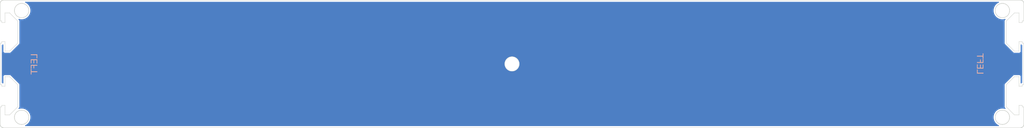
<source format=kicad_pcb>
(kicad_pcb (version 20241229) (generator "pcbnew") (generator_version "9.0")
  (layers (0 "F.Cu" signal) (2 "B.Cu" signal) (13 "F.Paste" user) (15 "B.Paste" user) (5 "F.SilkS" user "F.Silkscreen") (7 "B.SilkS" user "B.Silkscreen") (1 "F.Mask" user) (3 "B.Mask" user) (25 "Edge.Cuts" user))
  (net 0 "")
  (net 1 "GND")
  (footprint "MountingHole:MountingHole_4.5mm_Pad_TopOnly" (layer "B.Cu") (at 160 20)
    (property "Reference" "H1")
    (property "Value" "MountingHole_Pad")
    (pad "1" thru_hole circle (at 0 0) (size 4.9 4.9) (drill 4.5) (layers "*.Cu" "*.Mask") (net 1 "GND"))
    (pad "1" connect circle (at 0 0) (size 9 9) (layers "B.Cu" "B.Mask") (net 1 "GND"))
  )
  (gr_line (start 4.49329 36.310814) (end 4.483213 36.364994) (stroke (width 0.123613)) (layer "Edge.Cuts"))
  (gr_line (start 8.127435 38.488441) (end 8.169684 38.452885) (stroke (width 0.123613)) (layer "Edge.Cuts"))
  (gr_line (start 4.799105 2.045377) (end 4.770146 2.092798) (stroke (width 0.123613)) (layer "Edge.Cuts"))
  (gr_curve (pts (xy 162.136215 19.293669) (xy 162.141846 19.311174) (xy 162.147491 19.328665) (xy 162.153137 19.34617)) (stroke (width 0.123613)) (layer "Edge.Cuts"))
  (gr_line (start 313.355103 34.499798) (end 313.410187 34.502335) (stroke (width 0.123613)) (layer "Edge.Cuts"))
  (gr_line (start 6.315401 38.965965) (end 6.369923 38.975269) (stroke (width 0.123613)) (layer "Edge.Cuts"))
  (gr_line (start 319.932831 39.359661) (end 319.941345 39.336807) (stroke (width 0.123613)) (layer "Edge.Cuts"))
  (gr_line (start 4.452736 3.360252) (end 4.456119 3.415287) (stroke (width 0.123613)) (layer "Edge.Cuts"))
  (gr_curve (pts (xy 157.783478 19.614548) (xy 157.786865 19.596493) (xy 157.790268 19.57844) (xy 157.793655 19.560368)) (stroke (width 0.123613)) (layer "Edge.Cuts"))
  (gr_line (start 7.662024 34.715691) (end 7.611813 34.692825) (stroke (width 0.123613)) (layer "Edge.Cuts"))
  (gr_curve (pts (xy 311.074188 37.079582) (xy 311.07193 37.061237) (xy 311.069702 37.042892) (xy 311.067413 37.024548)) (stroke (width 0.123613)) (layer "Edge.Cuts"))
  (gr_line (start 314.006165 38.885529) (end 313.95285 38.90247) (stroke (width 0.123613)) (layer "Edge.Cuts"))
  (gr_curve (pts (xy 160.438644 22.206202) (xy 160.420563 22.209593) (xy 160.402542 22.212969) (xy 160.384445 22.21636)) (stroke (width 0.123613)) (layer "Edge.Cuts"))
  (gr_line (start 314.057861 38.867748) (end 314.006165 38.885529) (stroke (width 0.123613)) (layer "Edge.Cuts"))
  (gr_line (start 8.939219 36.970367) (end 8.943958 36.915333) (stroke (width 0.123613)) (layer "Edge.Cuts"))
  (gr_curve (pts (xy 158.530243 21.703278) (xy 158.516418 21.691149) (xy 158.502594 21.679005) (xy 158.48877 21.666878)) (stroke (width 0.123613)) (layer "Edge.Cuts"))
  (gr_line (start 314.261871 34.715691) (end 314.311859 34.739399) (stroke (width 0.123613)) (layer "Edge.Cuts"))
  (gr_curve (pts (xy 313.90033 1.081023) (xy 313.917847 1.086109) (xy 313.935364 1.091188) (xy 313.95285 1.096267)) (stroke (width 0.123613)) (layer "Edge.Cuts"))
  (gr_curve (pts (xy 311.370514 37.905937) (xy 311.361206 37.890125) (xy 311.351868 37.874317) (xy 311.34259 37.858524)) (stroke (width 0.123613)) (layer "Edge.Cuts"))
  (gr_line (start 162.249649 19.943905) (end 162.249649 20.054831) (stroke (width 0.123613)) (layer "Edge.Cuts"))
  (gr_line (start 5.591075 38.706875) (end 5.639421 38.733971) (stroke (width 0.123613)) (layer "Edge.Cuts"))
  (gr_curve (pts (xy 311.181702 4.007112) (xy 311.175781 3.989889) (xy 311.169861 3.972682) (xy 311.16394 3.955467)) (stroke (width 0.123613)) (layer "Edge.Cuts"))
  (gr_line (start 319.35965 39.932846) (end 319.382538 39.923531) (stroke (width 0.123613)) (layer "Edge.Cuts"))
  (gr_curve (pts (xy 162.118423 19.241169) (xy 162.124359 19.258675) (xy 162.13028 19.27618) (xy 162.136215 19.293669)) (stroke (width 0.123613)) (layer "Edge.Cuts"))
  (gr_curve (pts (xy 315.495483 36.256634) (xy 315.499176 36.274689) (xy 315.502808 36.292759) (xy 315.5065 36.310814)) (stroke (width 0.123613)) (layer "Edge.Cuts"))
  (gr_curve (pts (xy 319.471436 0.117515) (xy 319.456787 0.110184) (xy 319.442078 0.102852) (xy 319.427429 0.095513)) (stroke (width 0.123613)) (layer "Edge.Cuts"))
  (gr_line (start 162.239502 20.219921) (end 162.233566 20.274956) (stroke (width 0.123613)) (layer "Edge.Cuts"))
  (gr_curve (pts (xy 313.95285 5.402415) (xy 313.935364 5.407502) (xy 313.917847 5.412573) (xy 313.90033 5.41766)) (stroke (width 0.123613)) (layer "Edge.Cuts"))
  (gr_line (start 311.050507 36.80442) (end 311.050507 36.749386) (stroke (width 0.123613)) (layer "Edge.Cuts"))
  (gr_line (start 315.549652 36.694351) (end 315.549652 36.80442) (stroke (width 0.123613)) (layer "Edge.Cuts"))
  (gr_curve (pts (xy 319.893097 39.449398) (xy 319.896759 39.442066) (xy 319.900391 39.434734) (xy 319.904053 39.427387)) (stroke (width 0.123613)) (layer "Edge.Cuts"))
  (gr_curve (pts (xy 6.865565 5.493011) (xy 6.88391 5.491598) (xy 6.902251 5.490193) (xy 6.920596 5.488771)) (stroke (width 0.123613)) (layer "Edge.Cuts"))
  (gr_curve (pts (xy 314.890961 38.340279) (xy 314.877686 38.35326) (xy 314.86441 38.366245) (xy 314.851135 38.379211)) (stroke (width 0.123613)) (layer "Edge.Cuts"))
  (gr_line (start 312.96991 38.975269) (end 312.861481 38.956646) (stroke (width 0.123613)) (layer "Edge.Cuts"))
  (gr_curve (pts (xy 157.804642 19.506172) (xy 157.808899 19.488392) (xy 157.813126 19.470613) (xy 157.817368 19.452833)) (stroke (width 0.123613)) (layer "Edge.Cuts"))
  (gr_curve (pts (xy 158.65979 18.192162) (xy 158.674774 18.181431) (xy 158.689697 18.170717) (xy 158.704681 18.159985)) (stroke (width 0.123613)) (layer "Edge.Cuts"))
  (gr_curve (pts (xy 5.189076 4.916431) (xy 5.202847 4.928559) (xy 5.216627 4.940703) (xy 5.230398 4.952838)) (stroke (width 0.123613)) (layer "Edge.Cuts"))
  (gr_curve (pts (xy 311.915771 38.523163) (xy 311.901398 38.511585) (xy 311.886993 38.500023) (xy 311.87262 38.488441)) (stroke (width 0.123613)) (layer "Edge.Cuts"))
  (gr_curve (pts (xy 0.106873 0.550176) (xy 0.103264 0.557516) (xy 0.099651 0.56484) (xy 0.096037 0.572179)) (stroke (width 0.123613)) (layer "Edge.Cuts"))
  (gr_line (start 4.460859 3.029208) (end 4.456119 3.084243) (stroke (width 0.123613)) (layer "Edge.Cuts"))
  (gr_line (start 315.516663 37.133778) (end 315.5065 37.188812) (stroke (width 0.123613)) (layer "Edge.Cuts"))
  (gr_curve (pts (xy 162.078629 19.138721) (xy 162.085419 19.155661) (xy 162.092163 19.172602) (xy 162.098953 19.189526)) (stroke (width 0.123613)) (layer "Edge.Cuts"))
  (gr_line (start 162.153137 19.34617) (end 162.16835 19.399509) (stroke (width 0.123613)) (layer "Edge.Cuts"))
  (gr_curve (pts (xy 315.533569 2.97418) (xy 315.535583 2.992526) (xy 315.537537 3.010863) (xy 315.53952 3.029208)) (stroke (width 0.123613)) (layer "Edge.Cuts"))
  (gr_curve (pts (xy 312.542328 34.631023) (xy 312.559509 34.625095) (xy 312.576782 34.619171) (xy 312.593964 34.613243)) (stroke (width 0.123613)) (layer "Edge.Cuts"))
  (gr_line (start 8.040397 38.557011) (end 8.084341 38.523163) (stroke (width 0.123613)) (layer "Edge.Cuts"))
  (gr_curve (pts (xy 319.555237 39.831257) (xy 319.568787 39.821663) (xy 319.582306 39.812054) (xy 319.595886 39.802464)) (stroke (width 0.123613)) (layer "Edge.Cuts"))
  (gr_curve (pts (xy 8.778776 35.888329) (xy 8.771521 35.871387) (xy 8.76427 35.854462) (xy 8.757015 35.837524)) (stroke (width 0.123613)) (layer "Edge.Cuts"))
  (gr_curve (pts (xy 6.261124 5.456603) (xy 6.279219 5.459994) (xy 6.29731 5.463369) (xy 6.315401 5.466761)) (stroke (width 0.123613)) (layer "Edge.Cuts"))
  (gr_line (start 8.684373 2.188473) (end 8.657784 2.140203) (stroke (width 0.123613)) (layer "Edge.Cuts"))
  (gr_line (start 311.266388 37.711197) (end 311.24353 37.661247) (stroke (width 0.123613)) (layer "Edge.Cuts"))
  (gr_line (start 318.500305 35.999237) (end 318.500305 32.9995) (stroke (width 0.123613)) (layer "Edge.Cuts"))
  (gr_curve (pts (xy 4.452736 3.139278) (xy 4.452058 3.157624) (xy 4.451375 3.175969) (xy 4.450697 3.194314)) (stroke (width 0.123613)) (layer "Edge.Cuts"))
  (gr_curve (pts (xy 161.929611 21.156347) (xy 161.920044 21.171865) (xy 161.910431 21.187368) (xy 161.900833 21.202904)) (stroke (width 0.123613)) (layer "Edge.Cuts"))
  (gr_curve (pts (xy 4.92627 1.865043) (xy 4.915123 1.879714) (xy 4.90398 1.894393) (xy 4.892833 1.909065)) (stroke (width 0.123613)) (layer "Edge.Cuts"))
  (gr_line (start 311.201172 4.059603) (end 311.181702 4.007112) (stroke (width 0.123613)) (layer "Edge.Cuts"))
  (gr_line (start 312.338287 34.715691) (end 312.388214 34.692825) (stroke (width 0.123613)) (layer "Edge.Cuts"))
  (gr_line (start 311.709198 35.158493) (end 311.749023 35.11956) (stroke (width 0.123613)) (layer "Edge.Cuts"))
  (gr_line (start 6.099922 5.41766) (end 6.153351 5.432049) (stroke (width 0.123613)) (layer "Edge.Cuts"))
  (gr_curve (pts (xy 315.418427 35.991615) (xy 315.424347 36.009121) (xy 315.430298 36.026627) (xy 315.436218 36.044117)) (stroke (width 0.123613)) (layer "Edge.Cuts"))
  (gr_line (start 319.219116 39.975174) (end 319.266541 39.963322) (stroke (width 0.123613)) (layer "Edge.Cuts"))
  (gr_line (start 161.929611 18.842398) (end 161.95755 18.890657) (stroke (width 0.123613)) (layer "Edge.Cuts"))
  (gr_curve (pts (xy 0.004857 0.901536) (xy 0.004146 0.909715) (xy 0.003444 0.917903) (xy 0.002737 0.92609)) (stroke (width 0.123613)) (layer "Edge.Cuts"))
  (gr_line (start 4.715704 37.810253) (end 4.742374 37.858524) (stroke (width 0.123613)) (layer "Edge.Cuts"))
  (gr_curve (pts (xy 319.904053 39.427387) (xy 319.907471 39.419781) (xy 319.910858 39.412144) (xy 319.914246 39.404537)) (stroke (width 0.123613)) (layer "Edge.Cuts"))
  (gr_line (start 158.48877 21.666878) (end 158.40918 21.590672) (stroke (width 0.123613)) (layer "Edge.Cuts"))
  (gr_curve (pts (xy 319.964172 39.266529) (xy 319.966187 39.258633) (xy 319.96814 39.250717) (xy 319.970154 39.242821)) (stroke (width 0.123613)) (layer "Edge.Cuts"))
  (gr_line (start 312.807343 38.944794) (end 312.753113 38.932102) (stroke (width 0.123613)) (layer "Edge.Cuts"))
  (gr_curve (pts (xy 0.106873 39.449398) (xy 0.110628 39.45647) (xy 0.114383 39.463512) (xy 0.118137 39.47057)) (stroke (width 0.123613)) (layer "Edge.Cuts"))
  (gr_curve (pts (xy 4.517501 37.296333) (xy 4.522188 37.314114) (xy 4.526871 37.331894) (xy 4.531555 37.349674)) (stroke (width 0.123613)) (layer "Edge.Cuts"))
  (gr_curve (pts (xy 315.357513 2.337487) (xy 315.364594 2.354419) (xy 315.371582 2.371359) (xy 315.378662 2.388283)) (stroke (width 0.123613)) (layer "Edge.Cuts"))
  (gr_line (start 311.221527 35.888329) (end 311.24353 35.837524) (stroke (width 0.123613)) (layer "Edge.Cuts"))
  (gr_curve (pts (xy 0.617416 39.923531) (xy 0.62501 39.926632) (xy 0.6326 39.929749) (xy 0.64019 39.932846)) (stroke (width 0.123613)) (layer "Edge.Cuts"))
  (gr_line (start 313.847015 1.066642) (end 313.90033 1.081023) (stroke (width 0.123613)) (layer "Edge.Cuts"))
  (gr_curve (pts (xy 0.485928 39.857498) (xy 0.493013 39.861439) (xy 0.500095 39.865395) (xy 0.50718 39.86935)) (stroke (width 0.123613)) (layer "Edge.Cuts"))
  (gr_curve (pts (xy 319.595886 39.802464) (xy 319.602386 39.797665) (xy 319.608856 39.79287) (xy 319.615356 39.788074)) (stroke (width 0.123613)) (layer "Edge.Cuts"))
  (gr_curve (pts (xy 311.060669 36.970367) (xy 311.059265 36.952023) (xy 311.0578 36.933678) (xy 311.056427 36.915333)) (stroke (width 0.123613)) (layer "Edge.Cuts"))
  (gr_line (start 5.639421 34.764801) (end 5.591075 34.791901) (stroke (width 0.123613)) (layer "Edge.Cuts"))
  (gr_line (start 6.153351 5.432049) (end 6.207106 5.44475) (stroke (width 0.123613)) (layer "Edge.Cuts"))
  (gr_curve (pts (xy 8.916954 2.864957) (xy 8.91357 2.846895) (xy 8.910179 2.828832) (xy 8.906792 2.81077)) (stroke (width 0.123613)) (layer "Edge.Cuts"))
  (gr_line (start 311.083496 3.634573) (end 311.074188 3.579537) (stroke (width 0.123613)) (layer "Edge.Cuts"))
  (gr_line (start 5.738058 5.283875) (end 5.788265 5.306741) (stroke (width 0.123613)) (layer "Edge.Cuts"))
  (gr_curve (pts (xy 160.384445 17.782368) (xy 160.402542 17.785759) (xy 160.420563 17.789135) (xy 160.438644 17.792526)) (stroke (width 0.123613)) (layer "Edge.Cuts"))
  (gr_curve (pts (xy 0.528682 0.117515) (xy 0.521516 0.121464) (xy 0.51435 0.125428) (xy 0.50718 0.129377)) (stroke (width 0.123613)) (layer "Edge.Cuts"))
  (gr_curve (pts (xy 319.382538 39.923531) (xy 319.390106 39.920139) (xy 319.397766 39.916763) (xy 319.405396 39.913372)) (stroke (width 0.123613)) (layer "Edge.Cuts"))
  (gr_curve (pts (xy 157.756409 19.833834) (xy 157.757797 19.815489) (xy 157.759232 19.797159) (xy 157.760651 19.778814)) (stroke (width 0.123613)) (layer "Edge.Cuts"))
  (gr_curve (pts (xy 6.534513 5.493011) (xy 6.552886 5.494141) (xy 6.571264 5.495264) (xy 6.589633 5.496394)) (stroke (width 0.123613)) (layer "Edge.Cuts"))
  (gr_curve (pts (xy 5.109067 1.658458) (xy 5.096224 1.671716) (xy 5.08339 1.684991) (xy 5.070548 1.698249)) (stroke (width 0.123613)) (layer "Edge.Cuts"))
  (gr_line (start 318.500305 12.999545) (end 319.500214 12.999545) (stroke (width 0.123613)) (layer "Edge.Cuts"))
  (gr_line (start 5.496333 1.348577) (end 5.450022 1.37905) (stroke (width 0.123613)) (layer "Edge.Cuts"))
  (gr_curve (pts (xy 158.704681 18.159985) (xy 158.719894 18.149546) (xy 158.735168 18.139097) (xy 158.750381 18.128656)) (stroke (width 0.123613)) (layer "Edge.Cuts"))
  (gr_curve (pts (xy 7.950055 5.12048) (xy 7.96524 5.11004) (xy 7.980427 5.099592) (xy 7.995607 5.089151)) (stroke (width 0.123613)) (layer "Edge.Cuts"))
  (gr_curve (pts (xy 315.171204 1.999668) (xy 315.181091 2.014904) (xy 315.190979 2.030149) (xy 315.200867 2.045377)) (stroke (width 0.123613)) (layer "Edge.Cuts"))
  (gr_line (start 1.500066 26.999174) (end 1.500066 23.999437) (stroke (width 0.123613)) (layer "Edge.Cuts"))
  (gr_line (start 313.024902 38.982891) (end 312.96991 38.975269) (stroke (width 0.123613)) (layer "Edge.Cuts"))
  (gr_curve (pts (xy 6.589633 34.502335) (xy 6.571264 34.503464) (xy 6.552886 34.504593) (xy 6.534513 34.505726)) (stroke (width 0.123613)) (layer "Edge.Cuts"))
  (gr_curve (pts (xy 311.146973 36.096615) (xy 311.152679 36.079109) (xy 311.158295 36.061623) (xy 311.16394 36.044117)) (stroke (width 0.123613)) (layer "Edge.Cuts"))
  (gr_line (start 4.742374 35.640247) (end 4.715704 35.688519) (stroke (width 0.123613)) (layer "Edge.Cuts"))
  (gr_curve (pts (xy 0.975554 -0.000161) (xy 0.967371 0.000121) (xy 0.959191 0.000396) (xy 0.951004 0.000678)) (stroke (width 0.123613)) (layer "Edge.Cuts"))
  (gr_line (start 8.906792 2.81077) (end 8.895363 2.756582) (stroke (width 0.123613)) (layer "Edge.Cuts"))
  (gr_curve (pts (xy 159.561478 17.792526) (xy 159.579559 17.789135) (xy 159.59761 17.785759) (xy 159.615662 17.782368)) (stroke (width 0.123613)) (layer "Edge.Cuts"))
  (gr_curve (pts (xy 4.690306 4.261109) (xy 4.698772 4.277484) (xy 4.707242 4.293843) (xy 4.715704 4.31021)) (stroke (width 0.123613)) (layer "Edge.Cuts"))
  (gr_curve (pts (xy 6.589633 38.996437) (xy 6.608035 38.997295) (xy 6.626436 38.998135) (xy 6.644838 38.998989)) (stroke (width 0.123613)) (layer "Edge.Cuts"))
  (gr_curve (pts (xy 8.507253 38.089664) (xy 8.518032 38.074707) (xy 8.528811 38.059738) (xy 8.539591 38.044785)) (stroke (width 0.123613)) (layer "Edge.Cuts"))
  (gr_line (start 8.473808 35.365089) (end 8.43935 35.321907) (stroke (width 0.123613)) (layer "Edge.Cuts"))
  (gr_line (start 315.284637 37.810253) (end 315.257568 37.858524) (stroke (width 0.123613)) (layer "Edge.Cuts"))
  (gr_line (start 0.87768 0.007461) (end 0.853299 0.010004) (stroke (width 0.123613)) (layer "Edge.Cuts"))
  (gr_line (start 157.863937 19.293669) (end 157.881699 19.241169) (stroke (width 0.123613)) (layer "Edge.Cuts"))
  (gr_curve (pts (xy 311.221527 4.1104) (xy 311.214752 4.093468) (xy 311.207947 4.076528) (xy 311.201172 4.059603)) (stroke (width 0.123613)) (layer "Edge.Cuts"))
  (gr_line (start 311.749023 38.379211) (end 311.709198 38.340279) (stroke (width 0.123613)) (layer "Edge.Cuts"))
  (gr_curve (pts (xy 6.75524 1.000593) (xy 6.736838 1.000318) (xy 6.718441 1.000028) (xy 6.700039 0.999745)) (stroke (width 0.123613)) (layer "Edge.Cuts"))
  (gr_curve (pts (xy 313.410187 34.502335) (xy 313.428772 34.503464) (xy 313.447418 34.504593) (xy 313.466034 34.505726)) (stroke (width 0.123613)) (layer "Edge.Cuts"))
  (gr_curve (pts (xy 312.28833 38.759373) (xy 312.271973 38.750912) (xy 312.255615 38.742451) (xy 312.239227 38.733971)) (stroke (width 0.123613)) (layer "Edge.Cuts"))
  (gr_line (start 0.663138 0.058257) (end 0.64019 0.066719) (stroke (width 0.123613)) (layer "Edge.Cuts"))
  (gr_line (start 315.107727 38.089664) (end 315.073883 38.133686) (stroke (width 0.123613)) (layer "Edge.Cuts"))
  (gr_line (start 0.50007 12.999545) (end 0.50007 13.499934) (stroke (width 0.123613)) (layer "Edge.Cuts"))
  (gr_curve (pts (xy 7.030243 5.475223) (xy 7.048415 5.472404) (xy 7.06659 5.469587) (xy 7.084766 5.466761)) (stroke (width 0.123613)) (layer "Edge.Cuts"))
  (gr_curve (pts (xy 158.370239 18.447847) (xy 158.383224 18.434864) (xy 158.396194 18.421881) (xy 158.40918 18.408905)) (stroke (width 0.123613)) (layer "Edge.Cuts"))
  (gr_line (start 319.500214 26.999174) (end 318.500305 26.999174) (stroke (width 0.123613)) (layer "Edge.Cuts"))
  (gr_curve (pts (xy 157.793655 19.560368) (xy 157.797302 19.542297) (xy 157.80098 19.524242) (xy 157.804642 19.506172)) (stroke (width 0.123613)) (layer "Edge.Cuts"))
  (gr_curve (pts (xy 8.83652 36.044117) (xy 8.830533 36.026627) (xy 8.824558 36.009121) (xy 8.81857 35.991615)) (stroke (width 0.123613)) (layer "Edge.Cuts"))
  (gr_line (start 8.799265 4.059603) (end 8.81857 4.007112) (stroke (width 0.123613)) (layer "Edge.Cuts"))
  (gr_line (start 319.985352 0.82872) (end 319.98114 0.804174) (stroke (width 0.123613)) (layer "Edge.Cuts"))
  (gr_line (start 5.839065 34.67083) (end 5.788265 34.692825) (stroke (width 0.123613)) (layer "Edge.Cuts"))
  (gr_curve (pts (xy 4.666091 35.787575) (xy 4.658416 35.804226) (xy 4.650737 35.820873) (xy 4.643063 35.837524)) (stroke (width 0.123613)) (layer "Edge.Cuts"))
  (gr_curve (pts (xy 6.975458 1.016677) (xy 6.95717 1.014707) (xy 6.938881 1.012729) (xy 6.920596 1.010759)) (stroke (width 0.123613)) (layer "Edge.Cuts"))
  (gr_curve (pts (xy 4.860487 4.54474) (xy 4.871266 4.559694) (xy 4.88205 4.574664) (xy 4.892833 4.589618)) (stroke (width 0.123613)) (layer "Edge.Cuts"))
  (gr_curve (pts (xy 312.753113 38.932102) (xy 312.735352 38.927307) (xy 312.71759 38.922493) (xy 312.699799 38.917698)) (stroke (width 0.123613)) (layer "Edge.Cuts"))
  (gr_curve (pts (xy 319.689911 0.275007) (xy 319.683685 0.269646) (xy 319.677429 0.264277) (xy 319.671234 0.258915)) (stroke (width 0.123613)) (layer "Edge.Cuts"))
  (gr_line (start 0.424292 0.181869) (end 0.404396 0.196265) (stroke (width 0.123613)) (layer "Edge.Cuts"))
  (gr_line (start 315.107727 4.589618) (end 315.073883 4.633648) (stroke (width 0.123613)) (layer "Edge.Cuts"))
  (gr_line (start 8.169684 35.045887) (end 8.127435 35.01033) (stroke (width 0.123613)) (layer "Edge.Cuts"))
  (gr_curve (pts (xy 4.563646 37.455498) (xy 4.569633 37.472729) (xy 4.575609 37.489941) (xy 4.581596 37.507156)) (stroke (width 0.123613)) (layer "Edge.Cuts"))
  (gr_curve (pts (xy 160.220184 17.760349) (xy 160.238525 17.762327) (xy 160.256882 17.764313) (xy 160.275223 17.766283)) (stroke (width 0.123613)) (layer "Edge.Cuts"))
  (gr_curve (pts (xy 311.561005 1.821861) (xy 311.572876 1.807755) (xy 311.584717 1.793632) (xy 311.596558 1.779526)) (stroke (width 0.123613)) (layer "Edge.Cuts"))
  (gr_curve (pts (xy 315.468384 37.349674) (xy 315.463287 37.367451) (xy 315.458252 37.385231) (xy 315.453186 37.403011)) (stroke (width 0.123613)) (layer "Edge.Cuts"))
  (gr_line (start 312.699799 5.41766) (end 312.647308 5.402415) (stroke (width 0.123613)) (layer "Edge.Cuts"))
  (gr_line (start 313.190033 38.996437) (end 313.13501 38.993046) (stroke (width 0.123613)) (layer "Edge.Cuts"))
  (gr_curve (pts (xy 319.904053 0.572179) (xy 319.896759 0.5575) (xy 319.889404 0.542837) (xy 319.88208 0.528157)) (stroke (width 0.123613)) (layer "Edge.Cuts"))
  (gr_line (start 8.211086 1.58226) (end 8.169684 1.545844) (stroke (width 0.123613)) (layer "Edge.Cuts"))
  (gr_curve (pts (xy 315.453186 36.096615) (xy 315.458252 36.114105) (xy 315.463287 36.131611) (xy 315.468384 36.149101)) (stroke (width 0.123613)) (layer "Edge.Cuts"))
  (gr_curve (pts (xy 315.378662 2.388283) (xy 315.385437 2.405505) (xy 315.392212 2.422712) (xy 315.398956 2.439927)) (stroke (width 0.123613)) (layer "Edge.Cuts"))
  (gr_curve (pts (xy 157.756409 20.164886) (xy 157.755249 20.14654) (xy 157.75415 20.128195) (xy 157.753021 20.10985)) (stroke (width 0.123613)) (layer "Edge.Cuts"))
  (gr_curve (pts (xy 5.639421 1.265604) (xy 5.623304 1.274349) (xy 5.607192 1.283102) (xy 5.591075 1.291846)) (stroke (width 0.123613)) (layer "Edge.Cuts"))
  (gr_curve (pts (xy 311.146973 3.902967) (xy 311.141907 3.885195) (xy 311.136871 3.867408) (xy 311.131775 3.849627)) (stroke (width 0.123613)) (layer "Edge.Cuts"))
  (gr_curve (pts (xy 314.811401 38.416485) (xy 314.797546 38.428612) (xy 314.783752 38.440739) (xy 314.769897 38.452885)) (stroke (width 0.123613)) (layer "Edge.Cuts"))
  (gr_curve (pts (xy 0.528682 39.881203) (xy 0.535941 39.885143) (xy 0.543188 39.889118) (xy 0.550447 39.893059)) (stroke (width 0.123613)) (layer "Edge.Cuts"))
  (gr_curve (pts (xy 313.575256 5.482845) (xy 313.556885 5.484815) (xy 313.538574 5.486802) (xy 313.520233 5.488771)) (stroke (width 0.123613)) (layer "Edge.Cuts"))
  (gr_curve (pts (xy 4.960816 1.821861) (xy 4.949302 1.836257) (xy 4.937784 1.850646) (xy 4.92627 1.865043)) (stroke (width 0.123613)) (layer "Edge.Cuts"))
  (gr_curve (pts (xy 315.453186 37.403011) (xy 315.447479 37.420502) (xy 315.441864 37.438007) (xy 315.436218 37.455498)) (stroke (width 0.123613)) (layer "Edge.Cuts"))
  (gr_curve (pts (xy 160.166016 22.243458) (xy 160.147385 22.244587) (xy 160.128754 22.245701) (xy 160.110153 22.246832)) (stroke (width 0.123613)) (layer "Edge.Cuts"))
  (gr_curve (pts (xy 313.792816 38.944794) (xy 313.77475 38.94875) (xy 313.756744 38.952709) (xy 313.738647 38.956646)) (stroke (width 0.123613)) (layer "Edge.Cuts"))
  (gr_curve (pts (xy 313.190033 5.496394) (xy 313.171661 5.495264) (xy 313.153351 5.494141) (xy 313.13501 5.493011)) (stroke (width 0.123613)) (layer "Edge.Cuts"))
  (gr_line (start 0.076142 0.617057) (end 0.067082 0.639916) (stroke (width 0.123613)) (layer "Edge.Cuts"))
  (gr_curve (pts (xy 4.690306 37.761162) (xy 4.698772 37.777538) (xy 4.707242 37.793896) (xy 4.715704 37.810253)) (stroke (width 0.123613)) (layer "Edge.Cuts"))
  (gr_curve (pts (xy 313.520233 5.488771) (xy 313.502167 5.490193) (xy 313.48407 5.491598) (xy 313.466034 5.493011)) (stroke (width 0.123613)) (layer "Edge.Cuts"))
  (gr_line (start 158.988312 17.989809) (end 159.038254 17.965246) (stroke (width 0.123613)) (layer "Edge.Cuts"))
  (gr_line (start 312.807343 34.553993) (end 312.861481 34.54298) (stroke (width 0.123613)) (layer "Edge.Cuts"))
  (gr_curve (pts (xy 311.670227 1.698249) (xy 311.683228 1.684991) (xy 311.696198 1.671716) (xy 311.709198 1.658458)) (stroke (width 0.123613)) (layer "Edge.Cuts"))
  (gr_line (start 157.760651 20.219921) (end 157.756409 20.164886) (stroke (width 0.123613)) (layer "Edge.Cuts"))
  (gr_curve (pts (xy 312.143524 5.179739) (xy 312.127747 5.169863) (xy 312.111938 5.159988) (xy 312.096161 5.150105)) (stroke (width 0.123613)) (layer "Edge.Cuts"))
  (gr_line (start 0.757116 0.029472) (end 0.733321 0.035398) (stroke (width 0.123613)) (layer "Edge.Cuts"))
  (gr_curve (pts (xy 311.526306 1.865043) (xy 311.537903 1.850646) (xy 311.549438 1.836257) (xy 311.561005 1.821861)) (stroke (width 0.123613)) (layer "Edge.Cuts"))
  (gr_curve (pts (xy 314.360962 1.265604) (xy 314.377045 1.274349) (xy 314.393127 1.283102) (xy 314.40921 1.291846)) (stroke (width 0.123613)) (layer "Edge.Cuts"))
  (gr_curve (pts (xy 0.043122 0.709348) (xy 0.040836 0.717245) (xy 0.038547 0.72515) (xy 0.036266 0.733046)) (stroke (width 0.123613)) (layer "Edge.Cuts"))
  (gr_line (start 4.474408 37.079582) (end 4.483213 37.133778) (stroke (width 0.123613)) (layer "Edge.Cuts"))
  (gr_line (start 5.450022 5.12048) (end 5.496333 5.150105) (stroke (width 0.123613)) (layer "Edge.Cuts"))
  (gr_curve (pts (xy 160.86113 22.07835) (xy 160.843887 22.085117) (xy 160.826706 22.0919) (xy 160.809494 22.098665)) (stroke (width 0.123613)) (layer "Edge.Cuts"))
  (gr_curve (pts (xy 315.53952 3.470323) (xy 315.537537 3.488668) (xy 315.535583 3.507005) (xy 315.533569 3.52535)) (stroke (width 0.123613)) (layer "Edge.Cuts"))
  (gr_line (start 311.87262 38.488441) (end 311.830261 38.452885) (stroke (width 0.123613)) (layer "Edge.Cuts"))
  (gr_curve (pts (xy 7.760746 5.233926) (xy 7.776858 5.224899) (xy 7.792975 5.215872) (xy 7.809088 5.206836)) (stroke (width 0.123613)) (layer "Edge.Cuts"))
  (gr_curve (pts (xy 313.90033 5.41766) (xy 313.882568 5.422456) (xy 313.864807 5.427252) (xy 313.847015 5.432049)) (stroke (width 0.123613)) (layer "Edge.Cuts"))
  (gr_line (start 8.94735 3.139278) (end 8.943958 3.084243) (stroke (width 0.123613)) (layer "Edge.Cuts"))
  (gr_line (start 319.995544 39.097191) (end 319.997223 39.072647) (stroke (width 0.123613)) (layer "Edge.Cuts"))
  (gr_curve (pts (xy 0.902069 39.994667) (xy 0.91022 39.995506) (xy 0.918383 39.996346) (xy 0.926534 39.9972)) (stroke (width 0.123613)) (layer "Edge.Cuts"))
  (gr_line (start 6.42462 34.516724) (end 6.369923 34.523506) (stroke (width 0.123613)) (layer "Edge.Cuts"))
  (gr_curve (pts (xy 0.4651 0.154779) (xy 0.458245 0.159293) (xy 0.451386 0.163814) (xy 0.44453 0.168328)) (stroke (width 0.123613)) (layer "Edge.Cuts"))
  (gr_line (start 157.990097 18.98802) (end 158.015472 18.938911) (stroke (width 0.123613)) (layer "Edge.Cuts"))
  (gr_curve (pts (xy 314.504028 38.650158) (xy 314.488251 38.660042) (xy 314.472412 38.669907) (xy 314.456635 38.67979)) (stroke (width 0.123613)) (layer "Edge.Cuts"))
  (gr_curve (pts (xy 8.853202 3.902967) (xy 8.858305 3.885195) (xy 8.863416 3.867408) (xy 8.868524 3.849627)) (stroke (width 0.123613)) (layer "Edge.Cuts"))
  (gr_line (start 0.733321 0.035398) (end 0.709788 0.042173) (stroke (width 0.123613)) (layer "Edge.Cuts"))
  (gr_line (start 158.370239 21.55088) (end 158.332993 21.510233) (stroke (width 0.123613)) (layer "Edge.Cuts"))
  (gr_curve (pts (xy 160.438644 17.792526) (xy 160.456696 17.796474) (xy 160.474762 17.80043) (xy 160.492813 17.804379)) (stroke (width 0.123613)) (layer "Edge.Cuts"))
  (gr_curve (pts (xy 6.810445 5.496394) (xy 6.828818 5.495264) (xy 6.847191 5.494141) (xy 6.865565 5.493011)) (stroke (width 0.123613)) (layer "Edge.Cuts"))
  (gr_curve (pts (xy 157.943512 19.087933) (xy 157.951141 19.070993) (xy 157.958755 19.054052) (xy 157.966385 19.037128)) (stroke (width 0.123613)) (layer "Edge.Cuts"))
  (gr_line (start 319.949799 39.313087) (end 319.957397 39.289379) (stroke (width 0.123613)) (layer "Edge.Cuts"))
  (gr_line (start 7.950055 1.37905) (end 7.903833 1.348577) (stroke (width 0.123613)) (layer "Edge.Cuts"))
  (gr_curve (pts (xy 315.52597 37.079582) (xy 315.522888 37.097652) (xy 315.519775 37.115707) (xy 315.516663 37.133778)) (stroke (width 0.123613)) (layer "Edge.Cuts"))
  (gr_curve (pts (xy 5.40447 1.409531) (xy 5.389565 1.420537) (xy 5.374668 1.43155) (xy 5.359766 1.442556)) (stroke (width 0.123613)) (layer "Edge.Cuts"))
  (gr_line (start 4.666091 4.211161) (end 4.690306 4.261109) (stroke (width 0.123613)) (layer "Edge.Cuts"))
  (gr_curve (pts (xy 311.074188 36.419189) (xy 311.077271 36.401119) (xy 311.080383 36.383064) (xy 311.083496 36.364994)) (stroke (width 0.123613)) (layer "Edge.Cuts"))
  (gr_curve (pts (xy 8.757015 4.161196) (xy 8.76427 4.144272) (xy 8.771521 4.127332) (xy 8.778776 4.1104)) (stroke (width 0.123613)) (layer "Edge.Cuts"))
  (gr_curve (pts (xy 319.985352 39.170845) (xy 319.986755 39.162659) (xy 319.98819 39.154488) (xy 319.989624 39.146301)) (stroke (width 0.123613)) (layer "Edge.Cuts"))
  (gr_curve (pts (xy 315.200867 2.045377) (xy 315.210449 2.061179) (xy 315.220062 2.076997) (xy 315.229645 2.092798)) (stroke (width 0.123613)) (layer "Edge.Cuts"))
  (gr_line (start 0.007562 39.121754) (end 0.010864 39.146301) (stroke (width 0.123613)) (layer "Edge.Cuts"))
  (gr_curve (pts (xy 159.24231 22.118158) (xy 159.225098 22.111666) (xy 159.20787 22.105158) (xy 159.190659 22.098665)) (stroke (width 0.123613)) (layer "Edge.Cuts"))
  (gr_curve (pts (xy 315.284637 2.188473) (xy 315.293152 2.204839) (xy 315.301605 2.221206) (xy 315.310059 2.237573)) (stroke (width 0.123613)) (layer "Edge.Cuts"))
  (gr_line (start 161.551147 18.369961) (end 161.590973 18.408905) (stroke (width 0.123613)) (layer "Edge.Cuts"))
  (gr_curve (pts (xy 158.615768 21.773558) (xy 158.601364 21.761978) (xy 158.58696 21.750416) (xy 158.572586 21.738836)) (stroke (width 0.123613)) (layer "Edge.Cuts"))
  (gr_line (start 6.046921 1.096267) (end 5.99426 1.113199) (stroke (width 0.123613)) (layer "Edge.Cuts"))
  (gr_curve (pts (xy 311.104645 37.242153) (xy 311.100983 37.224373) (xy 311.097351 37.206593) (xy 311.093658 37.188812)) (stroke (width 0.123613)) (layer "Edge.Cuts"))
  (gr_curve (pts (xy 8.933123 3.52535) (xy 8.935153 3.507005) (xy 8.937188 3.488668) (xy 8.939219 3.470323)) (stroke (width 0.123613)) (layer "Edge.Cuts"))
  (gr_line (start 318.500305 3.999489) (end 317.049988 3.999489) (stroke (width 0.123613)) (layer "Edge.Cuts"))
  (gr_line (start 7.903833 5.150105) (end 7.950055 5.12048) (stroke (width 0.123613)) (layer "Edge.Cuts"))
  (gr_line (start 311.315491 35.688519) (end 311.34259 35.640247) (stroke (width 0.123613)) (layer "Edge.Cuts"))
  (gr_curve (pts (xy 319.170837 39.984493) (xy 319.179047 39.983086) (xy 319.187225 39.981667) (xy 319.195404 39.980263)) (stroke (width 0.123613)) (layer "Edge.Cuts"))
  (gr_line (start 8.868524 37.349674) (end 8.882662 37.296333) (stroke (width 0.123613)) (layer "Edge.Cuts"))
  (gr_line (start 312.239227 1.265604) (end 312.28833 1.239354) (stroke (width 0.123613)) (layer "Edge.Cuts"))
  (gr_line (start 0.168598 0.444345) (end 0.155223 0.46466) (stroke (width 0.123613)) (layer "Edge.Cuts"))
  (gr_line (start 161.109177 21.957283) (end 161.060928 21.983524) (stroke (width 0.123613)) (layer "Edge.Cuts"))
  (gr_line (start 0.196875 0.40369) (end 0.182482 0.424013) (stroke (width 0.123613)) (layer "Edge.Cuts"))
  (gr_curve (pts (xy 312.28833 1.239354) (xy 312.304993 1.231457) (xy 312.321625 1.223552) (xy 312.338287 1.215656)) (stroke (width 0.123613)) (layer "Edge.Cuts"))
  (gr_curve (pts (xy 319.405396 39.913372) (xy 319.420044 39.906605) (xy 319.434723 39.899822) (xy 319.449402 39.893059)) (stroke (width 0.123613)) (layer "Edge.Cuts"))
  (gr_curve (pts (xy 315.516663 2.864957) (xy 315.519775 2.88302) (xy 315.522888 2.901083) (xy 315.52597 2.919145)) (stroke (width 0.123613)) (layer "Edge.Cuts"))
  (gr_curve (pts (xy 311.290131 35.737625) (xy 311.298584 35.721252) (xy 311.307007 35.704876) (xy 311.315491 35.688519)) (stroke (width 0.123613)) (layer "Edge.Cuts"))
  (gr_line (start 8.329618 4.801281) (end 8.367209 4.760643) (stroke (width 0.123613)) (layer "Edge.Cuts"))
  (gr_curve (pts (xy 5.591075 1.291846) (xy 5.575156 1.301156) (xy 5.559241 1.310482) (xy 5.543323 1.319792)) (stroke (width 0.123613)) (layer "Edge.Cuts"))
  (gr_line (start 313.630249 38.975269) (end 313.575256 38.982891) (stroke (width 0.123613)) (layer "Edge.Cuts"))
  (gr_line (start 315.543732 36.584297) (end 315.547119 36.639332) (stroke (width 0.123613)) (layer "Edge.Cuts"))
  (gr_curve (pts (xy 160.166016 17.755278) (xy 160.184082 17.756973) (xy 160.202133 17.758654) (xy 160.220184 17.760349)) (stroke (width 0.123613)) (layer "Edge.Cuts"))
  (gr_line (start 319.290253 0.042173) (end 319.266541 0.035398) (stroke (width 0.123613)) (layer "Edge.Cuts"))
  (gr_curve (pts (xy 8.895363 3.7421) (xy 8.89917 3.724328) (xy 8.902985 3.70654) (xy 8.906792 3.688761)) (stroke (width 0.123613)) (layer "Edge.Cuts"))
  (gr_line (start 162.243744 20.164886) (end 162.239502 20.219921) (stroke (width 0.123613)) (layer "Edge.Cuts"))
  (gr_curve (pts (xy 160.492813 17.804379) (xy 160.510864 17.808619) (xy 160.528946 17.812841) (xy 160.547012 17.81708)) (stroke (width 0.123613)) (layer "Edge.Cuts"))
  (gr_curve (pts (xy 7.509792 5.349076) (xy 7.526894 5.34201) (xy 7.544 5.33497) (xy 7.561097 5.327905)) (stroke (width 0.123613)) (layer "Edge.Cuts"))
  (gr_line (start 7.458059 34.631023) (end 7.405822 34.613243) (stroke (width 0.123613)) (layer "Edge.Cuts"))
  (gr_curve (pts (xy 8.629931 2.092798) (xy 8.620278 2.076997) (xy 8.610629 2.061179) (xy 8.600977 2.045377)) (stroke (width 0.123613)) (layer "Edge.Cuts"))
  (gr_line (start 7.611813 38.806786) (end 7.662024 38.783081) (stroke (width 0.123613)) (layer "Edge.Cuts"))
  (gr_curve (pts (xy 6.534513 1.00568) (xy 6.516168 1.007375) (xy 6.49783 1.009063) (xy 6.479486 1.010759)) (stroke (width 0.123613)) (layer "Edge.Cuts"))
  (gr_curve (pts (xy 6.261124 1.042927) (xy 6.243122 1.046601) (xy 6.225112 1.050267) (xy 6.207106 1.053941)) (stroke (width 0.123613)) (layer "Edge.Cuts"))
  (gr_curve (pts (xy 161.807693 21.340055) (xy 161.796417 21.354736) (xy 161.78511 21.369415) (xy 161.773834 21.384094)) (stroke (width 0.123613)) (layer "Edge.Cuts"))
  (gr_curve (pts (xy 311.428925 35.499706) (xy 311.439392 35.484478) (xy 311.449799 35.469231) (xy 311.460266 35.453987)) (stroke (width 0.123613)) (layer "Edge.Cuts"))
  (gr_curve (pts (xy 0.572543 39.903214) (xy 0.579963 39.906605) (xy 0.587387 39.909981) (xy 0.594808 39.913372)) (stroke (width 0.123613)) (layer "Edge.Cuts"))
  (gr_line (start 315.107727 35.409111) (end 315.139893 35.453987) (stroke (width 0.123613)) (layer "Edge.Cuts"))
  (gr_line (start 158.29657 18.529982) (end 158.332993 18.488495) (stroke (width 0.123613)) (layer "Edge.Cuts"))
  (gr_line (start 159.088211 17.942387) (end 159.138992 17.920376) (stroke (width 0.123613)) (layer "Edge.Cuts"))
  (gr_curve (pts (xy 315.482788 37.296333) (xy 315.478027 37.314114) (xy 315.473175 37.331894) (xy 315.468384 37.349674)) (stroke (width 0.123613)) (layer "Edge.Cuts"))
  (gr_curve (pts (xy 0.096037 39.427387) (xy 0.099651 39.434734) (xy 0.103264 39.442066) (xy 0.106873 39.449398)) (stroke (width 0.123613)) (layer "Edge.Cuts"))
  (gr_curve (pts (xy 6.099922 38.917698) (xy 6.11773 38.922493) (xy 6.135542 38.927307) (xy 6.153351 38.932102)) (stroke (width 0.123613)) (layer "Edge.Cuts"))
  (gr_line (start 315.310059 4.261109) (end 315.284637 4.31021) (stroke (width 0.123613)) (layer "Edge.Cuts"))
  (gr_line (start 0.44453 39.831257) (end 0.4651 39.843948) (stroke (width 0.123613)) (layer "Edge.Cuts"))
  (gr_curve (pts (xy 315.378662 35.888329) (xy 315.385437 35.90556) (xy 315.392212 35.922756) (xy 315.398956 35.939972)) (stroke (width 0.123613)) (layer "Edge.Cuts"))
  (gr_curve (pts (xy 6.42462 5.482845) (xy 6.442908 5.484815) (xy 6.461197 5.486802) (xy 6.479486 5.488771)) (stroke (width 0.123613)) (layer "Edge.Cuts"))
  (gr_curve (pts (xy 158.015472 18.938911) (xy 158.024521 18.922827) (xy 158.033524 18.906742) (xy 158.042572 18.890657)) (stroke (width 0.123613)) (layer "Edge.Cuts"))
  (gr_line (start 157.990097 21.0107) (end 157.966385 20.961607) (stroke (width 0.123613)) (layer "Edge.Cuts"))
  (gr_line (start 4.546965 3.902967) (end 4.563646 3.955467) (stroke (width 0.123613)) (layer "Edge.Cuts"))
  (gr_curve (pts (xy 311.083496 37.133778) (xy 311.080383 37.115707) (xy 311.077271 37.097652) (xy 311.074188 37.079582)) (stroke (width 0.123613)) (layer "Edge.Cuts"))
  (gr_curve (pts (xy 319.914246 39.404537) (xy 319.917328 39.39719) (xy 319.920441 39.389858) (xy 319.923553 39.382511)) (stroke (width 0.123613)) (layer "Edge.Cuts"))
  (gr_line (start 312.861481 1.042927) (end 312.91568 1.03277) (stroke (width 0.123613)) (layer "Edge.Cuts"))
  (gr_curve (pts (xy 312.388214 1.192789) (xy 312.405182 1.185457) (xy 312.422058 1.178118) (xy 312.439026 1.170778)) (stroke (width 0.123613)) (layer "Edge.Cuts"))
  (gr_curve (pts (xy 312.91568 5.466761) (xy 312.897614 5.463369) (xy 312.879547 5.459994) (xy 312.861481 5.456603)) (stroke (width 0.123613)) (layer "Edge.Cuts"))
  (gr_curve (pts (xy 319.724548 0.309711) (xy 319.718658 0.304067) (xy 319.712708 0.298431) (xy 319.706787 0.292787)) (stroke (width 0.123613)) (layer "Edge.Cuts"))
  (gr_line (start 311.915771 34.975624) (end 311.959778 34.9426) (stroke (width 0.123613)) (layer "Edge.Cuts"))
  (gr_line (start 312.143524 34.819836) (end 312.190948 34.791901) (stroke (width 0.123613)) (layer "Edge.Cuts"))
  (gr_line (start 7.405822 34.613243) (end 7.353156 34.596321) (stroke (width 0.123613)) (layer "Edge.Cuts"))
  (gr_curve (pts (xy 158.843491 18.069391) (xy 158.859314 18.060072) (xy 158.875107 18.050762) (xy 158.890945 18.041452)) (stroke (width 0.123613)) (layer "Edge.Cuts"))
  (gr_curve (pts (xy 161.66716 21.510233) (xy 161.654724 21.523783) (xy 161.642319 21.537331) (xy 161.629883 21.55088)) (stroke (width 0.123613)) (layer "Edge.Cuts"))
  (gr_curve (pts (xy 0.975554 39.998898) (xy 0.983709 39.999172) (xy 0.991868 39.999462) (xy 1.000024 39.999737)) (stroke (width 0.123613)) (layer "Edge.Cuts"))
  (gr_line (start 7.509792 34.650501) (end 7.458059 34.631023) (stroke (width 0.123613)) (layer "Edge.Cuts"))
  (gr_line (start 7.193052 5.44475) (end 7.246735 5.432049) (stroke (width 0.123613)) (layer "Edge.Cuts"))
  (gr_curve (pts (xy 312.861481 38.956646) (xy 312.843414 38.952709) (xy 312.825409 38.94875) (xy 312.807343 38.944794)) (stroke (width 0.123613)) (layer "Edge.Cuts"))
  (gr_line (start 319.500214 32.9995) (end 319.500214 33.499874) (stroke (width 0.123613)) (layer "Edge.Cuts"))
  (gr_curve (pts (xy 311.131775 37.349674) (xy 311.126984 37.331894) (xy 311.122162 37.314114) (xy 311.117401 37.296333)) (stroke (width 0.123613)) (layer "Edge.Cuts"))
  (gr_curve (pts (xy 161.427536 21.738836) (xy 161.413132 21.750416) (xy 161.398727 21.761978) (xy 161.384354 21.773558)) (stroke (width 0.123613)) (layer "Edge.Cuts"))
  (gr_curve (pts (xy 5.070548 38.301327) (xy 5.08339 38.314308) (xy 5.096224 38.327293) (xy 5.109067 38.340279)) (stroke (width 0.123613)) (layer "Edge.Cuts"))
  (gr_curve (pts (xy 162.16835 20.599226) (xy 162.163284 20.617006) (xy 162.158218 20.634787) (xy 162.153137 20.652565)) (stroke (width 0.123613)) (layer "Edge.Cuts"))
  (gr_curve (pts (xy 314.727539 4.98839) (xy 314.713165 4.999969) (xy 314.698761 5.011532) (xy 314.684387 5.02311)) (stroke (width 0.123613)) (layer "Edge.Cuts"))
  (gr_curve (pts (xy 5.450022 38.62051) (xy 5.465456 38.63039) (xy 5.480899 38.640274) (xy 5.496333 38.650158)) (stroke (width 0.123613)) (layer "Edge.Cuts"))
  (gr_line (start 311.201172 37.559658) (end 311.181702 37.507156) (stroke (width 0.123613)) (layer "Edge.Cuts"))
  (gr_curve (pts (xy 319.513794 39.857498) (xy 319.520844 39.852974) (xy 319.527863 39.848469) (xy 319.534943 39.843948)) (stroke (width 0.123613)) (layer "Edge.Cuts"))
  (gr_curve (pts (xy 6.046921 38.90247) (xy 6.064589 38.907539) (xy 6.082251 38.912624) (xy 6.099922 38.917698)) (stroke (width 0.123613)) (layer "Edge.Cuts"))
  (gr_curve (pts (xy 160.706177 17.862806) (xy 160.740601 17.875216) (xy 160.775055 17.887642) (xy 160.809494 17.900053)) (stroke (width 0.123613)) (layer "Edge.Cuts"))
  (gr_curve (pts (xy 6.261124 34.54298) (xy 6.243122 34.546646) (xy 6.225112 34.550312) (xy 6.207106 34.553993)) (stroke (width 0.123613)) (layer "Edge.Cuts"))
  (gr_line (start 6.75524 34.499798) (end 6.644838 34.499798) (stroke (width 0.123613)) (layer "Edge.Cuts"))
  (gr_line (start 8.734072 35.787575) (end 8.709771 35.737625) (stroke (width 0.123613)) (layer "Edge.Cuts"))
  (gr_line (start 8.084341 34.975624) (end 8.040397 34.9426) (stroke (width 0.123613)) (layer "Edge.Cuts"))
  (gr_curve (pts (xy 311.146973 2.596563) (xy 311.152679 2.579066) (xy 311.158295 2.561568) (xy 311.16394 2.544071)) (stroke (width 0.123613)) (layer "Edge.Cuts"))
  (gr_curve (pts (xy 0.096037 0.572179) (xy 0.092654 0.579519) (xy 0.089263 0.586859) (xy 0.08588 0.59419)) (stroke (width 0.123613)) (layer "Edge.Cuts"))
  (gr_curve (pts (xy 319.147156 39.988739) (xy 319.15506 39.98732) (xy 319.162964 39.985912) (xy 319.170837 39.984493)) (stroke (width 0.123613)) (layer "Edge.Cuts"))
  (gr_line (start 157.760651 19.778814) (end 157.767395 19.72378) (stroke (width 0.123613)) (layer "Edge.Cuts"))
  (gr_curve (pts (xy 311.24353 35.837524) (xy 311.251129 35.820873) (xy 311.258759 35.804226) (xy 311.266388 35.787575)) (stroke (width 0.123613)) (layer "Edge.Cuts"))
  (gr_curve (pts (xy 4.450023 36.749386) (xy 4.450249 36.767731) (xy 4.450471 36.786076) (xy 4.450697 36.80442)) (stroke (width 0.123613)) (layer "Edge.Cuts"))
  (gr_curve (pts (xy 162.225967 19.669582) (xy 162.2285 19.687654) (xy 162.231018 19.705708) (xy 162.233566 19.72378)) (stroke (width 0.123613)) (layer "Edge.Cuts"))
  (gr_line (start 314.006165 34.613243) (end 314.057861 34.631023) (stroke (width 0.123613)) (layer "Edge.Cuts"))
  (gr_curve (pts (xy 8.367209 35.238094) (xy 8.354678 35.224834) (xy 8.342151 35.211559) (xy 8.329618 35.198303)) (stroke (width 0.123613)) (layer "Edge.Cuts"))
  (gr_curve (pts (xy 159.088211 22.056339) (xy 159.071548 22.048717) (xy 159.054916 22.041096) (xy 159.038254 22.033489)) (stroke (width 0.123613)) (layer "Edge.Cuts"))
  (gr_curve (pts (xy 0.4651 39.843948) (xy 0.47204 39.848469) (xy 0.478988 39.852974) (xy 0.485928 39.857498)) (stroke (width 0.123613)) (layer "Edge.Cuts"))
  (gr_line (start 161.703552 18.529982) (end 161.73912 18.572315) (stroke (width 0.123613)) (layer "Edge.Cuts"))
  (gr_line (start 1.500066 23.999437) (end 2.950066 23.999437) (stroke (width 0.123613)) (layer "Edge.Cuts"))
  (gr_line (start 311.749023 4.879183) (end 311.709198 4.840224) (stroke (width 0.123613)) (layer "Edge.Cuts"))
  (gr_line (start 4.450697 3.194314) (end 4.450023 3.249349) (stroke (width 0.123613)) (layer "Edge.Cuts"))
  (gr_curve (pts (xy 159.507309 22.195189) (xy 159.489227 22.190956) (xy 159.471207 22.186726) (xy 159.45311 22.182495)) (stroke (width 0.123613)) (layer "Edge.Cuts"))
  (gr_curve (pts (xy 311.060669 3.029208) (xy 311.065155 2.992517) (xy 311.069702 2.955835) (xy 311.074188 2.919145)) (stroke (width 0.123613)) (layer "Edge.Cuts"))
  (gr_curve (pts (xy 162.098953 20.809195) (xy 162.092163 20.826408) (xy 162.085419 20.843624) (xy 162.078629 20.860838)) (stroke (width 0.123613)) (layer "Edge.Cuts"))
  (gr_curve (pts (xy 161.95755 18.890657) (xy 161.966599 18.906742) (xy 161.975601 18.922827) (xy 161.98465 18.938911)) (stroke (width 0.123613)) (layer "Edge.Cuts"))
  (gr_line (start 161.807693 18.659512) (end 161.83989 18.703541) (stroke (width 0.123613)) (layer "Edge.Cuts"))
  (gr_curve (pts (xy 161.427536 18.259892) (xy 161.44165 18.271744) (xy 161.455734 18.283598) (xy 161.469879 18.29545)) (stroke (width 0.123613)) (layer "Edge.Cuts"))
  (gr_curve (pts (xy 319.803345 0.40369) (xy 319.793152 0.390714) (xy 319.78302 0.37773) (xy 319.772888 0.364747)) (stroke (width 0.123613)) (layer "Edge.Cuts"))
  (gr_curve (pts (xy 314.64035 5.056975) (xy 314.625397 5.067706) (xy 314.610474 5.07842) (xy 314.59552 5.089151)) (stroke (width 0.123613)) (layer "Edge.Cuts"))
  (gr_line (start 311.24353 37.661247) (end 311.221527 37.610443) (stroke (width 0.123613)) (layer "Edge.Cuts"))
  (gr_curve (pts (xy 162.19548 20.492546) (xy 162.191223 20.510326) (xy 162.187027 20.528107) (xy 162.182785 20.545887)) (stroke (width 0.123613)) (layer "Edge.Cuts"))
  (gr_curve (pts (xy 314.456635 34.819836) (xy 314.472412 34.82943) (xy 314.488251 34.83902) (xy 314.504028 34.848629)) (stroke (width 0.123613)) (layer "Edge.Cuts"))
  (gr_curve (pts (xy 313.630249 5.475223) (xy 313.611908 5.477766) (xy 313.593597 5.480301) (xy 313.575256 5.482845)) (stroke (width 0.123613)) (layer "Edge.Cuts"))
  (gr_line (start 5.942019 5.367695) (end 5.99426 5.386331) (stroke (width 0.123613)) (layer "Edge.Cuts"))
  (gr_curve (pts (xy 7.903833 1.348577) (xy 7.888136 1.338985) (xy 7.872448 1.329384) (xy 7.856755 1.319792)) (stroke (width 0.123613)) (layer "Edge.Cuts"))
  (gr_curve (pts (xy 0.550447 39.893059) (xy 0.557811 39.89645) (xy 0.565179 39.899822) (xy 0.572543 39.903214)) (stroke (width 0.123613)) (layer "Edge.Cuts"))
  (gr_curve (pts (xy 319.976074 39.218258) (xy 319.977753 39.210361) (xy 319.979462 39.202465) (xy 319.98114 39.194553)) (stroke (width 0.123613)) (layer "Edge.Cuts"))
  (gr_curve (pts (xy 315.543732 36.915333) (xy 315.542358 36.933678) (xy 315.540924 36.952023) (xy 315.53952 36.970367)) (stroke (width 0.123613)) (layer "Edge.Cuts"))
  (gr_curve (pts (xy 311.083496 36.364994) (xy 311.086884 36.346939) (xy 311.090271 36.328869) (xy 311.093658 36.310814)) (stroke (width 0.123613)) (layer "Edge.Cuts"))
  (gr_line (start 314.360962 34.764801) (end 314.40921 34.791901) (stroke (width 0.123613)) (layer "Edge.Cuts"))
  (gr_curve (pts (xy 311.526306 4.633648) (xy 311.515045 4.618968) (xy 311.503723 4.604289) (xy 311.492432 4.589618)) (stroke (width 0.123613)) (layer "Edge.Cuts"))
  (gr_line (start 314.211945 34.692825) (end 314.261871 34.715691) (stroke (width 0.123613)) (layer "Edge.Cuts"))
  (gr_curve (pts (xy 312.143524 38.67979) (xy 312.127747 38.669907) (xy 312.111938 38.660042) (xy 312.096161 38.650158)) (stroke (width 0.123613)) (layer "Edge.Cuts"))
  (gr_curve (pts (xy 161.156601 21.929329) (xy 161.140808 21.938646) (xy 161.125015 21.947966) (xy 161.109177 21.957283)) (stroke (width 0.123613)) (layer "Edge.Cuts"))
  (gr_curve (pts (xy 6.046921 5.402415) (xy 6.064589 5.407502) (xy 6.082251 5.412573) (xy 6.099922 5.41766)) (stroke (width 0.123613)) (layer "Edge.Cuts"))
  (gr_curve (pts (xy 0.757116 39.969265) (xy 0.765074 39.971233) (xy 0.773035 39.973206) (xy 0.780992 39.975174)) (stroke (width 0.123613)) (layer "Edge.Cuts"))
  (gr_curve (pts (xy 311.788757 38.416485) (xy 311.775482 38.404049) (xy 311.762238 38.391647) (xy 311.749023 38.379211)) (stroke (width 0.123613)) (layer "Edge.Cuts"))
  (gr_curve (pts (xy 313.575256 38.982891) (xy 313.556885 38.984859) (xy 313.538574 38.986847) (xy 313.520233 38.988815)) (stroke (width 0.123613)) (layer "Edge.Cuts"))
  (gr_line (start 314.109497 5.349076) (end 314.006165 5.386331) (stroke (width 0.123613)) (layer "Edge.Cuts"))
  (gr_line (start 317.049988 35.999237) (end 318.500305 35.999237) (stroke (width 0.123613)) (layer "Edge.Cuts"))
  (gr_curve (pts (xy 315.549652 3.304368) (xy 315.548798 3.322996) (xy 315.547974 3.341632) (xy 315.547119 3.360252)) (stroke (width 0.123613)) (layer "Edge.Cuts"))
  (gr_line (start 158.65979 21.806564) (end 158.615768 21.773558) (stroke (width 0.123613)) (layer "Edge.Cuts"))
  (gr_line (start 158.796112 21.900551) (end 158.750381 21.870079) (stroke (width 0.123613)) (layer "Edge.Cuts"))
  (gr_curve (pts (xy 8.473808 38.133686) (xy 8.484955 38.119007) (xy 8.496105 38.104343) (xy 8.507253 38.089664)) (stroke (width 0.123613)) (layer "Edge.Cuts"))
  (gr_line (start 315.418427 2.491571) (end 315.436218 2.544071) (stroke (width 0.123613)) (layer "Edge.Cuts"))
  (gr_curve (pts (xy 313.355103 1.000593) (xy 313.373474 1.001166) (xy 313.391815 1.001723) (xy 313.410187 1.002289)) (stroke (width 0.123613)) (layer "Edge.Cuts"))
  (gr_curve (pts (xy 8.127435 35.01033) (xy 8.11307 34.998768) (xy 8.09871 34.987186) (xy 8.084341 34.975624)) (stroke (width 0.123613)) (layer "Edge.Cuts"))
  (gr_line (start 314.211945 5.306741) (end 314.161133 5.327905) (stroke (width 0.123613)) (layer "Edge.Cuts"))
  (gr_line (start 0.259109 0.328347) (end 0.242851 0.346127) (stroke (width 0.123613)) (layer "Edge.Cuts"))
  (gr_curve (pts (xy 315.257568 4.358479) (xy 315.248291 4.37428) (xy 315.238953 4.390082) (xy 315.229645 4.405884)) (stroke (width 0.123613)) (layer "Edge.Cuts"))
  (gr_curve (pts (xy 315.495483 3.7421) (xy 315.491302 3.760171) (xy 315.48703 3.778225) (xy 315.482788 3.796288)) (stroke (width 0.123613)) (layer "Edge.Cuts"))
  (gr_curve (pts (xy 5.359766 38.557011) (xy 5.374668 38.567749) (xy 5.389565 38.578457) (xy 5.40447 38.589195)) (stroke (width 0.123613)) (layer "Edge.Cuts"))
  (gr_curve (pts (xy 311.492432 1.909065) (xy 311.503723 1.894393) (xy 311.515045 1.879714) (xy 311.526306 1.865043)) (stroke (width 0.123613)) (layer "Edge.Cuts"))
  (gr_curve (pts (xy 315.436218 3.955467) (xy 315.430298 3.972682) (xy 315.424347 3.989889) (xy 315.418427 4.007112)) (stroke (width 0.123613)) (layer "Edge.Cuts"))
  (gr_line (start 314.40921 5.206836) (end 314.360962 5.233926) (stroke (width 0.123613)) (layer "Edge.Cuts"))
  (gr_curve (pts (xy 8.757015 37.661247) (xy 8.76427 37.644325) (xy 8.771521 37.627384) (xy 8.778776 37.610443)) (stroke (width 0.123613)) (layer "Edge.Cuts"))
  (gr_line (start 160.220184 22.238371) (end 160.166016 22.243458) (stroke (width 0.123613)) (layer "Edge.Cuts"))
  (gr_line (start 4.770146 37.905937) (end 4.799105 37.95335) (stroke (width 0.123613)) (layer "Edge.Cuts"))
  (gr_curve (pts (xy 311.117401 37.296333) (xy 311.113129 37.278278) (xy 311.108887 37.260208) (xy 311.104645 37.242153)) (stroke (width 0.123613)) (layer "Edge.Cuts"))
  (gr_curve (pts (xy 0.024328 39.218258) (xy 0.026218 39.226448) (xy 0.028111 39.234634) (xy 0.030001 39.242821)) (stroke (width 0.123613)) (layer "Edge.Cuts"))
  (gr_curve (pts (xy 4.770146 2.092798) (xy 4.760893 2.1086) (xy 4.751632 2.124402) (xy 4.742374 2.140203)) (stroke (width 0.123613)) (layer "Edge.Cuts"))
  (gr_line (start 0.44453 0.168328) (end 0.424292 0.181869) (stroke (width 0.123613)) (layer "Edge.Cuts"))
  (gr_line (start 319.970154 39.242821) (end 319.976074 39.218258) (stroke (width 0.123613)) (layer "Edge.Cuts"))
  (gr_curve (pts (xy 319.170837 0.014227) (xy 319.162964 0.012822) (xy 319.15506 0.011409) (xy 319.147156 0.010004)) (stroke (width 0.123613)) (layer "Edge.Cuts"))
  (gr_line (start 8.950059 3.249349) (end 8.949381 3.194314) (stroke (width 0.123613)) (layer "Edge.Cuts"))
  (gr_line (start 160.330261 22.224838) (end 160.275223 22.232443) (stroke (width 0.123613)) (layer "Edge.Cuts"))
  (gr_curve (pts (xy 8.169684 4.952838) (xy 8.183483 4.940703) (xy 8.197287 4.928559) (xy 8.211086 4.916431)) (stroke (width 0.123613)) (layer "Edge.Cuts"))
  (gr_curve (pts (xy 157.966385 19.037128) (xy 157.974258 19.020754) (xy 157.982178 19.004395) (xy 157.990097 18.98802)) (stroke (width 0.123613)) (layer "Edge.Cuts"))
  (gr_curve (pts (xy 8.92567 3.579537) (xy 8.928157 3.561475) (xy 8.930635 3.543421) (xy 8.933123 3.52535)) (stroke (width 0.123613)) (layer "Edge.Cuts"))
  (gr_curve (pts (xy 311.670227 35.198303) (xy 311.683228 35.185028) (xy 311.696198 35.171768) (xy 311.709198 35.158493)) (stroke (width 0.123613)) (layer "Edge.Cuts"))
  (gr_curve (pts (xy 5.189076 1.58226) (xy 5.175588 1.594961) (xy 5.162096 1.607654) (xy 5.148607 1.620355)) (stroke (width 0.123613)) (layer "Edge.Cuts"))
  (gr_line (start 311.074188 2.919145) (end 311.083496 2.864957) (stroke (width 0.123613)) (layer "Edge.Cuts"))
  (gr_line (start 161.060928 21.983524) (end 161.011841 22.008926) (stroke (width 0.123613)) (layer "Edge.Cuts"))
  (gr_line (start 159.45311 22.182495) (end 159.399796 22.168106) (stroke (width 0.123613)) (layer "Edge.Cuts"))
  (gr_curve (pts (xy 5.68844 5.259328) (xy 5.704977 5.267516) (xy 5.721521 5.275695) (xy 5.738058 5.283875)) (stroke (width 0.123613)) (layer "Edge.Cuts"))
  (gr_curve (pts (xy 7.561097 1.170778) (xy 7.544 1.164012) (xy 7.526894 1.157229) (xy 7.509792 1.150455)) (stroke (width 0.123613)) (layer "Edge.Cuts"))
  (gr_curve (pts (xy 159.945007 17.750191) (xy 159.963379 17.749916) (xy 159.981705 17.749626) (xy 160.000076 17.749344)) (stroke (width 0.123613)) (layer "Edge.Cuts"))
  (gr_curve (pts (xy 8.570834 4.499862) (xy 8.580879 4.484344) (xy 8.590932 4.468824) (xy 8.600977 4.453305)) (stroke (width 0.123613)) (layer "Edge.Cuts"))
  (gr_line (start 161.629883 18.447847) (end 161.66716 18.488495) (stroke (width 0.123613)) (layer "Edge.Cuts"))
  (gr_curve (pts (xy 311.959778 1.442556) (xy 311.974762 1.43155) (xy 311.989716 1.420537) (xy 312.004669 1.409531)) (stroke (width 0.123613)) (layer "Edge.Cuts"))
  (gr_curve (pts (xy 311.131775 36.149101) (xy 311.136871 36.131611) (xy 311.141907 36.114105) (xy 311.146973 36.096615)) (stroke (width 0.123613)) (layer "Edge.Cuts"))
  (gr_curve (pts (xy 5.890289 1.150455) (xy 5.873216 1.157229) (xy 5.856139 1.164012) (xy 5.839065 1.170778)) (stroke (width 0.123613)) (layer "Edge.Cuts"))
  (gr_line (start 313.630249 34.523506) (end 313.684448 34.532822) (stroke (width 0.123613)) (layer "Edge.Cuts"))
  (gr_curve (pts (xy 0.594808 39.913372) (xy 0.602345 39.916763) (xy 0.609883 39.920139) (xy 0.617416 39.923531)) (stroke (width 0.123613)) (layer "Edge.Cuts"))
  (gr_curve (pts (xy 313.847015 34.566669) (xy 313.864807 34.571468) (xy 313.882568 34.576279) (xy 313.90033 34.581074)) (stroke (width 0.123613)) (layer "Edge.Cuts"))
  (gr_curve (pts (xy 315.229645 4.405884) (xy 315.220062 4.421686) (xy 315.210449 4.437503) (xy 315.200867 4.453305)) (stroke (width 0.123613)) (layer "Edge.Cuts"))
  (gr_curve (pts (xy 5.839065 38.827957) (xy 5.856139 38.835014) (xy 5.873216 38.842056) (xy 5.890289 38.849129)) (stroke (width 0.123613)) (layer "Edge.Cuts"))
  (gr_curve (pts (xy 319.290253 39.956554) (xy 319.298126 39.954018) (xy 319.306061 39.951485) (xy 319.313995 39.948948)) (stroke (width 0.123613)) (layer "Edge.Cuts"))
  (gr_curve (pts (xy 7.711726 5.259328) (xy 7.728065 5.250866) (xy 7.744403 5.242396) (xy 7.760746 5.233926)) (stroke (width 0.123613)) (layer "Edge.Cuts"))
  (gr_line (start 0.014756 0.82872) (end 0.010864 0.852427) (stroke (width 0.123613)) (layer "Edge.Cuts"))
  (gr_line (start 161.249741 21.870079) (end 161.204041 21.900551) (stroke (width 0.123613)) (layer "Edge.Cuts"))
  (gr_curve (pts (xy 7.856755 38.67979) (xy 7.872448 38.669907) (xy 7.888136 38.660042) (xy 7.903833 38.650158)) (stroke (width 0.123613)) (layer "Edge.Cuts"))
  (gr_curve (pts (xy 0.242851 39.652599) (xy 0.248273 39.658817) (xy 0.253687 39.66502) (xy 0.259109 39.671234)) (stroke (width 0.123613)) (layer "Edge.Cuts"))
  (gr_line (start 8.94735 36.639332) (end 8.943958 36.584297) (stroke (width 0.123613)) (layer "Edge.Cuts"))
  (gr_line (start 0.196875 39.595028) (end 0.211696 39.614506) (stroke (width 0.123613)) (layer "Edge.Cuts"))
  (gr_curve (pts (xy 8.629931 35.592834) (xy 8.620278 35.577042) (xy 8.610629 35.561234) (xy 8.600977 35.545422)) (stroke (width 0.123613)) (layer "Edge.Cuts"))
  (gr_curve (pts (xy 8.657784 2.140203) (xy 8.648499 2.124402) (xy 8.639217 2.1086) (xy 8.629931 2.092798)) (stroke (width 0.123613)) (layer "Edge.Cuts"))
  (gr_curve (pts (xy 159.507309 17.804379) (xy 159.52536 17.80043) (xy 159.543411 17.796474) (xy 159.561478 17.792526)) (stroke (width 0.123613)) (layer "Edge.Cuts"))
  (gr_curve (pts (xy 5.450022 1.37905) (xy 5.434838 1.389216) (xy 5.419651 1.399374) (xy 5.40447 1.409531)) (stroke (width 0.123613)) (layer "Edge.Cuts"))
  (gr_curve (pts (xy 6.099922 34.581074) (xy 6.082251 34.586163) (xy 6.064589 34.591232) (xy 6.046921 34.596321)) (stroke (width 0.123613)) (layer "Edge.Cuts"))
  (gr_curve (pts (xy 313.466034 34.505726) (xy 313.48407 34.50713) (xy 313.502167 34.508533) (xy 313.520233 34.509956)) (stroke (width 0.123613)) (layer "Edge.Cuts"))
  (gr_curve (pts (xy 6.975458 34.516724) (xy 6.95717 34.514477) (xy 6.938881 34.512215) (xy 6.920596 34.509956)) (stroke (width 0.123613)) (layer "Edge.Cuts"))
  (gr_curve (pts (xy 312.388214 38.806786) (xy 312.35495 38.790993) (xy 312.321625 38.775166) (xy 312.28833 38.759373)) (stroke (width 0.123613)) (layer "Edge.Cuts"))
  (gr_line (start 6.865565 38.993046) (end 6.920596 38.988815) (stroke (width 0.123613)) (layer "Edge.Cuts"))
  (gr_curve (pts (xy 158.099319 21.202904) (xy 158.089722 21.187368) (xy 158.080109 21.171865) (xy 158.070511 21.156347)) (stroke (width 0.123613)) (layer "Edge.Cuts"))
  (gr_curve (pts (xy 0.000363 0.975191) (xy 0.00025 0.983378) (xy 0.000141 0.991566) (xy 0.000028 0.999745)) (stroke (width 0.123613)) (layer "Edge.Cuts"))
  (gr_curve (pts (xy 311.117401 36.202438) (xy 311.122162 36.184658) (xy 311.126984 36.166882) (xy 311.131775 36.149101)) (stroke (width 0.123613)) (layer "Edge.Cuts"))
  (gr_curve (pts (xy 313.90033 34.581074) (xy 313.917847 34.586163) (xy 313.935364 34.591232) (xy 313.95285 34.596321)) (stroke (width 0.123613)) (layer "Edge.Cuts"))
  (gr_curve (pts (xy 5.738058 34.715691) (xy 5.721521 34.723606) (xy 5.704977 34.731503) (xy 5.68844 34.739399)) (stroke (width 0.123613)) (layer "Edge.Cuts"))
  (gr_curve (pts (xy 7.139034 5.456603) (xy 7.15704 5.452655) (xy 7.17505 5.448698) (xy 7.193052 5.44475)) (stroke (width 0.123613)) (layer "Edge.Cuts"))
  (gr_curve (pts (xy 315.257568 2.140203) (xy 315.266602 2.156296) (xy 315.275635 2.17238) (xy 315.284637 2.188473)) (stroke (width 0.123613)) (layer "Edge.Cuts"))
  (gr_curve (pts (xy 160.757843 22.118158) (xy 160.740601 22.124069) (xy 160.723389 22.130011) (xy 160.706177 22.135921)) (stroke (width 0.123613)) (layer "Edge.Cuts"))
  (gr_curve (pts (xy 313.847015 38.932102) (xy 313.828949 38.936333) (xy 313.810913 38.940563) (xy 313.792816 38.944794)) (stroke (width 0.123613)) (layer "Edge.Cuts"))
  (gr_curve (pts (xy 158.843491 21.929329) (xy 158.827728 21.919737) (xy 158.811905 21.910145) (xy 158.796112 21.900551)) (stroke (width 0.123613)) (layer "Edge.Cuts"))
  (gr_curve (pts (xy 314.851135 4.879183) (xy 314.83786 4.891594) (xy 314.824677 4.904012) (xy 314.811401 4.916431)) (stroke (width 0.123613)) (layer "Edge.Cuts"))
  (gr_curve (pts (xy 161.511353 21.666878) (xy 161.497528 21.679005) (xy 161.483704 21.691149) (xy 161.469879 21.703278)) (stroke (width 0.123613)) (layer "Edge.Cuts"))
  (gr_line (start 162.16835 19.399509) (end 162.182785 19.452833) (stroke (width 0.123613)) (layer "Edge.Cuts"))
  (gr_line (start 157.846985 19.34617) (end 157.863937 19.293669) (stroke (width 0.123613)) (layer "Edge.Cuts"))
  (gr_curve (pts (xy 161.66716 18.488495) (xy 161.679276 18.502317) (xy 161.691422 18.51615) (xy 161.703552 18.529982)) (stroke (width 0.123613)) (layer "Edge.Cuts"))
  (gr_line (start 8.868524 36.149101) (end 8.853202 36.096615) (stroke (width 0.123613)) (layer "Edge.Cuts"))
  (gr_curve (pts (xy 319.997223 39.072647) (xy 319.997803 39.064732) (xy 319.998352 39.056835) (xy 319.998932 39.048939)) (stroke (width 0.123613)) (layer "Edge.Cuts"))
  (gr_curve (pts (xy 4.517501 2.702395) (xy 4.513237 2.720457) (xy 4.508978 2.738512) (xy 4.504715 2.756582)) (stroke (width 0.123613)) (layer "Edge.Cuts"))
  (gr_curve (pts (xy 6.42462 38.982891) (xy 6.442908 38.984859) (xy 6.461197 38.986847) (xy 6.479486 38.988815)) (stroke (width 0.123613)) (layer "Edge.Cuts"))
  (gr_line (start 319.949799 0.685641) (end 319.932831 0.639916) (stroke (width 0.123613)) (layer "Edge.Cuts"))
  (gr_curve (pts (xy 158.704681 21.838749) (xy 158.689697 21.828011) (xy 158.674774 21.817305) (xy 158.65979 21.806564)) (stroke (width 0.123613)) (layer "Edge.Cuts"))
  (gr_line (start 5.50006 26.549606) (end 5.50006 33.449085) (stroke (width 0.123613)) (layer "Edge.Cuts"))
  (gr_line (start 319.999725 0.999745) (end 319.999725 6.499692) (stroke (width 0.123613)) (layer "Edge.Cuts"))
  (gr_line (start 5.032953 4.760643) (end 5.070548 4.801281) (stroke (width 0.123613)) (layer "Edge.Cuts"))
  (gr_curve (pts (xy 315.547119 3.139278) (xy 315.547974 3.157624) (xy 315.548798 3.175969) (xy 315.549652 3.194314)) (stroke (width 0.123613)) (layer "Edge.Cuts"))
  (gr_curve (pts (xy 4.456119 3.415287) (xy 4.457702 3.433632) (xy 4.459276 3.451977) (xy 4.460859 3.470323)) (stroke (width 0.123613)) (layer "Edge.Cuts"))
  (gr_curve (pts (xy 311.399323 4.453305) (xy 311.38974 4.437503) (xy 311.380096 4.421686) (xy 311.370514 4.405884)) (stroke (width 0.123613)) (layer "Edge.Cuts"))
  (gr_line (start 311.34259 4.358479) (end 311.315491 4.31021) (stroke (width 0.123613)) (layer "Edge.Cuts"))
  (gr_curve (pts (xy 319.724548 39.689014) (xy 319.72995 39.68309) (xy 319.735291 39.677147) (xy 319.740631 39.671234)) (stroke (width 0.123613)) (layer "Edge.Cuts"))
  (gr_curve (pts (xy 5.496333 5.150105) (xy 5.511998 5.159988) (xy 5.527662 5.169863) (xy 5.543323 5.179739)) (stroke (width 0.123613)) (layer "Edge.Cuts"))
  (gr_line (start 315.418427 4.007112) (end 315.398956 4.059603) (stroke (width 0.123613)) (layer "Edge.Cuts"))
  (gr_curve (pts (xy 5.272643 38.488441) (xy 5.287035 38.500023) (xy 5.301433 38.511585) (xy 5.315825 38.523163)) (stroke (width 0.123613)) (layer "Edge.Cuts"))
  (gr_curve (pts (xy 319.923553 39.382511) (xy 319.926636 39.374905) (xy 319.929749 39.367283) (xy 319.932831 39.359661)) (stroke (width 0.123613)) (layer "Edge.Cuts"))
  (gr_curve (pts (xy 0.384836 0.21151) (xy 0.378461 0.216581) (xy 0.372078 0.221668) (xy 0.365704 0.226738)) (stroke (width 0.123613)) (layer "Edge.Cuts"))
  (gr_curve (pts (xy 315.310059 35.737625) (xy 315.325867 35.770924) (xy 315.341705 35.804226) (xy 315.357513 35.837524)) (stroke (width 0.123613)) (layer "Edge.Cuts"))
  (gr_curve (pts (xy 158.128937 18.749266) (xy 158.139374 18.734022) (xy 158.149841 18.718786) (xy 158.160263 18.703541)) (stroke (width 0.123613)) (layer "Edge.Cuts"))
  (gr_curve (pts (xy 0.275787 39.689014) (xy 0.281515 39.694942) (xy 0.28724 39.700871) (xy 0.292973 39.706795)) (stroke (width 0.123613)) (layer "Edge.Cuts"))
  (gr_curve (pts (xy 312.807343 1.053941) (xy 312.825409 1.050267) (xy 312.843414 1.046601) (xy 312.861481 1.042927)) (stroke (width 0.123613)) (layer "Edge.Cuts"))
  (gr_curve (pts (xy 161.204041 21.900551) (xy 161.188217 21.910145) (xy 161.172424 21.919737) (xy 161.156601 21.929329)) (stroke (width 0.123613)) (layer "Edge.Cuts"))
  (gr_curve (pts (xy 5.189076 35.082306) (xy 5.175588 35.094723) (xy 5.162096 35.10714) (xy 5.148607 35.11956)) (stroke (width 0.123613)) (layer "Edge.Cuts"))
  (gr_curve (pts (xy 160.000076 17.749344) (xy 160.018387 17.749626) (xy 160.036774 17.749916) (xy 160.055084 17.750191)) (stroke (width 0.123613)) (layer "Edge.Cuts"))
  (gr_curve (pts (xy 159.889999 17.751886) (xy 159.908325 17.751322) (xy 159.926697 17.750757) (xy 159.945007 17.750191)) (stroke (width 0.123613)) (layer "Edge.Cuts"))
  (gr_curve (pts (xy 160.911942 22.056339) (xy 160.89502 22.063671) (xy 160.878052 22.07102) (xy 160.86113 22.07835)) (stroke (width 0.123613)) (layer "Edge.Cuts"))
  (gr_line (start 5.496333 34.848629) (end 5.450022 34.879105) (stroke (width 0.123613)) (layer "Edge.Cuts"))
  (gr_curve (pts (xy 312.239227 5.233926) (xy 312.223145 5.224899) (xy 312.207031 5.215872) (xy 312.190948 5.206836)) (stroke (width 0.123613)) (layer "Edge.Cuts"))
  (gr_curve (pts (xy 311.428925 4.499862) (xy 311.419067 4.484344) (xy 311.40921 4.468824) (xy 311.399323 4.453305)) (stroke (width 0.123613)) (layer "Edge.Cuts"))
  (gr_curve (pts (xy 311.959778 5.056975) (xy 311.945129 5.045695) (xy 311.93042 5.034399) (xy 311.915771 5.02311)) (stroke (width 0.123613)) (layer "Edge.Cuts"))
  (gr_line (start 162.247131 19.888868) (end 162.249649 19.943905) (stroke (width 0.123613)) (layer "Edge.Cuts"))
  (gr_curve (pts (xy 8.933123 37.024548) (xy 8.935153 37.006493) (xy 8.937188 36.988438) (xy 8.939219 36.970367)) (stroke (width 0.123613)) (layer "Edge.Cuts"))
  (gr_curve (pts (xy 312.593964 5.386331) (xy 312.559509 5.373913) (xy 312.525085 5.361494) (xy 312.490662 5.349076)) (stroke (width 0.123613)) (layer "Edge.Cuts"))
  (gr_curve (pts (xy 7.711726 1.239354) (xy 7.695158 1.231457) (xy 7.678588 1.223552) (xy 7.662024 1.215656)) (stroke (width 0.123613)) (layer "Edge.Cuts"))
  (gr_curve (pts (xy 0.007562 0.876989) (xy 0.006657 0.885169) (xy 0.005761 0.893348) (xy 0.004857 0.901536)) (stroke (width 0.123613)) (layer "Edge.Cuts"))
  (gr_line (start 0.000028 6.499692) (end 0.50007 6.499692) (stroke (width 0.123613)) (layer "Edge.Cuts"))
  (gr_line (start 311.460266 38.044785) (end 311.428925 37.999908) (stroke (width 0.123613)) (layer "Edge.Cuts"))
  (gr_curve (pts (xy 8.778776 4.1104) (xy 8.785606 4.093468) (xy 8.792434 4.076528) (xy 8.799265 4.059603)) (stroke (width 0.123613)) (layer "Edge.Cuts"))
  (gr_curve (pts (xy 314.59552 38.589195) (xy 314.580231 38.599628) (xy 314.565033 38.610077) (xy 314.549774 38.62051)) (stroke (width 0.123613)) (layer "Edge.Cuts"))
  (gr_line (start 160.961868 17.965246) (end 161.011841 17.989809) (stroke (width 0.123613)) (layer "Edge.Cuts"))
  (gr_line (start 0.010864 0.852427) (end 0.007562 0.876989) (stroke (width 0.123613)) (layer "Edge.Cuts"))
  (gr_curve (pts (xy 313.95285 38.90247) (xy 313.935364 38.907539) (xy 313.917847 38.912624) (xy 313.90033 38.917698)) (stroke (width 0.123613)) (layer "Edge.Cuts"))
  (gr_curve (pts (xy 161.83989 18.703541) (xy 161.850327 18.718786) (xy 161.860748 18.734022) (xy 161.871185 18.749266)) (stroke (width 0.123613)) (layer "Edge.Cuts"))
  (gr_line (start 158.890945 18.041452) (end 158.939194 18.015203) (stroke (width 0.123613)) (layer "Edge.Cuts"))
  (gr_curve (pts (xy 8.709771 2.237573) (xy 8.701309 2.221206) (xy 8.69284 2.204839) (xy 8.684373 2.188473)) (stroke (width 0.123613)) (layer "Edge.Cuts"))
  (gr_line (start 315.398956 37.559658) (end 315.378662 37.610443) (stroke (width 0.123613)) (layer "Edge.Cuts"))
  (gr_curve (pts (xy 0.050574 39.313087) (xy 0.053223 39.320999) (xy 0.055879 39.328896) (xy 0.058532 39.336807)) (stroke (width 0.123613)) (layer "Edge.Cuts"))
  (gr_curve (pts (xy 6.369923 5.475223) (xy 6.388155 5.477766) (xy 6.406387 5.480301) (xy 6.42462 5.482845)) (stroke (width 0.123613)) (layer "Edge.Cuts"))
  (gr_line (start 319.534943 39.843948) (end 319.555237 39.831257) (stroke (width 0.123613)) (layer "Edge.Cuts"))
  (gr_curve (pts (xy 8.882662 37.296333) (xy 8.886892 37.278278) (xy 8.891131 37.260208) (xy 8.895363 37.242153)) (stroke (width 0.123613)) (layer "Edge.Cuts"))
  (gr_line (start 314.360962 38.733971) (end 314.311859 38.759373) (stroke (width 0.123613)) (layer "Edge.Cuts"))
  (gr_line (start 8.539591 38.044785) (end 8.570834 37.999908) (stroke (width 0.123613)) (layer "Edge.Cuts"))
  (gr_line (start 311.34259 37.858524) (end 311.315491 37.810253) (stroke (width 0.123613)) (layer "Edge.Cuts"))
  (gr_line (start 312.004669 5.089151) (end 311.959778 5.056975) (stroke (width 0.123613)) (layer "Edge.Cuts"))
  (gr_line (start 312.143524 1.319792) (end 312.190948 1.291846) (stroke (width 0.123613)) (layer "Edge.Cuts"))
  (gr_curve (pts (xy 315.398956 35.939972) (xy 315.405426 35.957203) (xy 315.411926 35.9744) (xy 315.418427 35.991615)) (stroke (width 0.123613)) (layer "Edge.Cuts"))
  (gr_curve (pts (xy 5.109067 4.840224) (xy 5.122249 4.853208) (xy 5.135426 4.8662) (xy 5.148607 4.879183)) (stroke (width 0.123613)) (layer "Edge.Cuts"))
  (gr_curve (pts (xy 0.030001 39.242821) (xy 0.032088 39.250717) (xy 0.034175 39.258633) (xy 0.036266 39.266529)) (stroke (width 0.123613)) (layer "Edge.Cuts"))
  (gr_curve (pts (xy 8.853202 2.596563) (xy 8.847638 2.579066) (xy 8.842079 2.561568) (xy 8.83652 2.544071)) (stroke (width 0.123613)) (layer "Edge.Cuts"))
  (gr_curve (pts (xy 158.750381 21.870079) (xy 158.735168 21.859631) (xy 158.719894 21.849182) (xy 158.704681 21.838749)) (stroke (width 0.123613)) (layer "Edge.Cuts"))
  (gr_line (start 157.943512 20.911659) (end 157.921494 20.860838) (stroke (width 0.123613)) (layer "Edge.Cuts"))
  (gr_curve (pts (xy 157.753021 19.888868) (xy 157.75415 19.870523) (xy 157.755249 19.852179) (xy 157.756409 19.833834)) (stroke (width 0.123613)) (layer "Edge.Cuts"))
  (gr_curve (pts (xy 313.355103 5.498937) (xy 313.336731 5.499212) (xy 313.31842 5.499503) (xy 313.300079 5.499785)) (stroke (width 0.123613)) (layer "Edge.Cuts"))
  (gr_curve (pts (xy 8.734072 37.711197) (xy 8.741718 37.69455) (xy 8.749369 37.677898) (xy 8.757015 37.661247)) (stroke (width 0.123613)) (layer "Edge.Cuts"))
  (gr_line (start 162.118423 20.757549) (end 162.098953 20.809195) (stroke (width 0.123613)) (layer "Edge.Cuts"))
  (gr_line (start 158.939194 18.015203) (end 158.988312 17.989809) (stroke (width 0.123613)) (layer "Edge.Cuts"))
  (gr_curve (pts (xy 8.367209 38.260681) (xy 8.379397 38.246857) (xy 8.391594 38.233032) (xy 8.403787 38.219193)) (stroke (width 0.123613)) (layer "Edge.Cuts"))
  (gr_line (start 315.107727 1.909065) (end 315.139893 1.953942) (stroke (width 0.123613)) (layer "Edge.Cuts"))
  (gr_curve (pts (xy 311.87262 4.98839) (xy 311.85849 4.976537) (xy 311.844391 4.964692) (xy 311.830261 4.952838)) (stroke (width 0.123613)) (layer "Edge.Cuts"))
  (gr_curve (pts (xy 4.715704 2.188473) (xy 4.707242 2.204839) (xy 4.698772 2.221206) (xy 4.690306 2.237573)) (stroke (width 0.123613)) (layer "Edge.Cuts"))
  (gr_curve (pts (xy 314.929932 4.801281) (xy 314.916931 4.814265) (xy 314.903961 4.827249) (xy 314.890961 4.840224)) (stroke (width 0.123613)) (layer "Edge.Cuts"))
  (gr_curve (pts (xy 315.418427 37.507156) (xy 315.411926 37.524662) (xy 315.405426 37.542152) (xy 315.398956 37.559658)) (stroke (width 0.123613)) (layer "Edge.Cuts"))
  (gr_line (start 8.943958 3.084243) (end 8.939219 3.029208) (stroke (width 0.123613)) (layer "Edge.Cuts"))
  (gr_line (start 5.788265 34.692825) (end 5.738058 34.715691) (stroke (width 0.123613)) (layer "Edge.Cuts"))
  (gr_line (start 4.504715 2.756582) (end 4.49329 2.81077) (stroke (width 0.123613)) (layer "Edge.Cuts"))
  (gr_line (start 160.275223 17.766283) (end 160.330261 17.773897) (stroke (width 0.123613)) (layer "Edge.Cuts"))
  (gr_curve (pts (xy 311.315491 4.31021) (xy 311.307007 4.293843) (xy 311.298584 4.277484) (xy 311.290131 4.261109)) (stroke (width 0.123613)) (layer "Edge.Cuts"))
  (gr_line (start 319.024384 -0.000161) (end 318.999817 -0.000161) (stroke (width 0.123613)) (layer "Edge.Cuts"))
  (gr_line (start 4.92627 4.633648) (end 4.960816 4.676822) (stroke (width 0.123613)) (layer "Edge.Cuts"))
  (gr_curve (pts (xy 314.311859 34.739399) (xy 314.328217 34.74786) (xy 314.344574 34.75634) (xy 314.360962 34.764801)) (stroke (width 0.123613)) (layer "Edge.Cuts"))
  (gr_line (start 1.500066 3.999489) (end 2.950066 3.999489) (stroke (width 0.123613)) (layer "Edge.Cuts"))
  (gr_line (start 4.581596 37.507156) (end 4.600813 37.559658) (stroke (width 0.123613)) (layer "Edge.Cuts"))
  (gr_line (start 4.892833 1.909065) (end 4.860487 1.953942) (stroke (width 0.123613)) (layer "Edge.Cuts"))
  (gr_curve (pts (xy 7.084766 1.03277) (xy 7.06659 1.029669) (xy 7.048415 1.02656) (xy 7.030243 1.02346)) (stroke (width 0.123613)) (layer "Edge.Cuts"))
  (gr_line (start 315.200867 4.453305) (end 315.171204 4.499862) (stroke (width 0.123613)) (layer "Edge.Cuts"))
  (gr_curve (pts (xy 311.050507 3.194314) (xy 311.0513 3.175969) (xy 311.052185 3.157624) (xy 311.05304 3.139278)) (stroke (width 0.123613)) (layer "Edge.Cuts"))
  (gr_line (start 7.711726 34.739399) (end 7.662024 34.715691) (stroke (width 0.123613)) (layer "Edge.Cuts"))
  (gr_curve (pts (xy 6.920596 1.010759) (xy 6.902251 1.009063) (xy 6.88391 1.007375) (xy 6.865565 1.00568)) (stroke (width 0.123613)) (layer "Edge.Cuts"))
  (gr_curve (pts (xy 6.153351 1.066642) (xy 6.135542 1.071438) (xy 6.11773 1.076226) (xy 6.099922 1.081023)) (stroke (width 0.123613)) (layer "Edge.Cuts"))
  (gr_line (start 315.533569 37.024548) (end 315.52597 37.079582) (stroke (width 0.123613)) (layer "Edge.Cuts"))
  (gr_line (start 0.50718 39.86935) (end 0.528682 39.881203) (stroke (width 0.123613)) (layer "Edge.Cuts"))
  (gr_curve (pts (xy 161.469879 21.703278) (xy 161.455734 21.71513) (xy 161.44165 21.726984) (xy 161.427536 21.738836)) (stroke (width 0.123613)) (layer "Edge.Cuts"))
  (gr_line (start 8.709771 4.261109) (end 8.734072 4.211161) (stroke (width 0.123613)) (layer "Edge.Cuts"))
  (gr_curve (pts (xy 311.16394 36.044117) (xy 311.169861 36.026627) (xy 311.175781 36.009121) (xy 311.181702 35.991615)) (stroke (width 0.123613)) (layer "Edge.Cuts"))
  (gr_line (start 5.148607 1.620355) (end 5.109067 1.658458) (stroke (width 0.123613)) (layer "Edge.Cuts"))
  (gr_line (start 312.91568 34.532822) (end 312.96991 34.523506) (stroke (width 0.123613)) (layer "Edge.Cuts"))
  (gr_curve (pts (xy 315.229645 37.905937) (xy 315.220062 37.92173) (xy 315.210449 37.937542) (xy 315.200867 37.95335)) (stroke (width 0.123613)) (layer "Edge.Cuts"))
  (gr_curve (pts (xy 4.450697 3.304368) (xy 4.451375 3.322996) (xy 4.452058 3.341632) (xy 4.452736 3.360252)) (stroke (width 0.123613)) (layer "Edge.Cuts"))
  (gr_line (start 157.774185 20.329992) (end 157.760651 20.219921) (stroke (width 0.123613)) (layer "Edge.Cuts"))
  (gr_curve (pts (xy 314.40921 34.791901) (xy 314.425018 34.801201) (xy 314.440826 34.81052) (xy 314.456635 34.819836)) (stroke (width 0.123613)) (layer "Edge.Cuts"))
  (gr_curve (pts (xy 315.436218 36.044117) (xy 315.441864 36.061623) (xy 315.447479 36.079109) (xy 315.453186 36.096615)) (stroke (width 0.123613)) (layer "Edge.Cuts"))
  (gr_curve (pts (xy 158.48877 18.332697) (xy 158.502594 18.320288) (xy 158.516418 18.307861) (xy 158.530243 18.29545)) (stroke (width 0.123613)) (layer "Edge.Cuts"))
  (gr_curve (pts (xy 8.169684 38.452885) (xy 8.183483 38.440739) (xy 8.197287 38.428612) (xy 8.211086 38.416485)) (stroke (width 0.123613)) (layer "Edge.Cuts"))
  (gr_line (start 8.600977 2.045377) (end 8.570834 1.999668) (stroke (width 0.123613)) (layer "Edge.Cuts"))
  (gr_line (start 7.662024 38.783081) (end 7.711726 38.759373) (stroke (width 0.123613)) (layer "Edge.Cuts"))
  (gr_line (start 7.246735 34.566669) (end 7.193052 34.553993) (stroke (width 0.123613)) (layer "Edge.Cuts"))
  (gr_line (start 8.943958 36.915333) (end 8.94735 36.860298) (stroke (width 0.123613)) (layer "Edge.Cuts"))
  (gr_line (start 312.96991 5.475223) (end 312.91568 5.466761) (stroke (width 0.123613)) (layer "Edge.Cuts"))
  (gr_line (start 4.456119 36.584297) (end 4.452736 36.639332) (stroke (width 0.123613)) (layer "Edge.Cuts"))
  (gr_curve (pts (xy 4.860487 38.044785) (xy 4.871266 38.059738) (xy 4.88205 38.074707) (xy 4.892833 38.089664)) (stroke (width 0.123613)) (layer "Edge.Cuts"))
  (gr_line (start 4.742374 37.858524) (end 4.770146 37.905937) (stroke (width 0.123613)) (layer "Edge.Cuts"))
  (gr_line (start 312.096161 5.150105) (end 312.050415 5.12048) (stroke (width 0.123613)) (layer "Edge.Cuts"))
  (gr_curve (pts (xy 0.87768 39.992115) (xy 0.885811 39.99297) (xy 0.893938 39.993809) (xy 0.902069 39.994667)) (stroke (width 0.123613)) (layer "Edge.Cuts"))
  (gr_curve (pts (xy 8.329618 1.698249) (xy 8.316752 1.684991) (xy 8.303882 1.671716) (xy 8.291011 1.658458)) (stroke (width 0.123613)) (layer "Edge.Cuts"))
  (gr_curve (pts (xy 8.709771 37.761162) (xy 8.71787 37.744514) (xy 8.725973 37.727848) (xy 8.734072 37.711197)) (stroke (width 0.123613)) (layer "Edge.Cuts"))
  (gr_line (start 8.473808 1.865043) (end 8.43935 1.821861) (stroke (width 0.123613)) (layer "Edge.Cuts"))
  (gr_curve (pts (xy 315.378662 4.1104) (xy 315.371582 4.127332) (xy 315.364594 4.144272) (xy 315.357513 4.161196)) (stroke (width 0.123613)) (layer "Edge.Cuts"))
  (gr_curve (pts (xy 319.914246 0.59419) (xy 319.910858 0.586859) (xy 319.907471 0.579519) (xy 319.904053 0.572179)) (stroke (width 0.123613)) (layer "Edge.Cuts"))
  (gr_curve (pts (xy 313.079926 5.488771) (xy 313.061584 5.486802) (xy 313.043274 5.484815) (xy 313.024902 5.482845)) (stroke (width 0.123613)) (layer "Edge.Cuts"))
  (gr_line (start 315.073883 35.365089) (end 315.107727 35.409111) (stroke (width 0.123613)) (layer "Edge.Cuts"))
  (gr_line (start 5.50006 6.549648) (end 5.50006 13.44913) (stroke (width 0.123613)) (layer "Edge.Cuts"))
  (gr_curve (pts (xy 311.492432 38.089664) (xy 311.48172 38.074707) (xy 311.470978 38.059738) (xy 311.460266 38.044785)) (stroke (width 0.123613)) (layer "Edge.Cuts"))
  (gr_curve (pts (xy 4.563646 3.955467) (xy 4.569633 3.972682) (xy 4.575609 3.989889) (xy 4.581596 4.007112)) (stroke (width 0.123613)) (layer "Edge.Cuts"))
  (gr_curve (pts (xy 159.190659 22.098665) (xy 159.173447 22.0919) (xy 159.156204 22.085117) (xy 159.138992 22.07835)) (stroke (width 0.123613)) (layer "Edge.Cuts"))
  (gr_curve (pts (xy 5.839065 1.170778) (xy 5.822129 1.178118) (xy 5.805201 1.185457) (xy 5.788265 1.192789)) (stroke (width 0.123613)) (layer "Edge.Cuts"))
  (gr_line (start 8.734072 4.211161) (end 8.757015 4.161196) (stroke (width 0.123613)) (layer "Edge.Cuts"))
  (gr_curve (pts (xy 160.652847 22.152863) (xy 160.635345 22.157949) (xy 160.617844 22.163019) (xy 160.600327 22.168106)) (stroke (width 0.123613)) (layer "Edge.Cuts"))
  (gr_curve (pts (xy 0.142352 0.485831) (xy 0.13823 0.492888) (xy 0.134108 0.499937) (xy 0.12999 0.506994)) (stroke (width 0.123613)) (layer "Edge.Cuts"))
  (gr_line (start 162.182785 20.545887) (end 162.16835 20.599226) (stroke (width 0.123613)) (layer "Edge.Cuts"))
  (gr_curve (pts (xy 314.499786 13.44913) (xy 315.349854 14.299191) (xy 316.19989 15.149236) (xy 317.049988 15.99929)) (stroke (width 0.123613)) (layer "Edge.Cuts"))
  (gr_line (start 4.600813 2.439927) (end 4.581596 2.491571) (stroke (width 0.123613)) (layer "Edge.Cuts"))
  (gr_curve (pts (xy 161.773834 18.61549) (xy 161.78511 18.630169) (xy 161.796417 18.644831) (xy 161.807693 18.659512)) (stroke (width 0.123613)) (layer "Edge.Cuts"))
  (gr_curve (pts (xy 8.906792 3.688761) (xy 8.910179 3.670698) (xy 8.91357 3.652643) (xy 8.916954 3.634573)) (stroke (width 0.123613)) (layer "Edge.Cuts"))
  (gr_line (start 157.774185 19.669582) (end 157.783478 19.614548) (stroke (width 0.123613)) (layer "Edge.Cuts"))
  (gr_line (start 161.590973 21.590672) (end 161.511353 21.666878) (stroke (width 0.123613)) (layer "Edge.Cuts"))
  (gr_curve (pts (xy 0.002737 39.072647) (xy 0.003444 39.080833) (xy 0.004146 39.089005) (xy 0.004857 39.097191)) (stroke (width 0.123613)) (layer "Edge.Cuts"))
  (gr_curve (pts (xy 313.13501 5.493011) (xy 313.116669 5.491598) (xy 313.098297 5.490193) (xy 313.079926 5.488771)) (stroke (width 0.123613)) (layer "Edge.Cuts"))
  (gr_line (start 4.452736 36.860298) (end 4.456119 36.915333) (stroke (width 0.123613)) (layer "Edge.Cuts"))
  (gr_line (start 8.882662 36.202438) (end 8.868524 36.149101) (stroke (width 0.123613)) (layer "Edge.Cuts"))
  (gr_curve (pts (xy 5.032953 1.738888) (xy 5.020761 1.752437) (xy 5.008564 1.765977) (xy 4.996376 1.779526)) (stroke (width 0.123613)) (layer "Edge.Cuts"))
  (gr_curve (pts (xy 158.40918 18.408905) (xy 158.422455 18.39592) (xy 158.435699 18.382936) (xy 158.448975 18.369961)) (stroke (width 0.123613)) (layer "Edge.Cuts"))
  (gr_curve (pts (xy 4.563646 2.544071) (xy 4.558087 2.561568) (xy 4.552528 2.579066) (xy 4.546965 2.596563)) (stroke (width 0.123613)) (layer "Edge.Cuts"))
  (gr_line (start 0.019245 0.804174) (end 0.014756 0.82872) (stroke (width 0.123613)) (layer "Edge.Cuts"))
  (gr_curve (pts (xy 0.275787 0.309711) (xy 0.270223 0.315929) (xy 0.264668 0.322138) (xy 0.259109 0.328347)) (stroke (width 0.123613)) (layer "Edge.Cuts"))
  (gr_curve (pts (xy 315.543732 3.415287) (xy 315.542358 3.433632) (xy 315.540924 3.451977) (xy 315.53952 3.470323)) (stroke (width 0.123613)) (layer "Edge.Cuts"))
  (gr_curve (pts (xy 312.96991 1.02346) (xy 312.988251 1.021191) (xy 313.006561 1.018938) (xy 313.024902 1.016677)) (stroke (width 0.123613)) (layer "Edge.Cuts"))
  (gr_line (start 0.424292 39.816849) (end 0.44453 39.831257) (stroke (width 0.123613)) (layer "Edge.Cuts"))
  (gr_line (start 0.155223 39.534069) (end 0.168598 39.555237) (stroke (width 0.123613)) (layer "Edge.Cuts"))
  (gr_curve (pts (xy 319.803345 39.595028) (xy 319.808105 39.588539) (xy 319.812927 39.582047) (xy 319.817719 39.575554)) (stroke (width 0.123613)) (layer "Edge.Cuts"))
  (gr_line (start 312.593964 34.613243) (end 312.647308 34.596321) (stroke (width 0.123613)) (layer "Edge.Cuts"))
  (gr_line (start 4.460859 3.470323) (end 4.466955 3.52535) (stroke (width 0.123613)) (layer "Edge.Cuts"))
  (gr_curve (pts (xy 8.211086 38.416485) (xy 8.224578 38.404049) (xy 8.238063 38.391647) (xy 8.251559 38.379211)) (stroke (width 0.123613)) (layer "Edge.Cuts"))
  (gr_curve (pts (xy 5.070548 35.198303) (xy 5.058016 35.211559) (xy 5.045485 35.224834) (xy 5.032953 35.238094)) (stroke (width 0.123613)) (layer "Edge.Cuts"))
  (gr_curve (pts (xy 311.117401 2.702395) (xy 311.122162 2.684615) (xy 311.126984 2.666827) (xy 311.131775 2.649055)) (stroke (width 0.123613)) (layer "Edge.Cuts"))
  (gr_curve (pts (xy 8.684373 35.688519) (xy 8.675511 35.672432) (xy 8.66665 35.656334) (xy 8.657784 35.640247)) (stroke (width 0.123613)) (layer "Edge.Cuts"))
  (gr_curve (pts (xy 315.310059 2.237573) (xy 315.325867 2.270872) (xy 315.341705 2.304187) (xy 315.357513 2.337487)) (stroke (width 0.123613)) (layer "Edge.Cuts"))
  (gr_curve (pts (xy 8.43935 35.321907) (xy 8.427493 35.307808) (xy 8.41564 35.293678) (xy 8.403787 35.279579)) (stroke (width 0.123613)) (layer "Edge.Cuts"))
  (gr_line (start 8.734072 2.287522) (end 8.709771 2.237573) (stroke (width 0.123613)) (layer "Edge.Cuts"))
  (gr_line (start 311.056427 36.915333) (end 311.05304 36.860298) (stroke (width 0.123613)) (layer "Edge.Cuts"))
  (gr_line (start 8.933123 2.97418) (end 8.92567 2.919145) (stroke (width 0.123613)) (layer "Edge.Cuts"))
  (gr_line (start 8.757015 35.837524) (end 8.734072 35.787575) (stroke (width 0.123613)) (layer "Edge.Cuts"))
  (gr_curve (pts (xy 311.16394 37.455498) (xy 311.158295 37.438007) (xy 311.152679 37.420502) (xy 311.146973 37.403011)) (stroke (width 0.123613)) (layer "Edge.Cuts"))
  (gr_line (start 311.16394 2.544071) (end 311.181702 2.491571) (stroke (width 0.123613)) (layer "Edge.Cuts"))
  (gr_curve (pts (xy 8.507253 4.589618) (xy 8.518032 4.574664) (xy 8.528811 4.559694) (xy 8.539591 4.54474)) (stroke (width 0.123613)) (layer "Edge.Cuts"))
  (gr_curve (pts (xy 314.057861 34.631023) (xy 314.075073 34.637516) (xy 314.092316 34.644009) (xy 314.109497 34.650501)) (stroke (width 0.123613)) (layer "Edge.Cuts"))
  (gr_curve (pts (xy 157.901169 19.189526) (xy 157.907959 19.172602) (xy 157.914703 19.155661) (xy 157.921494 19.138721)) (stroke (width 0.123613)) (layer "Edge.Cuts"))
  (gr_curve (pts (xy 319.989624 0.852427) (xy 319.98819 0.844522) (xy 319.986755 0.836625) (xy 319.985352 0.82872)) (stroke (width 0.123613)) (layer "Edge.Cuts"))
  (gr_curve (pts (xy 7.809088 5.206836) (xy 7.824978 5.197809) (xy 7.840865 5.188774) (xy 7.856755 5.179739)) (stroke (width 0.123613)) (layer "Edge.Cuts"))
  (gr_curve (pts (xy 5.890289 34.650501) (xy 5.873216 34.657284) (xy 5.856139 34.664047) (xy 5.839065 34.67083)) (stroke (width 0.123613)) (layer "Edge.Cuts"))
  (gr_line (start 0.001296 0.950644) (end 0.000363 0.975191) (stroke (width 0.123613)) (layer "Edge.Cuts"))
  (gr_line (start 6.865565 34.505726) (end 6.810445 34.502335) (stroke (width 0.123613)) (layer "Edge.Cuts"))
  (gr_line (start 0.000028 0.999745) (end 0.000028 6.499692) (stroke (width 0.123613)) (layer "Edge.Cuts"))
  (gr_curve (pts (xy 319.689911 39.723721) (xy 319.701477 39.712143) (xy 319.712982 39.700577) (xy 319.724548 39.689014)) (stroke (width 0.123613)) (layer "Edge.Cuts"))
  (gr_curve (pts (xy 6.369923 1.02346) (xy 6.351752 1.02656) (xy 6.333576 1.029669) (xy 6.315401 1.03277)) (stroke (width 0.123613)) (layer "Edge.Cuts"))
  (gr_curve (pts (xy 312.239227 38.733971) (xy 312.223145 38.724945) (xy 312.207031 38.715916) (xy 312.190948 38.706875)) (stroke (width 0.123613)) (layer "Edge.Cuts"))
  (gr_curve (pts (xy 5.032953 35.238094) (xy 5.020761 35.251915) (xy 5.008564 35.265739) (xy 4.996376 35.279579)) (stroke (width 0.123613)) (layer "Edge.Cuts"))
  (gr_curve (pts (xy 5.189076 38.416485) (xy 5.202847 38.428612) (xy 5.216627 38.440739) (xy 5.230398 38.452885)) (stroke (width 0.123613)) (layer "Edge.Cuts"))
  (gr_curve (pts (xy 6.479486 1.010759) (xy 6.461197 1.012729) (xy 6.442908 1.014707) (xy 6.42462 1.016677)) (stroke (width 0.123613)) (layer "Edge.Cuts"))
  (gr_curve (pts (xy 5.109067 35.158493) (xy 5.096224 35.171768) (xy 5.08339 35.185028) (xy 5.070548 35.198303)) (stroke (width 0.123613)) (layer "Edge.Cuts"))
  (gr_line (start 6.369923 34.523506) (end 6.315401 34.532822) (stroke (width 0.123613)) (layer "Edge.Cuts"))
  (gr_curve (pts (xy 4.742374 4.358479) (xy 4.751632 4.37428) (xy 4.760893 4.390082) (xy 4.770146 4.405884)) (stroke (width 0.123613)) (layer "Edge.Cuts"))
  (gr_line (start 7.856755 5.179739) (end 7.903833 5.150105) (stroke (width 0.123613)) (layer "Edge.Cuts"))
  (gr_curve (pts (xy 315.468384 36.149101) (xy 315.473175 36.166882) (xy 315.478027 36.184658) (xy 315.482788 36.202438)) (stroke (width 0.123613)) (layer "Edge.Cuts"))
  (gr_curve (pts (xy 158.890945 21.957283) (xy 158.875107 21.947966) (xy 158.859314 21.938646) (xy 158.843491 21.929329)) (stroke (width 0.123613)) (layer "Edge.Cuts"))
  (gr_line (start 0.365704 0.226738) (end 0.346906 0.241983) (stroke (width 0.123613)) (layer "Edge.Cuts"))
  (gr_curve (pts (xy 311.266388 2.287522) (xy 311.274261 2.270872) (xy 311.282196 2.254223) (xy 311.290131 2.237573)) (stroke (width 0.123613)) (layer "Edge.Cuts"))
  (gr_curve (pts (xy 8.657784 35.640247) (xy 8.648499 35.624454) (xy 8.639217 35.608646) (xy 8.629931 35.592834)) (stroke (width 0.123613)) (layer "Edge.Cuts"))
  (gr_line (start 159.889999 22.246832) (end 159.834976 22.243458) (stroke (width 0.123613)) (layer "Edge.Cuts"))
  (gr_curve (pts (xy 311.709198 4.840224) (xy 311.696198 4.827249) (xy 311.683228 4.814265) (xy 311.670227 4.801281)) (stroke (width 0.123613)) (layer "Edge.Cuts"))
  (gr_line (start 4.715704 35.688519) (end 4.690306 35.737625) (stroke (width 0.123613)) (layer "Edge.Cuts"))
  (gr_line (start 160.547012 17.81708) (end 160.600327 17.830629) (stroke (width 0.123613)) (layer "Edge.Cuts"))
  (gr_curve (pts (xy 311.315491 37.810253) (xy 311.307007 37.793896) (xy 311.298584 37.777538) (xy 311.290131 37.761162)) (stroke (width 0.123613)) (layer "Edge.Cuts"))
  (gr_line (start 4.450697 36.694351) (end 4.450023 36.749386) (stroke (width 0.123613)) (layer "Edge.Cuts"))
  (gr_curve (pts (xy 319.999725 0.975191) (xy 319.999451 0.967003) (xy 319.999207 0.958832) (xy 319.998932 0.950644)) (stroke (width 0.123613)) (layer "Edge.Cuts"))
  (gr_curve (pts (xy 314.769897 4.952838) (xy 314.755768 4.964692) (xy 314.741638 4.976537) (xy 314.727539 4.98839)) (stroke (width 0.123613)) (layer "Edge.Cuts"))
  (gr_curve (pts (xy 4.546965 2.596563) (xy 4.541829 2.61406) (xy 4.536694 2.631557) (xy 4.531555 2.649055)) (stroke (width 0.123613)) (layer "Edge.Cuts"))
  (gr_curve (pts (xy 162.153137 20.652565) (xy 162.147491 20.670071) (xy 162.141846 20.687561) (xy 162.136215 20.705067)) (stroke (width 0.123613)) (layer "Edge.Cuts"))
  (gr_curve (pts (xy 4.600813 4.059603) (xy 4.607644 4.076528) (xy 4.614471 4.093468) (xy 4.621302 4.1104)) (stroke (width 0.123613)) (layer "Edge.Cuts"))
  (gr_curve (pts (xy 7.084766 38.965965) (xy 7.102857 38.962864) (xy 7.120944 38.959747) (xy 7.139034 38.956646)) (stroke (width 0.123613)) (layer "Edge.Cuts"))
  (gr_line (start 311.915771 1.475572) (end 311.959778 1.442556) (stroke (width 0.123613)) (layer "Edge.Cuts"))
  (gr_line (start 161.590973 18.408905) (end 161.629883 18.447847) (stroke (width 0.123613)) (layer "Edge.Cuts"))
  (gr_curve (pts (xy 5.496333 38.650158) (xy 5.511998 38.660042) (xy 5.527662 38.669907) (xy 5.543323 38.67979)) (stroke (width 0.123613)) (layer "Edge.Cuts"))
  (gr_curve (pts (xy 319.817719 0.424013) (xy 319.812927 0.417239) (xy 319.808105 0.410464) (xy 319.803345 0.40369)) (stroke (width 0.123613)) (layer "Edge.Cuts"))
  (gr_curve (pts (xy 0.043122 39.289379) (xy 0.045608 39.297291) (xy 0.048087 39.305191) (xy 0.050574 39.313087)) (stroke (width 0.123613)) (layer "Edge.Cuts"))
  (gr_curve (pts (xy 6.534513 38.993046) (xy 6.552886 38.994179) (xy 6.571264 38.995308) (xy 6.589633 38.996437)) (stroke (width 0.123613)) (layer "Edge.Cuts"))
  (gr_curve (pts (xy 5.032953 38.260681) (xy 5.045485 38.274227) (xy 5.058016 38.287777) (xy 5.070548 38.301327)) (stroke (width 0.123613)) (layer "Edge.Cuts"))
  (gr_line (start 314.64035 1.442556) (end 314.684387 1.475572) (stroke (width 0.123613)) (layer "Edge.Cuts"))
  (gr_curve (pts (xy 313.079926 34.509956) (xy 313.098297 34.508533) (xy 313.116669 34.50713) (xy 313.13501 34.505726)) (stroke (width 0.123613)) (layer "Edge.Cuts"))
  (gr_curve (pts (xy 319.993011 39.121754) (xy 319.993835 39.113567) (xy 319.99469 39.105377) (xy 319.995544 39.097191)) (stroke (width 0.123613)) (layer "Edge.Cuts"))
  (gr_curve (pts (xy 159.038254 22.033489) (xy 159.021622 22.025301) (xy 159.004944 22.017115) (xy 158.988312 22.008926)) (stroke (width 0.123613)) (layer "Edge.Cuts"))
  (gr_curve (pts (xy 8.329618 38.301327) (xy 8.342151 38.287777) (xy 8.354678 38.274227) (xy 8.367209 38.260681)) (stroke (width 0.123613)) (layer "Edge.Cuts"))
  (gr_line (start 311.05304 3.139278) (end 311.056427 3.084243) (stroke (width 0.123613)) (layer "Edge.Cuts"))
  (gr_curve (pts (xy 161.98465 21.059824) (xy 161.975601 21.076183) (xy 161.966599 21.092543) (xy 161.95755 21.108917)) (stroke (width 0.123613)) (layer "Edge.Cuts"))
  (gr_curve (pts (xy 4.643063 35.837524) (xy 4.635808 35.854462) (xy 4.628557 35.871387) (xy 4.621302 35.888329)) (stroke (width 0.123613)) (layer "Edge.Cuts"))
  (gr_line (start 6.589633 5.496394) (end 6.644838 5.498937) (stroke (width 0.123613)) (layer "Edge.Cuts"))
  (gr_line (start 314.684387 5.02311) (end 314.64035 5.056975) (stroke (width 0.123613)) (layer "Edge.Cuts"))
  (gr_curve (pts (xy 8.799265 37.559658) (xy 8.8057 37.542152) (xy 8.81214 37.524662) (xy 8.81857 37.507156)) (stroke (width 0.123613)) (layer "Edge.Cuts"))
  (gr_curve (pts (xy 8.83652 2.544071) (xy 8.830533 2.526574) (xy 8.824558 2.509068) (xy 8.81857 2.491571)) (stroke (width 0.123613)) (layer "Edge.Cuts"))
  (gr_line (start 319.999725 0.999745) (end 319.999725 0.975191) (stroke (width 0.123613)) (layer "Edge.Cuts"))
  (gr_curve (pts (xy 311.146973 37.403011) (xy 311.141907 37.385231) (xy 311.136871 37.367451) (xy 311.131775 37.349674)) (stroke (width 0.123613)) (layer "Edge.Cuts"))
  (gr_curve (pts (xy 314.161133 5.327905) (xy 314.143921 5.33497) (xy 314.126678 5.34201) (xy 314.109497 5.349076)) (stroke (width 0.123613)) (layer "Edge.Cuts"))
  (gr_line (start 4.49329 3.688761) (end 4.504715 3.7421) (stroke (width 0.123613)) (layer "Edge.Cuts"))
  (gr_line (start 5.50006 13.44913) (end 2.950066 15.99929) (stroke (width 0.123613)) (layer "Edge.Cuts"))
  (gr_line (start 313.245056 34.499798) (end 313.355103 34.499798) (stroke (width 0.123613)) (layer "Edge.Cuts"))
  (gr_curve (pts (xy 312.647308 38.90247) (xy 312.629517 38.896816) (xy 312.611755 38.891163) (xy 312.593964 38.885529)) (stroke (width 0.123613)) (layer "Edge.Cuts"))
  (gr_line (start 314.684387 38.523163) (end 314.64035 38.557011) (stroke (width 0.123613)) (layer "Edge.Cuts"))
  (gr_curve (pts (xy 162.225967 20.329992) (xy 162.22287 20.348047) (xy 162.219742 20.366117) (xy 162.216644 20.384171)) (stroke (width 0.123613)) (layer "Edge.Cuts"))
  (gr_line (start 158.099319 18.795832) (end 158.128937 18.749266) (stroke (width 0.123613)) (layer "Edge.Cuts"))
  (gr_line (start 2.950066 15.99929) (end 1.500066 15.99929) (stroke (width 0.123613)) (layer "Edge.Cuts"))
  (gr_curve (pts (xy 311.131775 3.849627) (xy 311.126984 3.831856) (xy 311.122162 3.814068) (xy 311.117401 3.796288)) (stroke (width 0.123613)) (layer "Edge.Cuts"))
  (gr_curve (pts (xy 313.355103 38.998989) (xy 313.336731 38.999264) (xy 313.31842 38.999554) (xy 313.300079 38.999828)) (stroke (width 0.123613)) (layer "Edge.Cuts"))
  (gr_line (start 315.533569 36.474224) (end 315.53952 36.529259) (stroke (width 0.123613)) (layer "Edge.Cuts"))
  (gr_curve (pts (xy 315.453186 2.596563) (xy 315.458252 2.61406) (xy 315.463287 2.631557) (xy 315.468384 2.649055)) (stroke (width 0.123613)) (layer "Edge.Cuts"))
  (gr_curve (pts (xy 5.359766 34.9426) (xy 5.345119 34.953613) (xy 5.330468 34.964611) (xy 5.315825 34.975624)) (stroke (width 0.123613)) (layer "Edge.Cuts"))
  (gr_line (start 319.073486 39.9972) (end 319.122589 39.992115) (stroke (width 0.123613)) (layer "Edge.Cuts"))
  (gr_curve (pts (xy 311.632996 4.760643) (xy 311.62085 4.746819) (xy 311.608734 4.732988) (xy 311.596558 4.719156)) (stroke (width 0.123613)) (layer "Edge.Cuts"))
  (gr_curve (pts (xy 162.206497 19.560368) (xy 162.209885 19.57844) (xy 162.213242 19.596493) (xy 162.216644 19.614548)) (stroke (width 0.123613)) (layer "Edge.Cuts"))
  (gr_line (start 7.995607 5.089151) (end 8.040397 5.056975) (stroke (width 0.123613)) (layer "Edge.Cuts"))
  (gr_line (start 319.98114 39.194553) (end 319.985352 39.170845) (stroke (width 0.123613)) (layer "Edge.Cuts"))
  (gr_curve (pts (xy 6.920596 34.509956) (xy 6.902251 34.508533) (xy 6.88391 34.50713) (xy 6.865565 34.505726)) (stroke (width 0.123613)) (layer "Edge.Cuts"))
  (gr_line (start 8.939219 3.470323) (end 8.943958 3.415287) (stroke (width 0.123613)) (layer "Edge.Cuts"))
  (gr_line (start 162.033768 19.037128) (end 162.05748 19.087933) (stroke (width 0.123613)) (layer "Edge.Cuts"))
  (gr_curve (pts (xy 5.148607 38.379211) (xy 5.162096 38.391647) (xy 5.175588 38.404049) (xy 5.189076 38.416485)) (stroke (width 0.123613)) (layer "Edge.Cuts"))
  (gr_curve (pts (xy 161.773834 21.384094) (xy 161.762238 21.398483) (xy 161.750717 21.412872) (xy 161.73912 21.427277)) (stroke (width 0.123613)) (layer "Edge.Cuts"))
  (gr_curve (pts (xy 160.706177 22.135921) (xy 160.6884 22.141573) (xy 160.670609 22.147209) (xy 160.652847 22.152863)) (stroke (width 0.123613)) (layer "Edge.Cuts"))
  (gr_curve (pts (xy 0.292973 39.706795) (xy 0.298815 39.712433) (xy 0.304657 39.718082) (xy 0.310503 39.723721)) (stroke (width 0.123613)) (layer "Edge.Cuts"))
  (gr_line (start 0.50007 33.499874) (end 0.000028 33.499874) (stroke (width 0.123613)) (layer "Edge.Cuts"))
  (gr_line (start 311.428925 37.999908) (end 311.399323 37.95335) (stroke (width 0.123613)) (layer "Edge.Cuts"))
  (gr_curve (pts (xy 315.200867 35.545422) (xy 315.210449 35.561234) (xy 315.220062 35.577042) (xy 315.229645 35.592834)) (stroke (width 0.123613)) (layer "Edge.Cuts"))
  (gr_line (start 1.500066 32.9995) (end 0.50007 32.9995) (stroke (width 0.123613)) (layer "Edge.Cuts"))
  (gr_curve (pts (xy 4.456119 36.915333) (xy 4.457702 36.933678) (xy 4.459276 36.952023) (xy 4.460859 36.970367)) (stroke (width 0.123613)) (layer "Edge.Cuts"))
  (gr_line (start 5.450022 34.879105) (end 5.40447 34.909576) (stroke (width 0.123613)) (layer "Edge.Cuts"))
  (gr_curve (pts (xy 312.490662 1.150455) (xy 312.507904 1.143971) (xy 312.525085 1.137479) (xy 312.542328 1.130987)) (stroke (width 0.123613)) (layer "Edge.Cuts"))
  (gr_curve (pts (xy 319.313995 39.948948) (xy 319.321564 39.946396) (xy 319.329224 39.943863) (xy 319.336823 39.941326)) (stroke (width 0.123613)) (layer "Edge.Cuts"))
  (gr_line (start 8.507253 1.909065) (end 8.473808 1.865043) (stroke (width 0.123613)) (layer "Edge.Cuts"))
  (gr_curve (pts (xy 313.684448 34.532822) (xy 313.702545 34.536213) (xy 313.720581 34.539589) (xy 313.738647 34.54298)) (stroke (width 0.123613)) (layer "Edge.Cuts"))
  (gr_curve (pts (xy 319.04892 0.000678) (xy 319.040741 0.000396) (xy 319.032562 0.000121) (xy 319.024384 -0.000161)) (stroke (width 0.123613)) (layer "Edge.Cuts"))
  (gr_line (start 314.549774 5.12048) (end 314.504028 5.150105) (stroke (width 0.123613)) (layer "Edge.Cuts"))
  (gr_curve (pts (xy 0.067082 39.359661) (xy 0.070102 39.367283) (xy 0.073126 39.374905) (xy 0.076142 39.382511)) (stroke (width 0.123613)) (layer "Edge.Cuts"))
  (gr_curve (pts (xy 0.780992 0.023537) (xy 0.773035 0.025515) (xy 0.765074 0.027502) (xy 0.757116 0.029472)) (stroke (width 0.123613)) (layer "Edge.Cuts"))
  (gr_curve (pts (xy 315.171204 4.499862) (xy 315.160767 4.514816) (xy 315.15036 4.529786) (xy 315.139893 4.54474)) (stroke (width 0.123613)) (layer "Edge.Cuts"))
  (gr_curve (pts (xy 311.05304 3.360252) (xy 311.052185 3.341632) (xy 311.0513 3.322996) (xy 311.050507 3.304368)) (stroke (width 0.123613)) (layer "Edge.Cuts"))
  (gr_curve (pts (xy 6.700039 0.999745) (xy 6.681637 1.000028) (xy 6.663239 1.000318) (xy 6.644838 1.000593)) (stroke (width 0.123613)) (layer "Edge.Cuts"))
  (gr_curve (pts (xy 314.64035 38.557011) (xy 314.625397 38.567749) (xy 314.610474 38.578457) (xy 314.59552 38.589195)) (stroke (width 0.123613)) (layer "Edge.Cuts"))
  (gr_line (start 5.591075 5.206836) (end 5.639421 5.233926) (stroke (width 0.123613)) (layer "Edge.Cuts"))
  (gr_line (start 7.561097 38.827957) (end 7.611813 38.806786) (stroke (width 0.123613)) (layer "Edge.Cuts"))
  (gr_curve (pts (xy 158.070511 18.842398) (xy 158.080109 18.82687) (xy 158.089722 18.811359) (xy 158.099319 18.795832)) (stroke (width 0.123613)) (layer "Edge.Cuts"))
  (gr_line (start 5.315825 1.475572) (end 5.272643 1.510292) (stroke (width 0.123613)) (layer "Edge.Cuts"))
  (gr_curve (pts (xy 8.127435 4.98839) (xy 8.141517 4.976537) (xy 8.155602 4.964692) (xy 8.169684 4.952838)) (stroke (width 0.123613)) (layer "Edge.Cuts"))
  (gr_curve (pts (xy 315.378662 37.610443) (xy 315.371582 37.627384) (xy 315.364594 37.644325) (xy 315.357513 37.661247)) (stroke (width 0.123613)) (layer "Edge.Cuts"))
  (gr_curve (pts (xy 162.182785 19.452833) (xy 162.187027 19.470613) (xy 162.191223 19.488392) (xy 162.19548 19.506172)) (stroke (width 0.123613)) (layer "Edge.Cuts"))
  (gr_curve (pts (xy 6.479486 5.488771) (xy 6.49783 5.490193) (xy 6.516168 5.491598) (xy 6.534513 5.493011)) (stroke (width 0.123613)) (layer "Edge.Cuts"))
  (gr_curve (pts (xy 313.300079 38.999828) (xy 313.281738 38.999554) (xy 313.263428 38.999264) (xy 313.245056 38.998989)) (stroke (width 0.123613)) (layer "Edge.Cuts"))
  (gr_curve (pts (xy 7.903833 34.848629) (xy 7.888136 34.83902) (xy 7.872448 34.82943) (xy 7.856755 34.819836)) (stroke (width 0.123613)) (layer "Edge.Cuts"))
  (gr_line (start 157.753021 20.10985) (end 157.750473 20.054831) (stroke (width 0.123613)) (layer "Edge.Cuts"))
  (gr_line (start 315.547119 36.860298) (end 315.543732 36.915333) (stroke (width 0.123613)) (layer "Edge.Cuts"))
  (gr_line (start 4.517501 36.202438) (end 4.504715 36.256634) (stroke (width 0.123613)) (layer "Edge.Cuts"))
  (gr_curve (pts (xy 313.300079 5.499785) (xy 313.281738 5.499503) (xy 313.263428 5.499212) (xy 313.245056 5.498937)) (stroke (width 0.123613)) (layer "Edge.Cuts"))
  (gr_line (start 2.950066 35.999237) (end 1.500066 35.999237) (stroke (width 0.123613)) (layer "Edge.Cuts"))
  (gr_curve (pts (xy 0.058532 0.662774) (xy 0.055879 0.670397) (xy 0.053223 0.678019) (xy 0.050574 0.685641)) (stroke (width 0.123613)) (layer "Edge.Cuts"))
  (gr_line (start 158.572586 21.738836) (end 158.530243 21.703278) (stroke (width 0.123613)) (layer "Edge.Cuts"))
  (gr_curve (pts (xy 161.900833 21.202904) (xy 161.890945 21.218422) (xy 161.881073 21.233942) (xy 161.871185 21.249477)) (stroke (width 0.123613)) (layer "Edge.Cuts"))
  (gr_curve (pts (xy 7.760746 1.265604) (xy 7.744403 1.256852) (xy 7.728065 1.248107) (xy 7.711726 1.239354)) (stroke (width 0.123613)) (layer "Edge.Cuts"))
  (gr_curve (pts (xy 0.292973 0.292787) (xy 0.28724 0.298431) (xy 0.281515 0.304067) (xy 0.275787 0.309711)) (stroke (width 0.123613)) (layer "Edge.Cuts"))
  (gr_curve (pts (xy 0.64019 0.066719) (xy 0.6326 0.06982) (xy 0.62501 0.072936) (xy 0.617416 0.076037)) (stroke (width 0.123613)) (layer "Edge.Cuts"))
  (gr_line (start 4.49329 2.81077) (end 4.483213 2.864957) (stroke (width 0.123613)) (layer "Edge.Cuts"))
  (gr_curve (pts (xy 311.399323 37.95335) (xy 311.38974 37.937542) (xy 311.380096 37.92173) (xy 311.370514 37.905937)) (stroke (width 0.123613)) (layer "Edge.Cuts"))
  (gr_line (start 0.000028 13.499934) (end 0.000028 26.499657) (stroke (width 0.123613)) (layer "Edge.Cuts"))
  (gr_curve (pts (xy 319.757599 0.346127) (xy 319.751953 0.3402) (xy 319.746338 0.334274) (xy 319.740631 0.328347)) (stroke (width 0.123613)) (layer "Edge.Cuts"))
  (gr_curve (pts (xy 8.939219 3.029208) (xy 8.937188 3.010863) (xy 8.935153 2.992526) (xy 8.933123 2.97418)) (stroke (width 0.123613)) (layer "Edge.Cuts"))
  (gr_line (start 161.95755 21.108917) (end 161.929611 21.156347) (stroke (width 0.123613)) (layer "Edge.Cuts"))
  (gr_curve (pts (xy 160.600327 17.830629) (xy 160.617844 17.835999) (xy 160.635345 17.841352) (xy 160.652847 17.846714)) (stroke (width 0.123613)) (layer "Edge.Cuts"))
  (gr_curve (pts (xy 5.890289 5.349076) (xy 5.907537 5.355285) (xy 5.924775 5.361486) (xy 5.942019 5.367695)) (stroke (width 0.123613)) (layer "Edge.Cuts"))
  (gr_line (start 7.561097 5.327905) (end 7.611813 5.306741) (stroke (width 0.123613)) (layer "Edge.Cuts"))
  (gr_curve (pts (xy 0.211696 0.384222) (xy 0.206754 0.390714) (xy 0.201817 0.397206) (xy 0.196875 0.40369)) (stroke (width 0.123613)) (layer "Edge.Cuts"))
  (gr_line (start 158.332993 21.510233) (end 158.29657 21.468746) (stroke (width 0.123613)) (layer "Edge.Cuts"))
  (gr_line (start 158.332993 18.488495) (end 158.370239 18.447847) (stroke (width 0.123613)) (layer "Edge.Cuts"))
  (gr_curve (pts (xy 8.83652 37.455498) (xy 8.842079 37.438007) (xy 8.847638 37.420502) (xy 8.853202 37.403011)) (stroke (width 0.123613)) (layer "Edge.Cuts"))
  (gr_curve (pts (xy 4.799105 4.453305) (xy 4.809154 4.468824) (xy 4.819199 4.484344) (xy 4.829243 4.499862)) (stroke (width 0.123613)) (layer "Edge.Cuts"))
  (gr_curve (pts (xy 315.073883 38.133686) (xy 315.062286 38.148075) (xy 315.05072 38.16246) (xy 315.039124 38.176868)) (stroke (width 0.123613)) (layer "Edge.Cuts"))
  (gr_curve (pts (xy 159.615662 22.21636) (xy 159.59761 22.212969) (xy 159.579559 22.209593) (xy 159.561478 22.206202)) (stroke (width 0.123613)) (layer "Edge.Cuts"))
  (gr_curve (pts (xy 6.315401 5.466761) (xy 6.333576 5.469587) (xy 6.351752 5.472404) (xy 6.369923 5.475223)) (stroke (width 0.123613)) (layer "Edge.Cuts"))
  (gr_curve (pts (xy 5.40447 5.089151) (xy 5.419651 5.099592) (xy 5.434838 5.11004) (xy 5.450022 5.12048)) (stroke (width 0.123613)) (layer "Edge.Cuts"))
  (gr_curve (pts (xy 4.742374 2.140203) (xy 4.733488 2.156296) (xy 4.724594 2.17238) (xy 4.715704 2.188473)) (stroke (width 0.123613)) (layer "Edge.Cuts"))
  (gr_line (start 8.291011 38.340279) (end 8.329618 38.301327) (stroke (width 0.123613)) (layer "Edge.Cuts"))
  (gr_line (start 1.500066 12.999545) (end 0.50007 12.999545) (stroke (width 0.123613)) (layer "Edge.Cuts"))
  (gr_curve (pts (xy 8.868524 3.849627) (xy 8.873235 3.831856) (xy 8.877946 3.814068) (xy 8.882662 3.796288)) (stroke (width 0.123613)) (layer "Edge.Cuts"))
  (gr_line (start 0.50007 26.999174) (end 1.500066 26.999174) (stroke (width 0.123613)) (layer "Edge.Cuts"))
  (gr_curve (pts (xy 314.456635 38.67979) (xy 314.440826 38.68882) (xy 314.425018 38.697845) (xy 314.40921 38.706875)) (stroke (width 0.123613)) (layer "Edge.Cuts"))
  (gr_curve (pts (xy 0.168598 39.555237) (xy 0.173229 39.562004) (xy 0.177852 39.568787) (xy 0.182482 39.575554)) (stroke (width 0.123613)) (layer "Edge.Cuts"))
  (gr_line (start 7.246735 38.932102) (end 7.300159 38.917698) (stroke (width 0.123613)) (layer "Edge.Cuts"))
  (gr_curve (pts (xy 312.004669 38.589195) (xy 311.989716 38.578457) (xy 311.974762 38.567749) (xy 311.959778 38.557011)) (stroke (width 0.123613)) (layer "Edge.Cuts"))
  (gr_line (start 312.439026 34.67083) (end 312.490662 34.650501) (stroke (width 0.123613)) (layer "Edge.Cuts"))
  (gr_line (start 315.139893 38.044785) (end 315.107727 38.089664) (stroke (width 0.123613)) (layer "Edge.Cuts"))
  (gr_line (start 8.83652 3.955467) (end 8.853202 3.902967) (stroke (width 0.123613)) (layer "Edge.Cuts"))
  (gr_line (start 0.001296 39.048939) (end 0.002737 39.072647) (stroke (width 0.123613)) (layer "Edge.Cuts"))
  (gr_line (start 157.750473 20.054831) (end 157.750473 19.999796) (stroke (width 0.123613)) (layer "Edge.Cuts"))
  (gr_curve (pts (xy 161.204041 18.098167) (xy 161.219254 18.108334) (xy 161.234528 18.1185) (xy 161.249741 18.128656)) (stroke (width 0.123613)) (layer "Edge.Cuts"))
  (gr_curve (pts (xy 312.96991 34.523506) (xy 313.006561 34.518982) (xy 313.043274 34.514477) (xy 313.079926 34.509956)) (stroke (width 0.123613)) (layer "Edge.Cuts"))
  (gr_curve (pts (xy 319.964172 0.733046) (xy 319.961914 0.72515) (xy 319.959686 0.717245) (xy 319.957397 0.709348)) (stroke (width 0.123613)) (layer "Edge.Cuts"))
  (gr_curve (pts (xy 0.019245 39.194553) (xy 0.020941 39.202465) (xy 0.022633 39.210361) (xy 0.024328 39.218258)) (stroke (width 0.123613)) (layer "Edge.Cuts"))
  (gr_curve (pts (xy 6.920596 5.488771) (xy 6.938881 5.486802) (xy 6.95717 5.484815) (xy 6.975458 5.482845)) (stroke (width 0.123613)) (layer "Edge.Cuts"))
  (gr_line (start 312.490662 5.349076) (end 312.439026 5.327905) (stroke (width 0.123613)) (layer "Edge.Cuts"))
  (gr_curve (pts (xy 312.699799 1.081023) (xy 312.71759 1.076226) (xy 312.735352 1.071438) (xy 312.753113 1.066642)) (stroke (width 0.123613)) (layer "Edge.Cuts"))
  (gr_line (start 311.399323 35.545422) (end 311.428925 35.499706) (stroke (width 0.123613)) (layer "Edge.Cuts"))
  (gr_line (start 315.398956 4.059603) (end 315.378662 4.1104) (stroke (width 0.123613)) (layer "Edge.Cuts"))
  (gr_curve (pts (xy 314.504028 1.348577) (xy 314.534546 1.368892) (xy 314.565033 1.389216) (xy 314.59552 1.409531)) (stroke (width 0.123613)) (layer "Edge.Cuts"))
  (gr_curve (pts (xy 7.561097 34.67083) (xy 7.544 34.664047) (xy 7.526894 34.657284) (xy 7.509792 34.650501)) (stroke (width 0.123613)) (layer "Edge.Cuts"))
  (gr_curve (pts (xy 8.43935 1.821861) (xy 8.427493 1.807755) (xy 8.41564 1.793632) (xy 8.403787 1.779526)) (stroke (width 0.123613)) (layer "Edge.Cuts"))
  (gr_curve (pts (xy 6.700039 5.499785) (xy 6.718441 5.499503) (xy 6.736838 5.499212) (xy 6.75524 5.498937)) (stroke (width 0.123613)) (layer "Edge.Cuts"))
  (gr_line (start 319.500214 6.499692) (end 319.500214 6.999225) (stroke (width 0.123613)) (layer "Edge.Cuts"))
  (gr_curve (pts (xy 158.160263 21.295177) (xy 158.149841 21.279949) (xy 158.139374 21.264706) (xy 158.128937 21.249477)) (stroke (width 0.123613)) (layer "Edge.Cuts"))
  (gr_curve (pts (xy 8.629931 37.905937) (xy 8.639217 37.890125) (xy 8.648499 37.874317) (xy 8.657784 37.858524)) (stroke (width 0.123613)) (layer "Edge.Cuts"))
  (gr_curve (pts (xy 8.94735 3.360252) (xy 8.948029 3.341632) (xy 8.948703 3.322996) (xy 8.949381 3.304368)) (stroke (width 0.123613)) (layer "Edge.Cuts"))
  (gr_line (start 5.148607 4.879183) (end 5.189076 4.916431) (stroke (width 0.123613)) (layer "Edge.Cuts"))
  (gr_curve (pts (xy 319.98114 0.804174) (xy 319.979462 0.796269) (xy 319.977753 0.788372) (xy 319.976074 0.780468)) (stroke (width 0.123613)) (layer "Edge.Cuts"))
  (gr_line (start 8.657784 4.358479) (end 8.684373 4.31021) (stroke (width 0.123613)) (layer "Edge.Cuts"))
  (gr_curve (pts (xy 6.975458 5.482845) (xy 6.993722 5.480301) (xy 7.011979 5.477766) (xy 7.030243 5.475223)) (stroke (width 0.123613)) (layer "Edge.Cuts"))
  (gr_curve (pts (xy 312.050415 5.12048) (xy 312.035156 5.11004) (xy 312.019958 5.099592) (xy 312.004669 5.089151)) (stroke (width 0.123613)) (layer "Edge.Cuts"))
  (gr_line (start 311.056427 3.415287) (end 311.05304 3.360252) (stroke (width 0.123613)) (layer "Edge.Cuts"))
  (gr_line (start 4.799105 37.95335) (end 4.829243 37.999908) (stroke (width 0.123613)) (layer "Edge.Cuts"))
  (gr_line (start 4.996376 4.719156) (end 5.032953 4.760643) (stroke (width 0.123613)) (layer "Edge.Cuts"))
  (gr_line (start 6.099922 1.081023) (end 6.046921 1.096267) (stroke (width 0.123613)) (layer "Edge.Cuts"))
  (gr_curve (pts (xy 4.563646 36.044117) (xy 4.558087 36.061623) (xy 4.552528 36.079109) (xy 4.546965 36.096615)) (stroke (width 0.123613)) (layer "Edge.Cuts"))
  (gr_curve (pts (xy 313.024902 1.016677) (xy 313.043274 1.014707) (xy 313.061584 1.012729) (xy 313.079926 1.010759)) (stroke (width 0.123613)) (layer "Edge.Cuts"))
  (gr_curve (pts (xy 4.996376 35.279579) (xy 4.984523 35.293678) (xy 4.972673 35.307808) (xy 4.960816 35.321907)) (stroke (width 0.123613)) (layer "Edge.Cuts"))
  (gr_curve (pts (xy 314.360962 5.233926) (xy 314.344574 5.242396) (xy 314.328217 5.250866) (xy 314.311859 5.259328)) (stroke (width 0.123613)) (layer "Edge.Cuts"))
  (gr_curve (pts (xy 319.706787 0.292787) (xy 319.701172 0.286861) (xy 319.695526 0.280934) (xy 319.689911 0.275007)) (stroke (width 0.123613)) (layer "Edge.Cuts"))
  (gr_curve (pts (xy 319.995544 0.901536) (xy 319.99469 0.893348) (xy 319.993835 0.885169) (xy 319.993011 0.876989)) (stroke (width 0.123613)) (layer "Edge.Cuts"))
  (gr_line (start 313.190033 34.502335) (end 313.245056 34.499798) (stroke (width 0.123613)) (layer "Edge.Cuts"))
  (gr_curve (pts (xy 319.266541 0.035398) (xy 319.250763 0.03145) (xy 319.234924 0.027485) (xy 319.219116 0.023537)) (stroke (width 0.123613)) (layer "Edge.Cuts"))
  (gr_curve (pts (xy 311.104645 3.7421) (xy 311.100983 3.724328) (xy 311.097351 3.70654) (xy 311.093658 3.688761)) (stroke (width 0.123613)) (layer "Edge.Cuts"))
  (gr_curve (pts (xy 160.809494 17.900053) (xy 160.826706 17.90682) (xy 160.843887 17.913603) (xy 160.86113 17.920376)) (stroke (width 0.123613)) (layer "Edge.Cuts"))
  (gr_line (start 311.050507 36.749386) (end 311.050507 36.694351) (stroke (width 0.123613)) (layer "Edge.Cuts"))
  (gr_curve (pts (xy 314.311859 5.259328) (xy 314.295197 5.267516) (xy 314.278534 5.275695) (xy 314.261871 5.283875)) (stroke (width 0.123613)) (layer "Edge.Cuts"))
  (gr_curve (pts (xy 8.657784 37.858524) (xy 8.66665 37.842438) (xy 8.675511 37.82634) (xy 8.684373 37.810253)) (stroke (width 0.123613)) (layer "Edge.Cuts"))
  (gr_curve (pts (xy 315.003601 1.779526) (xy 315.015442 1.793632) (xy 315.027252 1.807755) (xy 315.039124 1.821861)) (stroke (width 0.123613)) (layer "Edge.Cuts"))
  (gr_line (start 0.000363 39.024376) (end 0.001296 39.048939) (stroke (width 0.123613)) (layer "Edge.Cuts"))
  (gr_curve (pts (xy 311.561005 4.676822) (xy 311.549438 4.662425) (xy 311.537903 4.648045) (xy 311.526306 4.633648)) (stroke (width 0.123613)) (layer "Edge.Cuts"))
  (gr_curve (pts (xy 158.193268 21.340055) (xy 158.182266 21.325102) (xy 158.171249 21.310133) (xy 158.160263 21.295177)) (stroke (width 0.123613)) (layer "Edge.Cuts"))
  (gr_curve (pts (xy 312.593964 38.885529) (xy 312.576782 38.879601) (xy 312.559509 38.873676) (xy 312.542328 38.867748)) (stroke (width 0.123613)) (layer "Edge.Cuts"))
  (gr_curve (pts (xy 311.067413 3.52535) (xy 311.065155 3.507005) (xy 311.062897 3.488668) (xy 311.060669 3.470323)) (stroke (width 0.123613)) (layer "Edge.Cuts"))
  (gr_curve (pts (xy 6.42462 1.016677) (xy 6.406387 1.018938) (xy 6.388155 1.021191) (xy 6.369923 1.02346)) (stroke (width 0.123613)) (layer "Edge.Cuts"))
  (gr_line (start 311.050507 3.304368) (end 311.050507 3.249349) (stroke (width 0.123613)) (layer "Edge.Cuts"))
  (gr_line (start 157.921494 19.138721) (end 157.943512 19.087933) (stroke (width 0.123613)) (layer "Edge.Cuts"))
  (gr_curve (pts (xy 312.096161 34.848629) (xy 312.111938 34.83902) (xy 312.127747 34.82943) (xy 312.143524 34.819836)) (stroke (width 0.123613)) (layer "Edge.Cuts"))
  (gr_line (start 315.547119 3.360252) (end 315.543732 3.415287) (stroke (width 0.123613)) (layer "Edge.Cuts"))
  (gr_curve (pts (xy 4.829243 35.499706) (xy 4.819199 35.51495) (xy 4.809154 35.530178) (xy 4.799105 35.545422)) (stroke (width 0.123613)) (layer "Edge.Cuts"))
  (gr_curve (pts (xy 5.543323 1.319792) (xy 5.527662 1.329384) (xy 5.511998 1.338985) (xy 5.496333 1.348577)) (stroke (width 0.123613)) (layer "Edge.Cuts"))
  (gr_curve (pts (xy 313.190033 1.002289) (xy 313.208374 1.001723) (xy 313.226685 1.001166) (xy 313.245056 1.000593)) (stroke (width 0.123613)) (layer "Edge.Cuts"))
  (gr_line (start 314.456635 1.319792) (end 314.504028 1.348577) (stroke (width 0.123613)) (layer "Edge.Cuts"))
  (gr_line (start 0.118137 39.47057) (end 0.12999 39.49258) (stroke (width 0.123613)) (layer "Edge.Cuts"))
  (gr_curve (pts (xy 0.829084 39.984493) (xy 0.837158 39.985912) (xy 0.845229 39.98732) (xy 0.853299 39.988739)) (stroke (width 0.123613)) (layer "Edge.Cuts"))
  (gr_curve (pts (xy 315.547119 36.639332) (xy 315.547974 36.657677) (xy 315.548798 36.676006) (xy 315.549652 36.694351)) (stroke (width 0.123613)) (layer "Edge.Cuts"))
  (gr_curve (pts (xy 4.892833 4.589618) (xy 4.90398 4.604289) (xy 4.915123 4.618968) (xy 4.92627 4.633648)) (stroke (width 0.123613)) (layer "Edge.Cuts"))
  (gr_curve (pts (xy 8.600977 37.95335) (xy 8.610629 37.937542) (xy 8.620278 37.92173) (xy 8.629931 37.905937)) (stroke (width 0.123613)) (layer "Edge.Cuts"))
  (gr_line (start 314.311859 1.239354) (end 314.360962 1.265604) (stroke (width 0.123613)) (layer "Edge.Cuts"))
  (gr_curve (pts (xy 319.449402 39.893059) (xy 319.456787 39.889118) (xy 319.464081 39.885143) (xy 319.471436 39.881203)) (stroke (width 0.123613)) (layer "Edge.Cuts"))
  (gr_line (start 158.226318 21.384094) (end 158.193268 21.340055) (stroke (width 0.123613)) (layer "Edge.Cuts"))
  (gr_curve (pts (xy 319.817719 39.575554) (xy 319.822235 39.568787) (xy 319.826782 39.562004) (xy 319.831268 39.555237)) (stroke (width 0.123613)) (layer "Edge.Cuts"))
  (gr_curve (pts (xy 7.353156 34.596321) (xy 7.335489 34.591232) (xy 7.317827 34.586163) (xy 7.300159 34.581074)) (stroke (width 0.123613)) (layer "Edge.Cuts"))
  (gr_curve (pts (xy 160.547012 22.182495) (xy 160.528946 22.186726) (xy 160.510864 22.190956) (xy 160.492813 22.195189)) (stroke (width 0.123613)) (layer "Edge.Cuts"))
  (gr_line (start 8.040397 34.9426) (end 7.995607 34.909576) (stroke (width 0.123613)) (layer "Edge.Cuts"))
  (gr_line (start 314.261871 5.283875) (end 314.211945 5.306741) (stroke (width 0.123613)) (layer "Edge.Cuts"))
  (gr_curve (pts (xy 311.266388 35.787575) (xy 311.274261 35.770924) (xy 311.282196 35.754276) (xy 311.290131 35.737625)) (stroke (width 0.123613)) (layer "Edge.Cuts"))
  (gr_line (start 161.011841 17.989809) (end 161.060928 18.015203) (stroke (width 0.123613)) (layer "Edge.Cuts"))
  (gr_line (start 313.245056 5.498937) (end 313.190033 5.496394) (stroke (width 0.123613)) (layer "Edge.Cuts"))
  (gr_curve (pts (xy 313.024902 5.482845) (xy 313.006561 5.480301) (xy 312.988251 5.477766) (xy 312.96991 5.475223)) (stroke (width 0.123613)) (layer "Edge.Cuts"))
  (gr_curve (pts (xy 311.561005 35.321907) (xy 311.572876 35.307808) (xy 311.584717 35.293678) (xy 311.596558 35.279579)) (stroke (width 0.123613)) (layer "Edge.Cuts"))
  (gr_line (start 7.995607 34.909576) (end 7.950055 34.879105) (stroke (width 0.123613)) (layer "Edge.Cuts"))
  (gr_line (start 4.581596 2.491571) (end 4.563646 2.544071) (stroke (width 0.123613)) (layer "Edge.Cuts"))
  (gr_line (start 318.500305 6.999225) (end 318.500305 3.999489) (stroke (width 0.123613)) (layer "Edge.Cuts"))
  (gr_curve (pts (xy 313.079926 1.010759) (xy 313.098297 1.009063) (xy 313.116669 1.007375) (xy 313.13501 1.00568)) (stroke (width 0.123613)) (layer "Edge.Cuts"))
  (gr_curve (pts (xy 161.340332 18.192162) (xy 161.354996 18.203442) (xy 161.36969 18.214729) (xy 161.384354 18.226019)) (stroke (width 0.123613)) (layer "Edge.Cuts"))
  (gr_line (start 159.834976 22.243458) (end 159.779938 22.238371) (stroke (width 0.123613)) (layer "Edge.Cuts"))
  (gr_line (start 8.040397 1.442556) (end 7.995607 1.409531) (stroke (width 0.123613)) (layer "Edge.Cuts"))
  (gr_curve (pts (xy 311.24353 4.161196) (xy 311.236176 4.144272) (xy 311.228851 4.127332) (xy 311.221527 4.1104)) (stroke (width 0.123613)) (layer "Edge.Cuts"))
  (gr_curve (pts (xy 314.811401 4.916431) (xy 314.797546 4.928559) (xy 314.783752 4.940703) (xy 314.769897 4.952838)) (stroke (width 0.123613)) (layer "Edge.Cuts"))
  (gr_curve (pts (xy 160.275223 22.232443) (xy 160.256882 22.23443) (xy 160.238525 22.236401) (xy 160.220184 22.238371)) (stroke (width 0.123613)) (layer "Edge.Cuts"))
  (gr_curve (pts (xy 8.882662 2.702395) (xy 8.877946 2.684615) (xy 8.873235 2.666827) (xy 8.868524 2.649055)) (stroke (width 0.123613)) (layer "Edge.Cuts"))
  (gr_line (start 7.353156 38.90247) (end 7.405822 38.885529) (stroke (width 0.123613)) (layer "Edge.Cuts"))
  (gr_line (start 319.147156 0.010004) (end 319.122589 0.007461) (stroke (width 0.123613)) (layer "Edge.Cuts"))
  (gr_curve (pts (xy 5.591075 34.791901) (xy 5.575156 34.801201) (xy 5.559241 34.81052) (xy 5.543323 34.819836)) (stroke (width 0.123613)) (layer "Edge.Cuts"))
  (gr_curve (pts (xy 7.030243 34.523506) (xy 7.011979 34.521244) (xy 6.993722 34.518982) (xy 6.975458 34.516724)) (stroke (width 0.123613)) (layer "Edge.Cuts"))
  (gr_line (start 314.109497 1.150455) (end 314.161133 1.170778) (stroke (width 0.123613)) (layer "Edge.Cuts"))
  (gr_curve (pts (xy 314.769897 35.045887) (xy 314.783752 35.058033) (xy 314.797546 35.070175) (xy 314.811401 35.082306)) (stroke (width 0.123613)) (layer "Edge.Cuts"))
  (gr_curve (pts (xy 319.993011 0.876989) (xy 319.991882 0.868802) (xy 319.990723 0.860614) (xy 319.989624 0.852427)) (stroke (width 0.123613)) (layer "Edge.Cuts"))
  (gr_curve (pts (xy 311.074188 3.579537) (xy 311.07193 3.561475) (xy 311.069702 3.543421) (xy 311.067413 3.52535)) (stroke (width 0.123613)) (layer "Edge.Cuts"))
  (gr_curve (pts (xy 8.916954 37.133778) (xy 8.919856 37.115707) (xy 8.922768 37.097652) (xy 8.92567 37.079582)) (stroke (width 0.123613)) (layer "Edge.Cuts"))
  (gr_curve (pts (xy 313.410187 38.996437) (xy 313.391815 38.997295) (xy 313.373474 38.998135) (xy 313.355103 38.998989)) (stroke (width 0.123613)) (layer "Edge.Cuts"))
  (gr_curve (pts (xy 7.139034 38.956646) (xy 7.15704 38.952709) (xy 7.17505 38.94875) (xy 7.193052 38.944794)) (stroke (width 0.123613)) (layer "Edge.Cuts"))
  (gr_line (start 0.829084 0.014227) (end 0.804953 0.018466) (stroke (width 0.123613)) (layer "Edge.Cuts"))
  (gr_line (start 4.829243 37.999908) (end 4.860487 38.044785) (stroke (width 0.123613)) (layer "Edge.Cuts"))
  (gr_curve (pts (xy 315.495483 37.242153) (xy 315.491302 37.260208) (xy 315.48703 37.278278) (xy 315.482788 37.296333)) (stroke (width 0.123613)) (layer "Edge.Cuts"))
  (gr_line (start 8.473808 4.633648) (end 8.507253 4.589618) (stroke (width 0.123613)) (layer "Edge.Cuts"))
  (gr_line (start 312.439026 38.827957) (end 312.388214 38.806786) (stroke (width 0.123613)) (layer "Edge.Cuts"))
  (gr_line (start 0.000028 33.499874) (end 0.000028 38.999828) (stroke (width 0.123613)) (layer "Edge.Cuts"))
  (gr_curve (pts (xy 313.466034 1.00568) (xy 313.48407 1.007375) (xy 313.502167 1.009063) (xy 313.520233 1.010759)) (stroke (width 0.123613)) (layer "Edge.Cuts"))
  (gr_line (start 5.788265 5.306741) (end 5.839065 5.327905) (stroke (width 0.123613)) (layer "Edge.Cuts"))
  (gr_curve (pts (xy 4.92627 38.133686) (xy 4.937784 38.148075) (xy 4.949302 38.16246) (xy 4.960816 38.176868)) (stroke (width 0.123613)) (layer "Edge.Cuts"))
  (gr_curve (pts (xy 7.760746 34.764801) (xy 7.744403 34.75634) (xy 7.728065 34.74786) (xy 7.711726 34.739399)) (stroke (width 0.123613)) (layer "Edge.Cuts"))
  (gr_curve (pts (xy 162.033768 20.961607) (xy 162.025864 20.977966) (xy 162.017944 20.994341) (xy 162.010071 21.0107)) (stroke (width 0.123613)) (layer "Edge.Cuts"))
  (gr_line (start 160.652847 17.846714) (end 160.706177 17.862806) (stroke (width 0.123613)) (layer "Edge.Cuts"))
  (gr_line (start 311.830261 1.545844) (end 311.87262 1.510292) (stroke (width 0.123613)) (layer "Edge.Cuts"))
  (gr_line (start 7.950055 34.879105) (end 7.903833 34.848629) (stroke (width 0.123613)) (layer "Edge.Cuts"))
  (gr_curve (pts (xy 8.127435 1.510292) (xy 8.11307 1.498713) (xy 8.09871 1.487151) (xy 8.084341 1.475572)) (stroke (width 0.123613)) (layer "Edge.Cuts"))
  (gr_line (start 6.75524 5.498937) (end 6.810445 5.496394) (stroke (width 0.123613)) (layer "Edge.Cuts"))
  (gr_curve (pts (xy 314.851135 35.11956) (xy 314.86441 35.132526) (xy 314.877686 35.145512) (xy 314.890961 35.158493)) (stroke (width 0.123613)) (layer "Edge.Cuts"))
  (gr_curve (pts (xy 7.405822 5.386331) (xy 7.423234 5.380122) (xy 7.440647 5.373913) (xy 7.458059 5.367695)) (stroke (width 0.123613)) (layer "Edge.Cuts"))
  (gr_line (start 160.110153 17.751886) (end 160.166016 17.755278) (stroke (width 0.123613)) (layer "Edge.Cuts"))
  (gr_curve (pts (xy 8.906792 37.188812) (xy 8.910179 37.170467) (xy 8.91357 37.152122) (xy 8.916954 37.133778)) (stroke (width 0.123613)) (layer "Edge.Cuts"))
  (gr_curve (pts (xy 157.817368 19.452833) (xy 157.822144 19.435053) (xy 157.82695 19.41729) (xy 157.831741 19.399509)) (stroke (width 0.123613)) (layer "Edge.Cuts"))
  (gr_line (start 158.261002 18.572315) (end 158.29657 18.529982) (stroke (width 0.123613)) (layer "Edge.Cuts"))
  (gr_curve (pts (xy 8.684373 4.31021) (xy 8.69284 4.293843) (xy 8.701309 4.277484) (xy 8.709771 4.261109)) (stroke (width 0.123613)) (layer "Edge.Cuts"))
  (gr_curve (pts (xy 311.460266 1.953942) (xy 311.470978 1.938988) (xy 311.48172 1.924026) (xy 311.492432 1.909065)) (stroke (width 0.123613)) (layer "Edge.Cuts"))
  (gr_curve (pts (xy 314.890961 4.840224) (xy 314.877686 4.853208) (xy 314.86441 4.8662) (xy 314.851135 4.879183)) (stroke (width 0.123613)) (layer "Edge.Cuts"))
  (gr_line (start 315.549652 3.194314) (end 315.549652 3.304368) (stroke (width 0.123613)) (layer "Edge.Cuts"))
  (gr_line (start 315.5065 36.310814) (end 315.516663 36.364994) (stroke (width 0.123613)) (layer "Edge.Cuts"))
  (gr_line (start 319.999725 6.499692) (end 319.500214 6.499692) (stroke (width 0.123613)) (layer "Edge.Cuts"))
  (gr_line (start 0.024328 0.780468) (end 0.019245 0.804174) (stroke (width 0.123613)) (layer "Edge.Cuts"))
  (gr_curve (pts (xy 4.49329 37.188812) (xy 4.497097 37.206593) (xy 4.500908 37.224373) (xy 4.504715 37.242153)) (stroke (width 0.123613)) (layer "Edge.Cuts"))
  (gr_curve (pts (xy 315.453186 3.902967) (xy 315.447479 3.920473) (xy 315.441864 3.93797) (xy 315.436218 3.955467)) (stroke (width 0.123613)) (layer "Edge.Cuts"))
  (gr_line (start 319.098053 0.00407) (end 319.04892 0.000678) (stroke (width 0.123613)) (layer "Edge.Cuts"))
  (gr_curve (pts (xy 314.504028 5.150105) (xy 314.488251 5.159988) (xy 314.472412 5.169863) (xy 314.456635 5.179739)) (stroke (width 0.123613)) (layer "Edge.Cuts"))
  (gr_line (start 313.792816 1.053941) (end 313.847015 1.066642) (stroke (width 0.123613)) (layer "Edge.Cuts"))
  (gr_line (start 159.138992 17.920376) (end 159.190659 17.900053) (stroke (width 0.123613)) (layer "Edge.Cuts"))
  (gr_line (start 4.581596 4.007112) (end 4.600813 4.059603) (stroke (width 0.123613)) (layer "Edge.Cuts"))
  (gr_curve (pts (xy 8.778776 2.388283) (xy 8.771521 2.371359) (xy 8.76427 2.354419) (xy 8.757015 2.337487)) (stroke (width 0.123613)) (layer "Edge.Cuts"))
  (gr_curve (pts (xy 315.229645 35.592834) (xy 315.238953 35.608646) (xy 315.248291 35.624454) (xy 315.257568 35.640247)) (stroke (width 0.123613)) (layer "Edge.Cuts"))
  (gr_curve (pts (xy 312.91568 1.03277) (xy 312.933746 1.029669) (xy 312.951813 1.02656) (xy 312.96991 1.02346)) (stroke (width 0.123613)) (layer "Edge.Cuts"))
  (gr_curve (pts (xy 6.865565 1.00568) (xy 6.847191 1.004557) (xy 6.828818 1.003419) (xy 6.810445 1.002289)) (stroke (width 0.123613)) (layer "Edge.Cuts"))
  (gr_line (start 315.5065 2.81077) (end 315.516663 2.864957) (stroke (width 0.123613)) (layer "Edge.Cuts"))
  (gr_line (start 8.251559 1.620355) (end 8.211086 1.58226) (stroke (width 0.123613)) (layer "Edge.Cuts"))
  (gr_curve (pts (xy 311.24353 2.337487) (xy 311.251129 2.320837) (xy 311.258759 2.304179) (xy 311.266388 2.287522)) (stroke (width 0.123613)) (layer "Edge.Cuts"))
  (gr_curve (pts (xy 161.295471 21.838749) (xy 161.280228 21.849182) (xy 161.264984 21.859631) (xy 161.249741 21.870079)) (stroke (width 0.123613)) (layer "Edge.Cuts"))
  (gr_curve (pts (xy 8.882662 3.796288) (xy 8.886892 3.778225) (xy 8.891131 3.760171) (xy 8.895363 3.7421)) (stroke (width 0.123613)) (layer "Edge.Cuts"))
  (gr_line (start 8.084341 1.475572) (end 8.040397 1.442556) (stroke (width 0.123613)) (layer "Edge.Cuts"))
  (gr_curve (pts (xy 161.249741 18.128656) (xy 161.264984 18.139097) (xy 161.280228 18.149546) (xy 161.295471 18.159985)) (stroke (width 0.123613)) (layer "Edge.Cuts"))
  (gr_curve (pts (xy 4.460859 36.529259) (xy 4.459276 36.547607) (xy 4.457702 36.565952) (xy 4.456119 36.584297)) (stroke (width 0.123613)) (layer "Edge.Cuts"))
  (gr_curve (pts (xy 315.5065 37.188812) (xy 315.502808 37.206593) (xy 315.499176 37.224373) (xy 315.495483 37.242153)) (stroke (width 0.123613)) (layer "Edge.Cuts"))
  (gr_curve (pts (xy 160.055084 17.750191) (xy 160.073456 17.750757) (xy 160.091766 17.751322) (xy 160.110153 17.751886)) (stroke (width 0.123613)) (layer "Edge.Cuts"))
  (gr_line (start 0.951004 0.000678) (end 0.902069 0.00407) (stroke (width 0.123613)) (layer "Edge.Cuts"))
  (gr_curve (pts (xy 6.644838 5.498937) (xy 6.663239 5.499212) (xy 6.681637 5.499503) (xy 6.700039 5.499785)) (stroke (width 0.123613)) (layer "Edge.Cuts"))
  (gr_line (start 5.230398 38.452885) (end 5.272643 38.488441) (stroke (width 0.123613)) (layer "Edge.Cuts"))
  (gr_line (start 311.959778 34.9426) (end 312.004669 34.909576) (stroke (width 0.123613)) (layer "Edge.Cuts"))
  (gr_line (start 319.500214 33.499874) (end 319.999725 33.499874) (stroke (width 0.123613)) (layer "Edge.Cuts"))
  (gr_line (start 4.504715 3.7421) (end 4.517501 3.796288) (stroke (width 0.123613)) (layer "Edge.Cuts"))
  (gr_curve (pts (xy 314.811401 35.082306) (xy 314.824677 35.094723) (xy 314.83786 35.10714) (xy 314.851135 35.11956)) (stroke (width 0.123613)) (layer "Edge.Cuts"))
  (gr_curve (pts (xy 8.403787 35.279579) (xy 8.391594 35.265739) (xy 8.379397 35.251915) (xy 8.367209 35.238094)) (stroke (width 0.123613)) (layer "Edge.Cuts"))
  (gr_curve (pts (xy 7.809088 34.791901) (xy 7.792975 34.782856) (xy 7.776858 34.773846) (xy 7.760746 34.764801)) (stroke (width 0.123613)) (layer "Edge.Cuts"))
  (gr_curve (pts (xy 8.403787 4.719156) (xy 8.41564 4.70505) (xy 8.427493 4.690936) (xy 8.43935 4.676822)) (stroke (width 0.123613)) (layer "Edge.Cuts"))
  (gr_curve (pts (xy 160.110153 22.246832) (xy 160.091766 22.247396) (xy 160.073456 22.247963) (xy 160.055084 22.248528)) (stroke (width 0.123613)) (layer "Edge.Cuts"))
  (gr_curve (pts (xy 159.399796 17.830629) (xy 159.417557 17.826115) (xy 159.435349 17.821602) (xy 159.45311 17.81708)) (stroke (width 0.123613)) (layer "Edge.Cuts"))
  (gr_curve (pts (xy 7.903833 38.650158) (xy 7.919243 38.640274) (xy 7.934645 38.63039) (xy 7.950055 38.62051)) (stroke (width 0.123613)) (layer "Edge.Cuts"))
  (gr_curve (pts (xy 5.942019 34.631023) (xy 5.924775 34.637516) (xy 5.907537 34.644009) (xy 5.890289 34.650501)) (stroke (width 0.123613)) (layer "Edge.Cuts"))
  (gr_curve (pts (xy 0.68642 39.948948) (xy 0.694208 39.951485) (xy 0.702 39.954018) (xy 0.709788 39.956554)) (stroke (width 0.123613)) (layer "Edge.Cuts"))
  (gr_line (start 313.95285 1.096267) (end 314.006165 1.113199) (stroke (width 0.123613)) (layer "Edge.Cuts"))
  (gr_curve (pts (xy 4.517501 3.796288) (xy 4.522188 3.814068) (xy 4.526871 3.831856) (xy 4.531555 3.849627)) (stroke (width 0.123613)) (layer "Edge.Cuts"))
  (gr_curve (pts (xy 311.093658 36.310814) (xy 311.097351 36.292759) (xy 311.100983 36.274689) (xy 311.104645 36.256634)) (stroke (width 0.123613)) (layer "Edge.Cuts"))
  (gr_curve (pts (xy 319.772888 39.63398) (xy 319.78302 39.620998) (xy 319.793152 39.608013) (xy 319.803345 39.595028)) (stroke (width 0.123613)) (layer "Edge.Cuts"))
  (gr_line (start 8.507253 35.409111) (end 8.473808 35.365089) (stroke (width 0.123613)) (layer "Edge.Cuts"))
  (gr_curve (pts (xy 311.370514 4.405884) (xy 311.361206 4.390082) (xy 311.351868 4.37428) (xy 311.34259 4.358479)) (stroke (width 0.123613)) (layer "Edge.Cuts"))
  (gr_curve (pts (xy 8.949381 3.194314) (xy 8.948703 3.175969) (xy 8.948029 3.157624) (xy 8.94735 3.139278)) (stroke (width 0.123613)) (layer "Edge.Cuts"))
  (gr_curve (pts (xy 0.182482 39.575554) (xy 0.187279 39.582047) (xy 0.192079 39.588539) (xy 0.196875 39.595028)) (stroke (width 0.123613)) (layer "Edge.Cuts"))
  (gr_line (start 311.492432 4.589618) (end 311.460266 4.54474) (stroke (width 0.123613)) (layer "Edge.Cuts"))
  (gr_curve (pts (xy 8.895363 36.256634) (xy 8.891131 36.238564) (xy 8.886892 36.220509) (xy 8.882662 36.202438)) (stroke (width 0.123613)) (layer "Edge.Cuts"))
  (gr_curve (pts (xy 0.004857 39.097191) (xy 0.005761 39.105377) (xy 0.006657 39.113567) (xy 0.007562 39.121754)) (stroke (width 0.123613)) (layer "Edge.Cuts"))
  (gr_line (start 311.093658 37.188812) (end 311.083496 37.133778) (stroke (width 0.123613)) (layer "Edge.Cuts"))
  (gr_line (start 0.12999 39.49258) (end 0.142352 39.513752) (stroke (width 0.123613)) (layer "Edge.Cuts"))
  (gr_curve (pts (xy 315.482788 3.796288) (xy 315.478027 3.814068) (xy 315.473175 3.831856) (xy 315.468384 3.849627)) (stroke (width 0.123613)) (layer "Edge.Cuts"))
  (gr_line (start 4.643063 4.161196) (end 4.666091 4.211161) (stroke (width 0.123613)) (layer "Edge.Cuts"))
  (gr_line (start 319.427429 0.095513) (end 319.405396 0.085347) (stroke (width 0.123613)) (layer "Edge.Cuts"))
  (gr_curve (pts (xy 6.920596 38.988815) (xy 6.938881 38.986847) (xy 6.95717 38.984859) (xy 6.975458 38.982891)) (stroke (width 0.123613)) (layer "Edge.Cuts"))
  (gr_curve (pts (xy 159.779938 17.760349) (xy 159.798279 17.758654) (xy 159.81662 17.756973) (xy 159.834976 17.755278)) (stroke (width 0.123613)) (layer "Edge.Cuts"))
  (gr_curve (pts (xy 311.201172 35.939972) (xy 311.207947 35.922756) (xy 311.214752 35.90556) (xy 311.221527 35.888329)) (stroke (width 0.123613)) (layer "Edge.Cuts"))
  (gr_curve (pts (xy 4.960816 38.176868) (xy 4.972673 38.190964) (xy 4.984523 38.205093) (xy 4.996376 38.219193)) (stroke (width 0.123613)) (layer "Edge.Cuts"))
  (gr_curve (pts (xy 313.792816 5.44475) (xy 313.77475 5.448698) (xy 313.756744 5.452655) (xy 313.738647 5.456603)) (stroke (width 0.123613)) (layer "Edge.Cuts"))
  (gr_curve (pts (xy 311.596558 4.719156) (xy 311.584717 4.70505) (xy 311.572876 4.690936) (xy 311.561005 4.676822)) (stroke (width 0.123613)) (layer "Edge.Cuts"))
  (gr_line (start 311.87262 35.01033) (end 311.915771 34.975624) (stroke (width 0.123613)) (layer "Edge.Cuts"))
  (gr_line (start 4.483213 3.634573) (end 4.49329 3.688761) (stroke (width 0.123613)) (layer "Edge.Cuts"))
  (gr_curve (pts (xy 160.492813 22.195189) (xy 160.474762 22.198854) (xy 160.456696 22.202536) (xy 160.438644 22.206202)) (stroke (width 0.123613)) (layer "Edge.Cuts"))
  (gr_line (start 315.516663 3.634573) (end 315.5065 3.688761) (stroke (width 0.123613)) (layer "Edge.Cuts"))
  (gr_curve (pts (xy 160.86113 17.920376) (xy 160.878052 17.927708) (xy 160.89502 17.935047) (xy 160.911942 17.942387)) (stroke (width 0.123613)) (layer "Edge.Cuts"))
  (gr_line (start 5.230398 1.545844) (end 5.189076 1.58226) (stroke (width 0.123613)) (layer "Edge.Cuts"))
  (gr_curve (pts (xy 314.109497 38.849129) (xy 314.092316 38.855331) (xy 314.075073 38.86153) (xy 314.057861 38.867748)) (stroke (width 0.123613)) (layer "Edge.Cuts"))
  (gr_line (start 0.08588 0.59419) (end 0.076142 0.617057) (stroke (width 0.123613)) (layer "Edge.Cuts"))
  (gr_curve (pts (xy 8.81857 4.007112) (xy 8.824558 3.989889) (xy 8.830533 3.972682) (xy 8.83652 3.955467)) (stroke (width 0.123613)) (layer "Edge.Cuts"))
  (gr_curve (pts (xy 7.509792 1.150455) (xy 7.492549 1.143971) (xy 7.475307 1.137479) (xy 7.458059 1.130987)) (stroke (width 0.123613)) (layer "Edge.Cuts"))
  (gr_line (start 319.671234 0.258915) (end 319.653473 0.241983) (stroke (width 0.123613)) (layer "Edge.Cuts"))
  (gr_line (start 319.999725 26.499657) (end 319.500214 26.499657) (stroke (width 0.123613)) (layer "Edge.Cuts"))
  (gr_curve (pts (xy 0.902069 0.00407) (xy 0.893938 0.005192) (xy 0.885811 0.00633) (xy 0.87768 0.007461)) (stroke (width 0.123613)) (layer "Edge.Cuts"))
  (gr_curve (pts (xy 311.596558 35.279579) (xy 311.608734 35.265739) (xy 311.62085 35.251915) (xy 311.632996 35.238094)) (stroke (width 0.123613)) (layer "Edge.Cuts"))
  (gr_curve (pts (xy 319.35965 0.066719) (xy 319.344452 0.061075) (xy 319.329193 0.055431) (xy 319.313995 0.049795)) (stroke (width 0.123613)) (layer "Edge.Cuts"))
  (gr_curve (pts (xy 311.181702 35.991615) (xy 311.188202 35.9744) (xy 311.194672 35.957203) (xy 311.201172 35.939972)) (stroke (width 0.123613)) (layer "Edge.Cuts"))
  (gr_curve (pts (xy 319.575562 0.181869) (xy 319.562042 0.172833) (xy 319.548492 0.163814) (xy 319.534943 0.154779)) (stroke (width 0.123613)) (layer "Edge.Cuts"))
  (gr_curve (pts (xy 5.359766 1.442556) (xy 5.345119 1.453561) (xy 5.330468 1.464567) (xy 5.315825 1.475572)) (stroke (width 0.123613)) (layer "Edge.Cuts"))
  (gr_curve (pts (xy 8.94735 36.860298) (xy 8.948029 36.841679) (xy 8.948703 36.82304) (xy 8.949381 36.80442)) (stroke (width 0.123613)) (layer "Edge.Cuts"))
  (gr_curve (pts (xy 162.098953 19.189526) (xy 162.105438 19.206739) (xy 162.111938 19.223955) (xy 162.118423 19.241169)) (stroke (width 0.123613)) (layer "Edge.Cuts"))
  (gr_curve (pts (xy 312.542328 1.130987) (xy 312.559509 1.125052) (xy 312.576782 1.119134) (xy 312.593964 1.113199)) (stroke (width 0.123613)) (layer "Edge.Cuts"))
  (gr_line (start 161.83989 21.295177) (end 161.807693 21.340055) (stroke (width 0.123613)) (layer "Edge.Cuts"))
  (gr_curve (pts (xy 4.504715 37.242153) (xy 4.508978 37.260208) (xy 4.513237 37.278278) (xy 4.517501 37.296333)) (stroke (width 0.123613)) (layer "Edge.Cuts"))
  (gr_line (start 1.000024 -0.000161) (end 0.975554 -0.000161) (stroke (width 0.123613)) (layer "Edge.Cuts"))
  (gr_curve (pts (xy 319.122589 0.007461) (xy 319.11441 0.00633) (xy 319.106262 0.005192) (xy 319.098053 0.00407)) (stroke (width 0.123613)) (layer "Edge.Cuts"))
  (gr_curve (pts (xy 159.561478 22.206202) (xy 159.543411 22.202536) (xy 159.52536 22.198854) (xy 159.507309 22.195189)) (stroke (width 0.123613)) (layer "Edge.Cuts"))
  (gr_curve (pts (xy 315.284637 4.31021) (xy 315.275635 4.326302) (xy 315.266602 4.342387) (xy 315.257568 4.358479)) (stroke (width 0.123613)) (layer "Edge.Cuts"))
  (gr_line (start 314.211945 38.806786) (end 314.161133 38.827957) (stroke (width 0.123613)) (layer "Edge.Cuts"))
  (gr_curve (pts (xy 314.549774 38.62051) (xy 314.534546 38.63039) (xy 314.519318 38.640274) (xy 314.504028 38.650158)) (stroke (width 0.123613)) (layer "Edge.Cuts"))
  (gr_curve (pts (xy 161.73912 18.572315) (xy 161.750717 18.586712) (xy 161.762238 18.601091) (xy 161.773834 18.61549)) (stroke (width 0.123613)) (layer "Edge.Cuts"))
  (gr_curve (pts (xy 8.92567 37.079582) (xy 8.928157 37.061237) (xy 8.930635 37.042892) (xy 8.933123 37.024548)) (stroke (width 0.123613)) (layer "Edge.Cuts"))
  (gr_line (start 161.384354 21.773558) (end 161.340332 21.806564) (stroke (width 0.123613)) (layer "Edge.Cuts"))
  (gr_line (start 311.104645 2.756582) (end 311.117401 2.702395) (stroke (width 0.123613)) (layer "Edge.Cuts"))
  (gr_line (start 312.190948 5.206836) (end 312.143524 5.179739) (stroke (width 0.123613)) (layer "Edge.Cuts"))
  (gr_line (start 157.767395 19.72378) (end 157.774185 19.669582) (stroke (width 0.123613)) (layer "Edge.Cuts"))
  (gr_curve (pts (xy 311.788757 35.082306) (xy 311.802612 35.070175) (xy 311.816406 35.058033) (xy 311.830261 35.045887)) (stroke (width 0.123613)) (layer "Edge.Cuts"))
  (gr_line (start 311.830261 35.045887) (end 311.87262 35.01033) (stroke (width 0.123613)) (layer "Edge.Cuts"))
  (gr_curve (pts (xy 162.19548 19.506172) (xy 162.199142 19.524242) (xy 162.20282 19.542297) (xy 162.206497 19.560368)) (stroke (width 0.123613)) (layer "Edge.Cuts"))
  (gr_curve (pts (xy 0.058532 39.336807) (xy 0.061386 39.344414) (xy 0.064232 39.352055) (xy 0.067082 39.359661)) (stroke (width 0.123613)) (layer "Edge.Cuts"))
  (gr_curve (pts (xy 319.405396 0.085347) (xy 319.390106 0.079138) (xy 319.374908 0.072936) (xy 319.35965 0.066719)) (stroke (width 0.123613)) (layer "Edge.Cuts"))
  (gr_curve (pts (xy 8.367209 4.760643) (xy 8.379397 4.746819) (xy 8.391594 4.732988) (xy 8.403787 4.719156)) (stroke (width 0.123613)) (layer "Edge.Cuts"))
  (gr_curve (pts (xy 314.109497 34.650501) (xy 314.126678 34.657284) (xy 314.143921 34.664047) (xy 314.161133 34.67083)) (stroke (width 0.123613)) (layer "Edge.Cuts"))
  (gr_line (start 314.499786 6.549648) (end 314.499786 13.44913) (stroke (width 0.123613)) (layer "Edge.Cuts"))
  (gr_line (start 1.500066 15.99929) (end 1.500066 12.999545) (stroke (width 0.123613)) (layer "Edge.Cuts"))
  (gr_curve (pts (xy 0.404396 0.196265) (xy 0.397876 0.201352) (xy 0.39136 0.206423) (xy 0.384836 0.21151)) (stroke (width 0.123613)) (layer "Edge.Cuts"))
  (gr_line (start 4.690306 35.737625) (end 4.666091 35.787575) (stroke (width 0.123613)) (layer "Edge.Cuts"))
  (gr_curve (pts (xy 8.629931 4.405884) (xy 8.639217 4.390082) (xy 8.648499 4.37428) (xy 8.657784 4.358479)) (stroke (width 0.123613)) (layer "Edge.Cuts"))
  (gr_curve (pts (xy 158.988312 22.008926) (xy 158.971939 22.000465) (xy 158.955566 21.991987) (xy 158.939194 21.983524)) (stroke (width 0.123613)) (layer "Edge.Cuts"))
  (gr_curve (pts (xy 8.329618 35.198303) (xy 8.316752 35.185028) (xy 8.303882 35.171768) (xy 8.291011 35.158493)) (stroke (width 0.123613)) (layer "Edge.Cuts"))
  (gr_line (start 159.945007 22.248528) (end 159.889999 22.246832) (stroke (width 0.123613)) (layer "Edge.Cuts"))
  (gr_line (start 319.740631 0.328347) (end 319.724548 0.309711) (stroke (width 0.123613)) (layer "Edge.Cuts"))
  (gr_line (start 6.207106 1.053941) (end 6.153351 1.066642) (stroke (width 0.123613)) (layer "Edge.Cuts"))
  (gr_line (start 4.483213 2.864957) (end 4.474408 2.919145) (stroke (width 0.123613)) (layer "Edge.Cuts"))
  (gr_curve (pts (xy 311.561005 38.176868) (xy 311.549438 38.16246) (xy 311.537903 38.148075) (xy 311.526306 38.133686)) (stroke (width 0.123613)) (layer "Edge.Cuts"))
  (gr_curve (pts (xy 5.942019 1.130987) (xy 5.924775 1.137479) (xy 5.907537 1.143971) (xy 5.890289 1.150455)) (stroke (width 0.123613)) (layer "Edge.Cuts"))
  (gr_curve (pts (xy 5.68844 1.239354) (xy 5.672102 1.248107) (xy 5.655763 1.256852) (xy 5.639421 1.265604)) (stroke (width 0.123613)) (layer "Edge.Cuts"))
  (gr_line (start 311.056427 3.084243) (end 311.060669 3.029208) (stroke (width 0.123613)) (layer "Edge.Cuts"))
  (gr_curve (pts (xy 314.929932 38.301327) (xy 314.916931 38.314308) (xy 314.903961 38.327293) (xy 314.890961 38.340279)) (stroke (width 0.123613)) (layer "Edge.Cuts"))
  (gr_curve (pts (xy 312.753113 1.066642) (xy 312.77121 1.062403) (xy 312.789246 1.058172) (xy 312.807343 1.053941)) (stroke (width 0.123613)) (layer "Edge.Cuts"))
  (gr_line (start 5.272643 35.01033) (end 5.230398 35.045887) (stroke (width 0.123613)) (layer "Edge.Cuts"))
  (gr_curve (pts (xy 0.08588 39.404537) (xy 0.089263 39.412144) (xy 0.092654 39.419781) (xy 0.096037 39.427387)) (stroke (width 0.123613)) (layer "Edge.Cuts"))
  (gr_line (start 5.788265 38.806786) (end 5.839065 38.827957) (stroke (width 0.123613)) (layer "Edge.Cuts"))
  (gr_curve (pts (xy 5.639421 38.733971) (xy 5.655763 38.742451) (xy 5.672102 38.750912) (xy 5.68844 38.759373)) (stroke (width 0.123613)) (layer "Edge.Cuts"))
  (gr_curve (pts (xy 314.929932 1.698249) (xy 314.942322 1.711798) (xy 314.954742 1.725339) (xy 314.967163 1.738888)) (stroke (width 0.123613)) (layer "Edge.Cuts"))
  (gr_curve (pts (xy 312.542328 38.867748) (xy 312.525085 38.86153) (xy 312.507904 38.855331) (xy 312.490662 38.849129)) (stroke (width 0.123613)) (layer "Edge.Cuts"))
  (gr_curve (pts (xy 157.804642 20.492546) (xy 157.80098 20.474476) (xy 157.797302 20.456421) (xy 157.793655 20.438351)) (stroke (width 0.123613)) (layer "Edge.Cuts"))
  (gr_line (start 311.428925 1.999668) (end 311.460266 1.953942) (stroke (width 0.123613)) (layer "Edge.Cuts"))
  (gr_curve (pts (xy 311.370514 35.592834) (xy 311.380096 35.577042) (xy 311.38974 35.561234) (xy 311.399323 35.545422)) (stroke (width 0.123613)) (layer "Edge.Cuts"))
  (gr_curve (pts (xy 0.853299 0.010004) (xy 0.845229 0.011409) (xy 0.837158 0.012822) (xy 0.829084 0.014227)) (stroke (width 0.123613)) (layer "Edge.Cuts"))
  (gr_curve (pts (xy 314.727539 38.488441) (xy 314.713165 38.500023) (xy 314.698761 38.511585) (xy 314.684387 38.523163)) (stroke (width 0.123613)) (layer "Edge.Cuts"))
  (gr_line (start 5.543323 38.67979) (end 5.591075 38.706875) (stroke (width 0.123613)) (layer "Edge.Cuts"))
  (gr_curve (pts (xy 8.799265 2.439927) (xy 8.792434 2.422712) (xy 8.785606 2.405505) (xy 8.778776 2.388283)) (stroke (width 0.123613)) (layer "Edge.Cuts"))
  (gr_line (start 161.109177 18.041452) (end 161.156601 18.069391) (stroke (width 0.123613)) (layer "Edge.Cuts"))
  (gr_line (start 7.300159 1.081023) (end 7.246735 1.066642) (stroke (width 0.123613)) (layer "Edge.Cuts"))
  (gr_curve (pts (xy 5.230398 4.952838) (xy 5.244479 4.964692) (xy 5.258561 4.976537) (xy 5.272643 4.98839)) (stroke (width 0.123613)) (layer "Edge.Cuts"))
  (gr_line (start 7.611813 34.692825) (end 7.561097 34.67083) (stroke (width 0.123613)) (layer "Edge.Cuts"))
  (gr_curve (pts (xy 0.036266 39.266529) (xy 0.038547 39.274136) (xy 0.040836 39.281773) (xy 0.043122 39.289379)) (stroke (width 0.123613)) (layer "Edge.Cuts"))
  (gr_curve (pts (xy 313.90033 38.917698) (xy 313.882568 38.922493) (xy 313.864807 38.927307) (xy 313.847015 38.932102)) (stroke (width 0.123613)) (layer "Edge.Cuts"))
  (gr_curve (pts (xy 312.647308 1.096267) (xy 312.664795 1.091188) (xy 312.682312 1.086109) (xy 312.699799 1.081023)) (stroke (width 0.123613)) (layer "Edge.Cuts"))
  (gr_line (start 311.749023 35.11956) (end 311.788757 35.082306) (stroke (width 0.123613)) (layer "Edge.Cuts"))
  (gr_curve (pts (xy 311.221527 2.388283) (xy 311.228851 2.371359) (xy 311.236176 2.354419) (xy 311.24353 2.337487)) (stroke (width 0.123613)) (layer "Edge.Cuts"))
  (gr_curve (pts (xy 161.340332 21.806564) (xy 161.325378 21.817305) (xy 161.310425 21.828011) (xy 161.295471 21.838749)) (stroke (width 0.123613)) (layer "Edge.Cuts"))
  (gr_line (start 8.539591 4.54474) (end 8.570834 4.499862) (stroke (width 0.123613)) (layer "Edge.Cuts"))
  (gr_curve (pts (xy 5.359766 5.056975) (xy 5.374668 5.067706) (xy 5.389565 5.07842) (xy 5.40447 5.089151)) (stroke (width 0.123613)) (layer "Edge.Cuts"))
  (gr_curve (pts (xy 8.868524 2.649055) (xy 8.863416 2.631557) (xy 8.858305 2.61406) (xy 8.853202 2.596563)) (stroke (width 0.123613)) (layer "Edge.Cuts"))
  (gr_curve (pts (xy 0.050574 0.685641) (xy 0.048087 0.693546) (xy 0.045608 0.701443) (xy 0.043122 0.709348)) (stroke (width 0.123613)) (layer "Edge.Cuts"))
  (gr_line (start 314.64035 34.9426) (end 314.684387 34.975624) (stroke (width 0.123613)) (layer "Edge.Cuts"))
  (gr_curve (pts (xy 161.469879 18.29545) (xy 161.483704 18.307861) (xy 161.497528 18.320288) (xy 161.511353 18.332697)) (stroke (width 0.123613)) (layer "Edge.Cuts"))
  (gr_line (start 0.404396 39.802464) (end 0.424292 39.816849) (stroke (width 0.123613)) (layer "Edge.Cuts"))
  (gr_line (start 7.353156 1.096267) (end 7.300159 1.081023) (stroke (width 0.123613)) (layer "Edge.Cuts"))
  (gr_line (start 313.738647 38.956646) (end 313.630249 38.975269) (stroke (width 0.123613)) (layer "Edge.Cuts"))
  (gr_line (start 313.738647 34.54298) (end 313.792816 34.553993) (stroke (width 0.123613)) (layer "Edge.Cuts"))
  (gr_curve (pts (xy 5.68844 34.739399) (xy 5.672102 34.74786) (xy 5.655763 34.75634) (xy 5.639421 34.764801)) (stroke (width 0.123613)) (layer "Edge.Cuts"))
  (gr_line (start 162.05748 20.911659) (end 162.033768 20.961607) (stroke (width 0.123613)) (layer "Edge.Cuts"))
  (gr_line (start 315.257568 35.640247) (end 315.284637 35.688519) (stroke (width 0.123613)) (layer "Edge.Cuts"))
  (gr_line (start 315.52597 2.919145) (end 315.533569 2.97418) (stroke (width 0.123613)) (layer "Edge.Cuts"))
  (gr_curve (pts (xy 159.669861 17.773897) (xy 159.688202 17.771362) (xy 159.706558 17.768827) (xy 159.724899 17.766283)) (stroke (width 0.123613)) (layer "Edge.Cuts"))
  (gr_line (start 312.753113 34.566669) (end 312.807343 34.553993) (stroke (width 0.123613)) (layer "Edge.Cuts"))
  (gr_curve (pts (xy 4.466955 3.52535) (xy 4.469442 3.543421) (xy 4.471921 3.561475) (xy 4.474408 3.579537)) (stroke (width 0.123613)) (layer "Edge.Cuts"))
  (gr_curve (pts (xy 0.572543 0.095513) (xy 0.565179 0.099186) (xy 0.557811 0.102844) (xy 0.550447 0.10651)) (stroke (width 0.123613)) (layer "Edge.Cuts"))
  (gr_curve (pts (xy 8.403787 38.219193) (xy 8.41564 38.205093) (xy 8.427493 38.190964) (xy 8.43935 38.176868)) (stroke (width 0.123613)) (layer "Edge.Cuts"))
  (gr_line (start 8.600977 35.545422) (end 8.570834 35.499706) (stroke (width 0.123613)) (layer "Edge.Cuts"))
  (gr_line (start 311.788757 1.58226) (end 311.830261 1.545844) (stroke (width 0.123613)) (layer "Edge.Cuts"))
  (gr_curve (pts (xy 0.780992 39.975174) (xy 0.788978 39.976871) (xy 0.796968 39.978565) (xy 0.804953 39.980263)) (stroke (width 0.123613)) (layer "Edge.Cuts"))
  (gr_line (start 315.53952 3.029208) (end 315.543732 3.084243) (stroke (width 0.123613)) (layer "Edge.Cuts"))
  (gr_line (start 311.290131 4.261109) (end 311.266388 4.211161) (stroke (width 0.123613)) (layer "Edge.Cuts"))
  (gr_line (start 8.291011 4.840224) (end 8.329618 4.801281) (stroke (width 0.123613)) (layer "Edge.Cuts"))
  (gr_line (start 5.99426 38.885529) (end 6.046921 38.90247) (stroke (width 0.123613)) (layer "Edge.Cuts"))
  (gr_line (start 0.485928 0.142078) (end 0.4651 0.154779) (stroke (width 0.123613)) (layer "Edge.Cuts"))
  (gr_line (start 4.892833 38.089664) (end 4.92627 38.133686) (stroke (width 0.123613)) (layer "Edge.Cuts"))
  (gr_line (start 318.999817 -0.000161) (end 1.000024 -0.000161) (stroke (width 0.123613)) (layer "Edge.Cuts"))
  (gr_curve (pts (xy 157.921494 20.860838) (xy 157.914703 20.843624) (xy 157.907959 20.826408) (xy 157.901169 20.809195)) (stroke (width 0.123613)) (layer "Edge.Cuts"))
  (gr_curve (pts (xy 315.171204 35.499706) (xy 315.181091 35.51495) (xy 315.190979 35.530178) (xy 315.200867 35.545422)) (stroke (width 0.123613)) (layer "Edge.Cuts"))
  (gr_curve (pts (xy 159.293945 22.135921) (xy 159.276733 22.130011) (xy 159.259521 22.124069) (xy 159.24231 22.118158)) (stroke (width 0.123613)) (layer "Edge.Cuts"))
  (gr_line (start 0.328537 39.740662) (end 0.346906 39.756744) (stroke (width 0.123613)) (layer "Edge.Cuts"))
  (gr_line (start 5.942019 38.867748) (end 5.99426 38.885529) (stroke (width 0.123613)) (layer "Edge.Cuts"))
  (gr_curve (pts (xy 315.482788 2.702395) (xy 315.48703 2.720457) (xy 315.491302 2.738512) (xy 315.495483 2.756582)) (stroke (width 0.123613)) (layer "Edge.Cuts"))
  (gr_curve (pts (xy 7.662024 5.283875) (xy 7.678588 5.275695) (xy 7.695158 5.267516) (xy 7.711726 5.259328)) (stroke (width 0.123613)) (layer "Edge.Cuts"))
  (gr_curve (pts (xy 314.261871 1.215656) (xy 314.278534 1.223552) (xy 314.295197 1.231457) (xy 314.311859 1.239354)) (stroke (width 0.123613)) (layer "Edge.Cuts"))
  (gr_curve (pts (xy 314.161133 1.170778) (xy 314.178101 1.178118) (xy 314.194977 1.185457) (xy 314.211945 1.192789)) (stroke (width 0.123613)) (layer "Edge.Cuts"))
  (gr_line (start 161.73912 21.427277) (end 161.703552 21.468746) (stroke (width 0.123613)) (layer "Edge.Cuts"))
  (gr_line (start 314.769897 38.452885) (end 314.727539 38.488441) (stroke (width 0.123613)) (layer "Edge.Cuts"))
  (gr_line (start 0.384836 39.788074) (end 0.404396 39.802464) (stroke (width 0.123613)) (layer "Edge.Cuts"))
  (gr_line (start 318.500305 15.99929) (end 318.500305 12.999545) (stroke (width 0.123613)) (layer "Edge.Cuts"))
  (gr_curve (pts (xy 6.315401 34.532822) (xy 6.29731 34.536213) (xy 6.279219 34.539589) (xy 6.261124 34.54298)) (stroke (width 0.123613)) (layer "Edge.Cuts"))
  (gr_curve (pts (xy 311.670227 38.301327) (xy 311.657837 38.287777) (xy 311.645386 38.274227) (xy 311.632996 38.260681)) (stroke (width 0.123613)) (layer "Edge.Cuts"))
  (gr_curve (pts (xy 0.227017 0.364747) (xy 0.221914 0.371239) (xy 0.216803 0.37773) (xy 0.211696 0.384222)) (stroke (width 0.123613)) (layer "Edge.Cuts"))
  (gr_line (start 162.249649 20.054831) (end 162.247131 20.10985) (stroke (width 0.123613)) (layer "Edge.Cuts"))
  (gr_line (start 7.084766 34.532822) (end 7.030243 34.523506) (stroke (width 0.123613)) (layer "Edge.Cuts"))
  (gr_curve (pts (xy 313.847015 5.432049) (xy 313.828949 5.43628) (xy 313.810913 5.440511) (xy 313.792816 5.44475)) (stroke (width 0.123613)) (layer "Edge.Cuts"))
  (gr_curve (pts (xy 159.347305 17.846714) (xy 159.364777 17.841352) (xy 159.382278 17.835999) (xy 159.399796 17.830629)) (stroke (width 0.123613)) (layer "Edge.Cuts"))
  (gr_line (start 319.500214 6.999225) (end 318.500305 6.999225) (stroke (width 0.123613)) (layer "Edge.Cuts"))
  (gr_line (start 0.550447 0.10651) (end 0.528682 0.117515) (stroke (width 0.123613)) (layer "Edge.Cuts"))
  (gr_curve (pts (xy 7.809088 1.291846) (xy 7.792975 1.283102) (xy 7.776858 1.274349) (xy 7.760746 1.265604)) (stroke (width 0.123613)) (layer "Edge.Cuts"))
  (gr_line (start 0.242851 0.346127) (end 0.227017 0.364747) (stroke (width 0.123613)) (layer "Edge.Cuts"))
  (gr_curve (pts (xy 319.870209 0.506994) (xy 319.861755 0.492888) (xy 319.853302 0.478766) (xy 319.844849 0.46466)) (stroke (width 0.123613)) (layer "Edge.Cuts"))
  (gr_curve (pts (xy 4.621302 4.1104) (xy 4.628557 4.127332) (xy 4.635808 4.144272) (xy 4.643063 4.161196)) (stroke (width 0.123613)) (layer "Edge.Cuts"))
  (gr_curve (pts (xy 158.261002 21.427277) (xy 158.249435 21.412872) (xy 158.237885 21.398483) (xy 158.226318 21.384094)) (stroke (width 0.123613)) (layer "Edge.Cuts"))
  (gr_line (start 311.788757 4.916431) (end 311.749023 4.879183) (stroke (width 0.123613)) (layer "Edge.Cuts"))
  (gr_line (start 0.50007 6.999225) (end 1.500066 6.999225) (stroke (width 0.123613)) (layer "Edge.Cuts"))
  (gr_line (start 7.030243 38.975269) (end 7.084766 38.965965) (stroke (width 0.123613)) (layer "Edge.Cuts"))
  (gr_curve (pts (xy 159.779938 22.238371) (xy 159.761597 22.236401) (xy 159.74324 22.23443) (xy 159.724899 22.232443)) (stroke (width 0.123613)) (layer "Edge.Cuts"))
  (gr_curve (pts (xy 8.251559 38.379211) (xy 8.264709 38.366245) (xy 8.277862 38.35326) (xy 8.291011 38.340279)) (stroke (width 0.123613)) (layer "Edge.Cuts"))
  (gr_curve (pts (xy 312.699799 34.581074) (xy 312.71759 34.576279) (xy 312.735352 34.571468) (xy 312.753113 34.566669)) (stroke (width 0.123613)) (layer "Edge.Cuts"))
  (gr_curve (pts (xy 159.399796 22.168106) (xy 159.382278 22.163019) (xy 159.364777 22.157949) (xy 159.347305 22.152863)) (stroke (width 0.123613)) (layer "Edge.Cuts"))
  (gr_line (start 311.670227 4.801281) (end 311.632996 4.760643) (stroke (width 0.123613)) (layer "Edge.Cuts"))
  (gr_curve (pts (xy 311.34259 35.640247) (xy 311.351868 35.624454) (xy 311.361206 35.608646) (xy 311.370514 35.592834)) (stroke (width 0.123613)) (layer "Edge.Cuts"))
  (gr_curve (pts (xy 314.967163 35.238094) (xy 314.979309 35.251915) (xy 314.991425 35.265739) (xy 315.003601 35.279579)) (stroke (width 0.123613)) (layer "Edge.Cuts"))
  (gr_curve (pts (xy 4.643063 37.661247) (xy 4.650737 37.677898) (xy 4.658416 37.69455) (xy 4.666091 37.711197)) (stroke (width 0.123613)) (layer "Edge.Cuts"))
  (gr_curve (pts (xy 311.181702 37.507156) (xy 311.175781 37.489941) (xy 311.169861 37.472729) (xy 311.16394 37.455498)) (stroke (width 0.123613)) (layer "Edge.Cuts"))
  (gr_curve (pts (xy 313.13501 1.00568) (xy 313.153351 1.004557) (xy 313.171661 1.003419) (xy 313.190033 1.002289)) (stroke (width 0.123613)) (layer "Edge.Cuts"))
  (gr_curve (pts (xy 159.347305 22.152863) (xy 159.329514 22.147209) (xy 159.311722 22.141573) (xy 159.293945 22.135921)) (stroke (width 0.123613)) (layer "Edge.Cuts"))
  (gr_curve (pts (xy 4.460859 36.970367) (xy 4.46289 36.988438) (xy 4.464924 37.006493) (xy 4.466955 37.024548)) (stroke (width 0.123613)) (layer "Edge.Cuts"))
  (gr_curve (pts (xy 318.999817 39.999737) (xy 319.024384 39.998898) (xy 319.04892 39.998039) (xy 319.073486 39.9972)) (stroke (width 0.123613)) (layer "Edge.Cuts"))
  (gr_curve (pts (xy 315.468384 2.649055) (xy 315.473175 2.666827) (xy 315.478027 2.684615) (xy 315.482788 2.702395)) (stroke (width 0.123613)) (layer "Edge.Cuts"))
  (gr_curve (pts (xy 7.139034 34.54298) (xy 7.120944 34.539589) (xy 7.102857 34.536213) (xy 7.084766 34.532822)) (stroke (width 0.123613)) (layer "Edge.Cuts"))
  (gr_curve (pts (xy 311.596558 1.779526) (xy 311.608734 1.765977) (xy 311.62085 1.752437) (xy 311.632996 1.738888)) (stroke (width 0.123613)) (layer "Edge.Cuts"))
  (gr_curve (pts (xy 311.830261 4.952838) (xy 311.816406 4.940703) (xy 311.802612 4.928559) (xy 311.788757 4.916431)) (stroke (width 0.123613)) (layer "Edge.Cuts"))
  (gr_curve (pts (xy 315.357513 35.837524) (xy 315.364594 35.854462) (xy 315.371582 35.871387) (xy 315.378662 35.888329)) (stroke (width 0.123613)) (layer "Edge.Cuts"))
  (gr_curve (pts (xy 4.466955 2.97418) (xy 4.464924 2.992526) (xy 4.46289 3.010863) (xy 4.460859 3.029208)) (stroke (width 0.123613)) (layer "Edge.Cuts"))
  (gr_line (start 319.88208 39.47057) (end 319.893097 39.449398) (stroke (width 0.123613)) (layer "Edge.Cuts"))
  (gr_line (start 157.881699 20.757549) (end 157.863937 20.705067) (stroke (width 0.123613)) (layer "Edge.Cuts"))
  (gr_line (start 319.534943 0.154779) (end 319.492584 0.129377) (stroke (width 0.123613)) (layer "Edge.Cuts"))
  (gr_curve (pts (xy 312.096161 38.650158) (xy 312.080872 38.640274) (xy 312.065643 38.63039) (xy 312.050415 38.62051)) (stroke (width 0.123613)) (layer "Edge.Cuts"))
  (gr_curve (pts (xy 315.229645 2.092798) (xy 315.238953 2.1086) (xy 315.248291 2.124402) (xy 315.257568 2.140203)) (stroke (width 0.123613)) (layer "Edge.Cuts"))
  (gr_line (start 311.266388 4.211161) (end 311.24353 4.161196) (stroke (width 0.123613)) (layer "Edge.Cuts"))
  (gr_line (start 312.28833 34.739399) (end 312.338287 34.715691) (stroke (width 0.123613)) (layer "Edge.Cuts"))
  (gr_line (start 311.290131 37.761162) (end 311.266388 37.711197) (stroke (width 0.123613)) (layer "Edge.Cuts"))
  (gr_curve (pts (xy 7.193052 34.553993) (xy 7.17505 34.550312) (xy 7.15704 34.546646) (xy 7.139034 34.54298)) (stroke (width 0.123613)) (layer "Edge.Cuts"))
  (gr_curve (pts (xy 312.338287 5.283875) (xy 312.321625 5.275695) (xy 312.304993 5.267516) (xy 312.28833 5.259328)) (stroke (width 0.123613)) (layer "Edge.Cuts"))
  (gr_curve (pts (xy 6.207106 5.44475) (xy 6.225112 5.448698) (xy 6.243122 5.452655) (xy 6.261124 5.456603)) (stroke (width 0.123613)) (layer "Edge.Cuts"))
  (gr_curve (pts (xy 313.520233 38.988815) (xy 313.502167 38.990238) (xy 313.48407 38.991642) (xy 313.466034 38.993046)) (stroke (width 0.123613)) (layer "Edge.Cuts"))
  (gr_curve (pts (xy 319.615356 39.788074) (xy 319.621857 39.782986) (xy 319.628326 39.777916) (xy 319.634827 39.772827)) (stroke (width 0.123613)) (layer "Edge.Cuts"))
  (gr_curve (pts (xy 8.211086 4.916431) (xy 8.224578 4.904012) (xy 8.238063 4.891594) (xy 8.251559 4.879183)) (stroke (width 0.123613)) (layer "Edge.Cuts"))
  (gr_curve (pts (xy 315.495483 2.756582) (xy 315.499176 2.774645) (xy 315.502808 2.792707) (xy 315.5065 2.81077)) (stroke (width 0.123613)) (layer "Edge.Cuts"))
  (gr_line (start 0.12999 0.506994) (end 0.118137 0.528157) (stroke (width 0.123613)) (layer "Edge.Cuts"))
  (gr_curve (pts (xy 311.370514 2.092798) (xy 311.380096 2.076997) (xy 311.38974 2.061179) (xy 311.399323 2.045377)) (stroke (width 0.123613)) (layer "Edge.Cuts"))
  (gr_curve (pts (xy 315.398956 2.439927) (xy 315.405426 2.45715) (xy 315.411926 2.474356) (xy 315.418427 2.491571)) (stroke (width 0.123613)) (layer "Edge.Cuts"))
  (gr_curve (pts (xy 6.479486 34.509956) (xy 6.461197 34.512215) (xy 6.442908 34.514477) (xy 6.42462 34.516724)) (stroke (width 0.123613)) (layer "Edge.Cuts"))
  (gr_curve (pts (xy 312.28833 5.259328) (xy 312.271973 5.250866) (xy 312.255615 5.242396) (xy 312.239227 5.233926)) (stroke (width 0.123613)) (layer "Edge.Cuts"))
  (gr_line (start 5.50006 33.449085) (end 2.950066 35.999237) (stroke (width 0.123613)) (layer "Edge.Cuts"))
  (gr_curve (pts (xy 313.245056 1.000593) (xy 313.263428 1.000318) (xy 313.281738 1.000028) (xy 313.300079 0.999745)) (stroke (width 0.123613)) (layer "Edge.Cuts"))
  (gr_line (start 0.50007 32.9995) (end 0.50007 33.499874) (stroke (width 0.123613)) (layer "Edge.Cuts"))
  (gr_curve (pts (xy 314.59552 5.089151) (xy 314.580231 5.099592) (xy 314.565033 5.11004) (xy 314.549774 5.12048)) (stroke (width 0.123613)) (layer "Edge.Cuts"))
  (gr_curve (pts (xy 0.155223 0.46466) (xy 0.150936 0.471717) (xy 0.14664 0.478766) (xy 0.142352 0.485831)) (stroke (width 0.123613)) (layer "Edge.Cuts"))
  (gr_curve (pts (xy 319.870209 39.49258) (xy 319.874207 39.485249) (xy 319.878113 39.477917) (xy 319.88208 39.47057)) (stroke (width 0.123613)) (layer "Edge.Cuts"))
  (gr_curve (pts (xy 5.272643 4.98839) (xy 5.287035 4.999969) (xy 5.301433 5.011532) (xy 5.315825 5.02311)) (stroke (width 0.123613)) (layer "Edge.Cuts"))
  (gr_curve (pts (xy 0.182482 0.424013) (xy 0.177852 0.430796) (xy 0.173229 0.437562) (xy 0.168598 0.444345)) (stroke (width 0.123613)) (layer "Edge.Cuts"))
  (gr_curve (pts (xy 315.139893 35.453987) (xy 315.15036 35.469231) (xy 315.160767 35.484478) (xy 315.171204 35.499706)) (stroke (width 0.123613)) (layer "Edge.Cuts"))
  (gr_line (start 4.531555 36.149101) (end 4.517501 36.202438) (stroke (width 0.123613)) (layer "Edge.Cuts"))
  (gr_curve (pts (xy 0.211696 39.614506) (xy 0.216803 39.620998) (xy 0.221914 39.627487) (xy 0.227017 39.63398)) (stroke (width 0.123613)) (layer "Edge.Cuts"))
  (gr_line (start 7.246735 1.066642) (end 7.193052 1.053941) (stroke (width 0.123613)) (layer "Edge.Cuts"))
  (gr_curve (pts (xy 315.516663 36.364994) (xy 315.519775 36.383064) (xy 315.522888 36.401119) (xy 315.52597 36.419189)) (stroke (width 0.123613)) (layer "Edge.Cuts"))
  (gr_line (start 4.483213 37.133778) (end 4.49329 37.188812) (stroke (width 0.123613)) (layer "Edge.Cuts"))
  (gr_line (start 2.950066 3.999489) (end 5.50006 6.549648) (stroke (width 0.123613)) (layer "Edge.Cuts"))
  (gr_curve (pts (xy 157.783478 20.384171) (xy 157.78038 20.366117) (xy 157.777283 20.348047) (xy 157.774185 20.329992)) (stroke (width 0.123613)) (layer "Edge.Cuts"))
  (gr_curve (pts (xy 161.156601 18.069391) (xy 161.172424 18.078974) (xy 161.188217 18.088583) (xy 161.204041 18.098167)) (stroke (width 0.123613)) (layer "Edge.Cuts"))
  (gr_curve (pts (xy 319.595886 0.196265) (xy 319.589111 0.191469) (xy 319.582336 0.186665) (xy 319.575562 0.181869)) (stroke (width 0.123613)) (layer "Edge.Cuts"))
  (gr_line (start 319.266541 39.963322) (end 319.290253 39.956554) (stroke (width 0.123613)) (layer "Edge.Cuts"))
  (gr_line (start 0.50007 6.499692) (end 0.50007 6.999225) (stroke (width 0.123613)) (layer "Edge.Cuts"))
  (gr_line (start 314.684387 34.975624) (end 314.727539 35.01033) (stroke (width 0.123613)) (layer "Edge.Cuts"))
  (gr_curve (pts (xy 161.511353 18.332697) (xy 161.524628 18.345125) (xy 161.537872 18.357534) (xy 161.551147 18.369961)) (stroke (width 0.123613)) (layer "Edge.Cuts"))
  (gr_curve (pts (xy 4.960816 35.321907) (xy 4.949302 35.336311) (xy 4.937784 35.3507) (xy 4.92627 35.365089)) (stroke (width 0.123613)) (layer "Edge.Cuts"))
  (gr_curve (pts (xy 319.957397 0.709348) (xy 319.954865 0.701443) (xy 319.952332 0.693546) (xy 319.949799 0.685641)) (stroke (width 0.123613)) (layer "Edge.Cuts"))
  (gr_line (start 7.405822 38.885529) (end 7.458059 38.867748) (stroke (width 0.123613)) (layer "Edge.Cuts"))
  (gr_line (start 1.500066 35.999237) (end 1.500066 32.9995) (stroke (width 0.123613)) (layer "Edge.Cuts"))
  (gr_line (start 311.083496 2.864957) (end 311.093658 2.81077) (stroke (width 0.123613)) (layer "Edge.Cuts"))
  (gr_curve (pts (xy 312.861481 5.456603) (xy 312.843414 5.452655) (xy 312.825409 5.448698) (xy 312.807343 5.44475)) (stroke (width 0.123613)) (layer "Edge.Cuts"))
  (gr_curve (pts (xy 311.056427 36.584297) (xy 311.0578 36.565952) (xy 311.059265 36.547607) (xy 311.060669 36.529259)) (stroke (width 0.123613)) (layer "Edge.Cuts"))
  (gr_curve (pts (xy 0.617416 0.076037) (xy 0.609883 0.079138) (xy 0.602345 0.082246) (xy 0.594808 0.085347)) (stroke (width 0.123613)) (layer "Edge.Cuts"))
  (gr_line (start 6.153351 38.932102) (end 6.207106 38.944794) (stroke (width 0.123613)) (layer "Edge.Cuts"))
  (gr_curve (pts (xy 159.724899 17.766283) (xy 159.74324 17.764313) (xy 159.761597 17.762327) (xy 159.779938 17.760349)) (stroke (width 0.123613)) (layer "Edge.Cuts"))
  (gr_line (start 160.961868 22.033489) (end 160.911942 22.056339) (stroke (width 0.123613)) (layer "Edge.Cuts"))
  (gr_curve (pts (xy 5.272643 1.510292) (xy 5.258561 1.522145) (xy 5.244479 1.533991) (xy 5.230398 1.545844)) (stroke (width 0.123613)) (layer "Edge.Cuts"))
  (gr_line (start 7.193052 38.944794) (end 7.246735 38.932102) (stroke (width 0.123613)) (layer "Edge.Cuts"))
  (gr_curve (pts (xy 319.671234 39.740662) (xy 319.677429 39.735023) (xy 319.683685 39.72937) (xy 319.689911 39.723721)) (stroke (width 0.123613)) (layer "Edge.Cuts"))
  (gr_line (start 4.474408 3.579537) (end 4.483213 3.634573) (stroke (width 0.123613)) (layer "Edge.Cuts"))
  (gr_line (start 8.709771 35.737625) (end 8.684373 35.688519) (stroke (width 0.123613)) (layer "Edge.Cuts"))
  (gr_line (start 4.621302 2.388283) (end 4.600813 2.439927) (stroke (width 0.123613)) (layer "Edge.Cuts"))
  (gr_curve (pts (xy 0.310503 0.275007) (xy 0.304657 0.280934) (xy 0.298815 0.286861) (xy 0.292973 0.292787)) (stroke (width 0.123613)) (layer "Edge.Cuts"))
  (gr_curve (pts (xy 314.006165 5.386331) (xy 313.988403 5.391693) (xy 313.970612 5.397046) (xy 313.95285 5.402415)) (stroke (width 0.123613)) (layer "Edge.Cuts"))
  (gr_line (start 4.483213 36.364994) (end 4.474408 36.419189) (stroke (width 0.123613)) (layer "Edge.Cuts"))
  (gr_curve (pts (xy 5.839065 5.327905) (xy 5.856139 5.33497) (xy 5.873216 5.34201) (xy 5.890289 5.349076)) (stroke (width 0.123613)) (layer "Edge.Cuts"))
  (gr_curve (pts (xy 7.995607 1.409531) (xy 7.980427 1.399374) (xy 7.96524 1.389216) (xy 7.950055 1.37905)) (stroke (width 0.123613)) (layer "Edge.Cuts"))
  (gr_curve (pts (xy 4.450697 36.80442) (xy 4.451375 36.82304) (xy 4.452058 36.841679) (xy 4.452736 36.860298)) (stroke (width 0.123613)) (layer "Edge.Cuts"))
  (gr_line (start 157.901169 20.809195) (end 157.881699 20.757549) (stroke (width 0.123613)) (layer "Edge.Cuts"))
  (gr_curve (pts (xy 7.084766 5.466761) (xy 7.102857 5.463369) (xy 7.120944 5.459994) (xy 7.139034 5.456603)) (stroke (width 0.123613)) (layer "Edge.Cuts"))
  (gr_curve (pts (xy 8.600977 4.453305) (xy 8.610629 4.437503) (xy 8.620278 4.421686) (xy 8.629931 4.405884)) (stroke (width 0.123613)) (layer "Edge.Cuts"))
  (gr_curve (pts (xy 5.148607 35.11956) (xy 5.135426 35.132526) (xy 5.122249 35.145512) (xy 5.109067 35.158493)) (stroke (width 0.123613)) (layer "Edge.Cuts"))
  (gr_curve (pts (xy 8.81857 37.507156) (xy 8.824558 37.489941) (xy 8.830533 37.472729) (xy 8.83652 37.455498)) (stroke (width 0.123613)) (layer "Edge.Cuts"))
  (gr_line (start 311.460266 4.54474) (end 311.428925 4.499862) (stroke (width 0.123613)) (layer "Edge.Cuts"))
  (gr_line (start 8.906792 36.310814) (end 8.895363 36.256634) (stroke (width 0.123613)) (layer "Edge.Cuts"))
  (gr_curve (pts (xy 314.499786 33.449085) (xy 315.349854 34.299133) (xy 316.19989 35.149178) (xy 317.049988 35.999237)) (stroke (width 0.123613)) (layer "Edge.Cuts"))
  (gr_line (start 311.709198 1.658458) (end 311.788757 1.58226) (stroke (width 0.123613)) (layer "Edge.Cuts"))
  (gr_curve (pts (xy 313.520233 34.509956) (xy 313.556885 34.514477) (xy 313.593597 34.518982) (xy 313.630249 34.523506)) (stroke (width 0.123613)) (layer "Edge.Cuts"))
  (gr_line (start 312.861481 34.54298) (end 312.91568 34.532822) (stroke (width 0.123613)) (layer "Edge.Cuts"))
  (gr_curve (pts (xy 161.900833 18.795832) (xy 161.910431 18.811359) (xy 161.920044 18.82687) (xy 161.929611 18.842398)) (stroke (width 0.123613)) (layer "Edge.Cuts"))
  (gr_line (start 159.45311 17.81708) (end 159.507309 17.804379) (stroke (width 0.123613)) (layer "Edge.Cuts"))
  (gr_line (start 5.99426 34.613243) (end 5.942019 34.631023) (stroke (width 0.123613)) (layer "Edge.Cuts"))
  (gr_curve (pts (xy 0.227017 39.63398) (xy 0.232294 39.640198) (xy 0.237574 39.6464) (xy 0.242851 39.652599)) (stroke (width 0.123613)) (layer "Edge.Cuts"))
  (gr_curve (pts (xy 319.219116 0.023537) (xy 319.211243 0.021841) (xy 319.203308 0.020162) (xy 319.195404 0.018466)) (stroke (width 0.123613)) (layer "Edge.Cuts"))
  (gr_line (start 319.844849 39.534069) (end 319.857513 39.513752) (stroke (width 0.123613)) (layer "Edge.Cuts"))
  (gr_line (start 311.05304 36.639332) (end 311.056427 36.584297) (stroke (width 0.123613)) (layer "Edge.Cuts"))
  (gr_curve (pts (xy 7.458059 5.367695) (xy 7.475307 5.361486) (xy 7.492549 5.355285) (xy 7.509792 5.349076)) (stroke (width 0.123613)) (layer "Edge.Cuts"))
  (gr_line (start 319.999725 13.499934) (end 319.999725 26.499657) (stroke (width 0.123613)) (layer "Edge.Cuts"))
  (gr_curve (pts (xy 0.365704 39.772827) (xy 0.372078 39.777916) (xy 0.378461 39.782986) (xy 0.384836 39.788074)) (stroke (width 0.123613)) (layer "Edge.Cuts"))
  (gr_line (start 1.500066 6.999225) (end 1.500066 3.999489) (stroke (width 0.123613)) (layer "Edge.Cuts"))
  (gr_line (start 311.632996 1.738888) (end 311.670227 1.698249) (stroke (width 0.123613)) (layer "Edge.Cuts"))
  (gr_curve (pts (xy 8.799265 35.939972) (xy 8.792434 35.922756) (xy 8.785606 35.90556) (xy 8.778776 35.888329)) (stroke (width 0.123613)) (layer "Edge.Cuts"))
  (gr_line (start 158.070511 21.156347) (end 158.042572 21.108917) (stroke (width 0.123613)) (layer "Edge.Cuts"))
  (gr_curve (pts (xy 313.575256 1.016677) (xy 313.593597 1.018938) (xy 313.611908 1.021191) (xy 313.630249 1.02346)) (stroke (width 0.123613)) (layer "Edge.Cuts"))
  (gr_curve (pts (xy 4.996376 1.779526) (xy 4.984523 1.793632) (xy 4.972673 1.807755) (xy 4.960816 1.821861)) (stroke (width 0.123613)) (layer "Edge.Cuts"))
  (gr_line (start 4.860487 1.953942) (end 4.829243 1.999668) (stroke (width 0.123613)) (layer "Edge.Cuts"))
  (gr_line (start 311.050507 3.249349) (end 311.050507 3.194314) (stroke (width 0.123613)) (layer "Edge.Cuts"))
  (gr_line (start 319.492584 0.129377) (end 319.471436 0.117515) (stroke (width 0.123613)) (layer "Edge.Cuts"))
  (gr_curve (pts (xy 4.546965 36.096615) (xy 4.541829 36.114105) (xy 4.536694 36.131611) (xy 4.531555 36.149101)) (stroke (width 0.123613)) (layer "Edge.Cuts"))
  (gr_curve (pts (xy 312.004669 1.409531) (xy 312.035156 1.389216) (xy 312.065643 1.368892) (xy 312.096161 1.348577)) (stroke (width 0.123613)) (layer "Edge.Cuts"))
  (gr_curve (pts (xy 319.976074 0.780468) (xy 319.972076 0.764666) (xy 319.96814 0.748848) (xy 319.964172 0.733046)) (stroke (width 0.123613)) (layer "Edge.Cuts"))
  (gr_curve (pts (xy 8.367209 1.738888) (xy 8.354678 1.725339) (xy 8.342151 1.711798) (xy 8.329618 1.698249)) (stroke (width 0.123613)) (layer "Edge.Cuts"))
  (gr_curve (pts (xy 7.030243 1.02346) (xy 7.011979 1.021191) (xy 6.993722 1.018938) (xy 6.975458 1.016677)) (stroke (width 0.123613)) (layer "Edge.Cuts"))
  (gr_line (start 8.43935 38.176868) (end 8.473808 38.133686) (stroke (width 0.123613)) (layer "Edge.Cuts"))
  (gr_line (start 319.500214 12.999545) (end 319.500214 13.499934) (stroke (width 0.123613)) (layer "Edge.Cuts"))
  (gr_curve (pts (xy 319.757599 39.652599) (xy 319.762695 39.6464) (xy 319.767761 39.640198) (xy 319.772888 39.63398)) (stroke (width 0.123613)) (layer "Edge.Cuts"))
  (gr_curve (pts (xy 314.890961 35.158493) (xy 314.903961 35.171768) (xy 314.916931 35.185028) (xy 314.929932 35.198303)) (stroke (width 0.123613)) (layer "Edge.Cuts"))
  (gr_line (start 7.995607 38.589195) (end 8.040397 38.557011) (stroke (width 0.123613)) (layer "Edge.Cuts"))
  (gr_curve (pts (xy 4.621302 35.888329) (xy 4.614471 35.90556) (xy 4.607644 35.922756) (xy 4.600813 35.939972)) (stroke (width 0.123613)) (layer "Edge.Cuts"))
  (gr_curve (pts (xy 2.950066 23.999437) (xy 3.800067 24.849499) (xy 4.650059 25.699545) (xy 5.50006 26.549606)) (stroke (width 0.123613)) (layer "Edge.Cuts"))
  (gr_line (start 158.128937 21.249477) (end 158.099319 21.202904) (stroke (width 0.123613)) (layer "Edge.Cuts"))
  (gr_line (start 313.684448 5.466761) (end 313.630249 5.475223) (stroke (width 0.123613)) (layer "Edge.Cuts"))
  (gr_curve (pts (xy 311.201172 2.439927) (xy 311.207947 2.422712) (xy 311.214752 2.405505) (xy 311.221527 2.388283)) (stroke (width 0.123613)) (layer "Edge.Cuts"))
  (gr_curve (pts (xy 161.871185 21.249477) (xy 161.860748 21.264706) (xy 161.850327 21.279949) (xy 161.83989 21.295177)) (stroke (width 0.123613)) (layer "Edge.Cuts"))
  (gr_curve (pts (xy 0.000028 38.999828) (xy 0.000141 39.008018) (xy 0.00025 39.01619) (xy 0.000363 39.024376)) (stroke (width 0.123613)) (layer "Edge.Cuts"))
  (gr_curve (pts (xy 8.81857 35.991615) (xy 8.81214 35.9744) (xy 8.8057 35.957203) (xy 8.799265 35.939972)) (stroke (width 0.123613)) (layer "Edge.Cuts"))
  (gr_curve (pts (xy 7.353156 5.402415) (xy 7.37071 5.397046) (xy 7.388268 5.391693) (xy 7.405822 5.386331)) (stroke (width 0.123613)) (layer "Edge.Cuts"))
  (gr_line (start 315.200867 37.95335) (end 315.171204 37.999908) (stroke (width 0.123613)) (layer "Edge.Cuts"))
  (gr_line (start 312.439026 5.327905) (end 312.388214 5.306741) (stroke (width 0.123613)) (layer "Edge.Cuts"))
  (gr_line (start 4.860487 35.453987) (end 4.829243 35.499706) (stroke (width 0.123613)) (layer "Edge.Cuts"))
  (gr_line (start 311.104645 36.256634) (end 311.117401 36.202438) (stroke (width 0.123613)) (layer "Edge.Cuts"))
  (gr_line (start 162.247131 20.10985) (end 162.243744 20.164886) (stroke (width 0.123613)) (layer "Edge.Cuts"))
  (gr_curve (pts (xy 157.846985 20.652565) (xy 157.841904 20.634787) (xy 157.836838 20.617006) (xy 157.831741 20.599226)) (stroke (width 0.123613)) (layer "Edge.Cuts"))
  (gr_line (start 0.002737 0.92609) (end 0.001296 0.950644) (stroke (width 0.123613)) (layer "Edge.Cuts"))
  (gr_line (start 4.456119 3.084243) (end 4.452736 3.139278) (stroke (width 0.123613)) (layer "Edge.Cuts"))
  (gr_curve (pts (xy 312.239227 34.764801) (xy 312.255615 34.75634) (xy 312.271973 34.74786) (xy 312.28833 34.739399)) (stroke (width 0.123613)) (layer "Edge.Cuts"))
  (gr_curve (pts (xy 8.916954 36.364994) (xy 8.91357 36.346939) (xy 8.910179 36.328869) (xy 8.906792 36.310814)) (stroke (width 0.123613)) (layer "Edge.Cuts"))
  (gr_curve (pts (xy 5.315825 38.523163) (xy 5.330468 38.534451) (xy 5.345119 38.545723) (xy 5.359766 38.557011)) (stroke (width 0.123613)) (layer "Edge.Cuts"))
  (gr_curve (pts (xy 5.68844 38.759373) (xy 5.704977 38.767269) (xy 5.721521 38.775166) (xy 5.738058 38.783081)) (stroke (width 0.123613)) (layer "Edge.Cuts"))
  (gr_curve (pts (xy 8.570834 37.999908) (xy 8.580879 37.984386) (xy 8.590932 37.968868) (xy 8.600977 37.95335)) (stroke (width 0.123613)) (layer "Edge.Cuts"))
  (gr_curve (pts (xy 162.233566 20.274956) (xy 162.231018 20.293303) (xy 162.2285 20.311647) (xy 162.225967 20.329992)) (stroke (width 0.123613)) (layer "Edge.Cuts"))
  (gr_line (start 311.117401 3.796288) (end 311.104645 3.7421) (stroke (width 0.123613)) (layer "Edge.Cuts"))
  (gr_curve (pts (xy 313.738647 5.456603) (xy 313.720581 5.459994) (xy 313.702545 5.463369) (xy 313.684448 5.466761)) (stroke (width 0.123613)) (layer "Edge.Cuts"))
  (gr_curve (pts (xy 5.40447 34.909576) (xy 5.389565 34.920589) (xy 5.374668 34.931602) (xy 5.359766 34.9426)) (stroke (width 0.123613)) (layer "Edge.Cuts"))
  (gr_curve (pts (xy 312.190948 1.291846) (xy 312.207031 1.283102) (xy 312.223145 1.274349) (xy 312.239227 1.265604)) (stroke (width 0.123613)) (layer "Edge.Cuts"))
  (gr_curve (pts (xy 312.647308 5.402415) (xy 312.629517 5.397046) (xy 312.611755 5.391693) (xy 312.593964 5.386331)) (stroke (width 0.123613)) (layer "Edge.Cuts"))
  (gr_line (start 8.169684 1.545844) (end 8.127435 1.510292) (stroke (width 0.123613)) (layer "Edge.Cuts"))
  (gr_line (start 312.753113 5.432049) (end 312.699799 5.41766) (stroke (width 0.123613)) (layer "Edge.Cuts"))
  (gr_line (start 0.346906 0.241983) (end 0.328537 0.258915) (stroke (width 0.123613)) (layer "Edge.Cuts"))
  (gr_curve (pts (xy 158.042572 18.890657) (xy 158.05188 18.874565) (xy 158.061172 18.85849) (xy 158.070511 18.842398)) (stroke (width 0.123613)) (layer "Edge.Cuts"))
  (gr_line (start 318.500305 23.999437) (end 317.049988 23.999437) (stroke (width 0.123613)) (layer "Edge.Cuts"))
  (gr_curve (pts (xy 313.630249 1.02346) (xy 313.648346 1.02656) (xy 313.666412 1.029669) (xy 313.684448 1.03277)) (stroke (width 0.123613)) (layer "Edge.Cuts"))
  (gr_curve (pts (xy 0.804953 39.980263) (xy 0.812999 39.981667) (xy 0.821038 39.983086) (xy 0.829084 39.984493)) (stroke (width 0.123613)) (layer "Edge.Cuts"))
  (gr_curve (pts (xy 7.300159 38.917698) (xy 7.317827 38.912624) (xy 7.335489 38.907539) (xy 7.353156 38.90247)) (stroke (width 0.123613)) (layer "Edge.Cuts"))
  (gr_curve (pts (xy 311.492432 35.409111) (xy 311.503723 35.394447) (xy 311.515045 35.379768) (xy 311.526306 35.365089)) (stroke (width 0.123613)) (layer "Edge.Cuts"))
  (gr_curve (pts (xy 313.466034 5.493011) (xy 313.447418 5.494141) (xy 313.428772 5.495264) (xy 313.410187 5.496394)) (stroke (width 0.123613)) (layer "Edge.Cuts"))
  (gr_curve (pts (xy 162.233566 19.72378) (xy 162.235535 19.742125) (xy 162.237503 19.760469) (xy 162.239502 19.778814)) (stroke (width 0.123613)) (layer "Edge.Cuts"))
  (gr_line (start 0.142352 39.513752) (end 0.155223 39.534069) (stroke (width 0.123613)) (layer "Edge.Cuts"))
  (gr_line (start 5.738058 38.783081) (end 5.788265 38.806786) (stroke (width 0.123613)) (layer "Edge.Cuts"))
  (gr_curve (pts (xy 0.804953 0.018466) (xy 0.796968 0.020162) (xy 0.788978 0.021841) (xy 0.780992 0.023537)) (stroke (width 0.123613)) (layer "Edge.Cuts"))
  (gr_curve (pts (xy 315.003601 35.279579) (xy 315.015442 35.293678) (xy 315.027252 35.307808) (xy 315.039124 35.321907)) (stroke (width 0.123613)) (layer "Edge.Cuts"))
  (gr_curve (pts (xy 319.195404 39.980263) (xy 319.203308 39.978565) (xy 319.211243 39.976871) (xy 319.219116 39.975174)) (stroke (width 0.123613)) (layer "Edge.Cuts"))
  (gr_line (start 158.572586 18.259892) (end 158.615768 18.226019) (stroke (width 0.123613)) (layer "Edge.Cuts"))
  (gr_line (start 319.999725 39.024376) (end 319.999725 38.999828) (stroke (width 0.123613)) (layer "Edge.Cuts"))
  (gr_curve (pts (xy 158.448975 18.369961) (xy 158.46225 18.357534) (xy 158.475494 18.345125) (xy 158.48877 18.332697)) (stroke (width 0.123613)) (layer "Edge.Cuts"))
  (gr_curve (pts (xy 7.300159 5.41766) (xy 7.317827 5.412573) (xy 7.335489 5.407502) (xy 7.353156 5.402415)) (stroke (width 0.123613)) (layer "Edge.Cuts"))
  (gr_curve (pts (xy 4.960816 4.676822) (xy 4.972673 4.690936) (xy 4.984523 4.70505) (xy 4.996376 4.719156)) (stroke (width 0.123613)) (layer "Edge.Cuts"))
  (gr_curve (pts (xy 6.315401 1.03277) (xy 6.29731 1.036161) (xy 6.279219 1.039536) (xy 6.261124 1.042927)) (stroke (width 0.123613)) (layer "Edge.Cuts"))
  (gr_curve (pts (xy 162.206497 20.438351) (xy 162.20282 20.456421) (xy 162.199142 20.474476) (xy 162.19548 20.492546)) (stroke (width 0.123613)) (layer "Edge.Cuts"))
  (gr_curve (pts (xy 159.669861 22.224838) (xy 159.651779 22.222012) (xy 159.633759 22.219185) (xy 159.615662 22.21636)) (stroke (width 0.123613)) (layer "Edge.Cuts"))
  (gr_curve (pts (xy 5.543323 5.179739) (xy 5.559241 5.188774) (xy 5.575156 5.197809) (xy 5.591075 5.206836)) (stroke (width 0.123613)) (layer "Edge.Cuts"))
  (gr_line (start 312.439026 1.170778) (end 312.490662 1.150455) (stroke (width 0.123613)) (layer "Edge.Cuts"))
  (gr_line (start 315.310059 37.761162) (end 315.284637 37.810253) (stroke (width 0.123613)) (layer "Edge.Cuts"))
  (gr_curve (pts (xy 157.831741 19.399509) (xy 157.836838 19.381729) (xy 157.841904 19.363949) (xy 157.846985 19.34617)) (stroke (width 0.123613)) (layer "Edge.Cuts"))
  (gr_curve (pts (xy 315.53952 36.529259) (xy 315.540924 36.547607) (xy 315.542358 36.565952) (xy 315.543732 36.584297)) (stroke (width 0.123613)) (layer "Edge.Cuts"))
  (gr_line (start 158.750381 18.128656) (end 158.796112 18.098167) (stroke (width 0.123613)) (layer "Edge.Cuts"))
  (gr_line (start 0.118137 0.528157) (end 0.106873 0.550176) (stroke (width 0.123613)) (layer "Edge.Cuts"))
  (gr_curve (pts (xy 317.049988 3.999489) (xy 316.19989 4.84955) (xy 315.349854 5.699595) (xy 314.499786 6.549648)) (stroke (width 0.123613)) (layer "Edge.Cuts"))
  (gr_curve (pts (xy 319.313995 0.049795) (xy 319.306061 0.047252) (xy 319.298126 0.044716) (xy 319.290253 0.042173)) (stroke (width 0.123613)) (layer "Edge.Cuts"))
  (gr_curve (pts (xy 161.295471 18.159985) (xy 161.310425 18.170717) (xy 161.325378 18.181431) (xy 161.340332 18.192162)) (stroke (width 0.123613)) (layer "Edge.Cuts"))
  (gr_curve (pts (xy 0.014756 39.170845) (xy 0.016254 39.178761) (xy 0.017748 39.186657) (xy 0.019245 39.194553)) (stroke (width 0.123613)) (layer "Edge.Cuts"))
  (gr_curve (pts (xy 5.99426 5.386331) (xy 6.011814 5.391693) (xy 6.029367 5.397046) (xy 6.046921 5.402415)) (stroke (width 0.123613)) (layer "Edge.Cuts"))
  (gr_line (start 319.634827 39.772827) (end 319.653473 39.756744) (stroke (width 0.123613)) (layer "Edge.Cuts"))
  (gr_line (start 8.570834 1.999668) (end 8.539591 1.953942) (stroke (width 0.123613)) (layer "Edge.Cuts"))
  (gr_curve (pts (xy 162.010071 21.0107) (xy 162.001572 21.027075) (xy 161.993134 21.043449) (xy 161.98465 21.059824)) (stroke (width 0.123613)) (layer "Edge.Cuts"))
  (gr_line (start 319.932831 0.639916) (end 319.914246 0.59419) (stroke (width 0.123613)) (layer "Edge.Cuts"))
  (gr_line (start 160.600327 22.168106) (end 160.547012 22.182495) (stroke (width 0.123613)) (layer "Edge.Cuts"))
  (gr_curve (pts (xy 4.666091 37.711197) (xy 4.674161 37.727848) (xy 4.682236 37.744514) (xy 4.690306 37.761162)) (stroke (width 0.123613)) (layer "Edge.Cuts"))
  (gr_curve (pts (xy 314.967163 4.760643) (xy 314.954742 4.774191) (xy 314.942322 4.787733) (xy 314.929932 4.801281)) (stroke (width 0.123613)) (layer "Edge.Cuts"))
  (gr_line (start 7.246735 5.432049) (end 7.300159 5.41766) (stroke (width 0.123613)) (layer "Edge.Cuts"))
  (gr_curve (pts (xy 313.410187 1.002289) (xy 313.428772 1.003419) (xy 313.447418 1.004557) (xy 313.466034 1.00568)) (stroke (width 0.123613)) (layer "Edge.Cuts"))
  (gr_curve (pts (xy 319.957397 39.289379) (xy 319.959686 39.281773) (xy 319.961914 39.274136) (xy 319.964172 39.266529)) (stroke (width 0.123613)) (layer "Edge.Cuts"))
  (gr_curve (pts (xy 8.895363 37.242153) (xy 8.89917 37.224373) (xy 8.902985 37.206593) (xy 8.906792 37.188812)) (stroke (width 0.123613)) (layer "Edge.Cuts"))
  (gr_curve (pts (xy 315.436218 2.544071) (xy 315.441864 2.561568) (xy 315.447479 2.579066) (xy 315.453186 2.596563)) (stroke (width 0.123613)) (layer "Edge.Cuts"))
  (gr_curve (pts (xy 4.996376 38.219193) (xy 5.008564 38.233032) (xy 5.020761 38.246857) (xy 5.032953 38.260681)) (stroke (width 0.123613)) (layer "Edge.Cuts"))
  (gr_line (start 8.211086 35.082306) (end 8.169684 35.045887) (stroke (width 0.123613)) (layer "Edge.Cuts"))
  (gr_line (start 319.195404 0.018466) (end 319.170837 0.014227) (stroke (width 0.123613)) (layer "Edge.Cuts"))
  (gr_curve (pts (xy 311.181702 2.491571) (xy 311.188202 2.474356) (xy 311.194672 2.45715) (xy 311.201172 2.439927)) (stroke (width 0.123613)) (layer "Edge.Cuts"))
  (gr_curve (pts (xy 0.663138 39.941326) (xy 0.670897 39.943863) (xy 0.678661 39.946396) (xy 0.68642 39.948948)) (stroke (width 0.123613)) (layer "Edge.Cuts"))
  (gr_line (start 314.504028 34.848629) (end 314.59552 34.909576) (stroke (width 0.123613)) (layer "Edge.Cuts"))
  (gr_curve (pts (xy 7.950055 38.62051) (xy 7.96524 38.610077) (xy 7.980427 38.599628) (xy 7.995607 38.589195)) (stroke (width 0.123613)) (layer "Edge.Cuts"))
  (gr_curve (pts (xy 6.644838 1.000593) (xy 6.626436 1.001166) (xy 6.608035 1.001723) (xy 6.589633 1.002289)) (stroke (width 0.123613)) (layer "Edge.Cuts"))
  (gr_curve (pts (xy 0.594808 0.085347) (xy 0.587387 0.088738) (xy 0.579963 0.092121) (xy 0.572543 0.095513)) (stroke (width 0.123613)) (layer "Edge.Cuts"))
  (gr_curve (pts (xy 4.531555 3.849627) (xy 4.536694 3.867408) (xy 4.541829 3.885195) (xy 4.546965 3.902967)) (stroke (width 0.123613)) (layer "Edge.Cuts"))
  (gr_line (start 8.291011 1.658458) (end 8.251559 1.620355) (stroke (width 0.123613)) (layer "Edge.Cuts"))
  (gr_line (start 8.570834 35.499706) (end 8.539591 35.453987) (stroke (width 0.123613)) (layer "Edge.Cuts"))
  (gr_line (start 6.046921 34.596321) (end 5.99426 34.613243) (stroke (width 0.123613)) (layer "Edge.Cuts"))
  (gr_line (start 6.810445 38.996437) (end 6.865565 38.993046) (stroke (width 0.123613)) (layer "Edge.Cuts"))
  (gr_curve (pts (xy 314.456635 5.179739) (xy 314.440826 5.188774) (xy 314.425018 5.197809) (xy 314.40921 5.206836)) (stroke (width 0.123613)) (layer "Edge.Cuts"))
  (gr_line (start 0.50007 26.499657) (end 0.50007 26.999174) (stroke (width 0.123613)) (layer "Edge.Cuts"))
  (gr_curve (pts (xy 0.68642 0.049795) (xy 0.678661 0.052613) (xy 0.670897 0.055431) (xy 0.663138 0.058257)) (stroke (width 0.123613)) (layer "Edge.Cuts"))
  (gr_curve (pts (xy 314.40921 1.291846) (xy 314.425018 1.301156) (xy 314.440826 1.310482) (xy 314.456635 1.319792)) (stroke (width 0.123613)) (layer "Edge.Cuts"))
  (gr_line (start 6.479486 38.988815) (end 6.534513 38.993046) (stroke (width 0.123613)) (layer "Edge.Cuts"))
  (gr_line (start 8.539591 35.453987) (end 8.507253 35.409111) (stroke (width 0.123613)) (layer "Edge.Cuts"))
  (gr_curve (pts (xy 314.967163 1.738888) (xy 314.979309 1.752437) (xy 314.991425 1.765977) (xy 315.003601 1.779526)) (stroke (width 0.123613)) (layer "Edge.Cuts"))
  (gr_curve (pts (xy 162.010071 18.98802) (xy 162.017944 19.004395) (xy 162.025864 19.020754) (xy 162.033768 19.037128)) (stroke (width 0.123613)) (layer "Edge.Cuts"))
  (gr_line (start 160.055084 22.248528) (end 160.000076 22.249384) (stroke (width 0.123613)) (layer "Edge.Cuts"))
  (gr_line (start 0.036266 0.733046) (end 0.030001 0.756753) (stroke (width 0.123613)) (layer "Edge.Cuts"))
  (gr_curve (pts (xy 319.471436 39.881203) (xy 319.485565 39.873291) (xy 319.499664 39.865395) (xy 319.513794 39.857498)) (stroke (width 0.123613)) (layer "Edge.Cuts"))
  (gr_line (start 6.153351 34.566669) (end 6.099922 34.581074) (stroke (width 0.123613)) (layer "Edge.Cuts"))
  (gr_curve (pts (xy 4.600813 35.939972) (xy 4.594406 35.957203) (xy 4.588003 35.9744) (xy 4.581596 35.991615)) (stroke (width 0.123613)) (layer "Edge.Cuts"))
  (gr_line (start 7.405822 1.113199) (end 7.353156 1.096267) (stroke (width 0.123613)) (layer "Edge.Cuts"))
  (gr_line (start 317.049988 15.99929) (end 318.500305 15.99929) (stroke (width 0.123613)) (layer "Edge.Cuts"))
  (gr_line (start 314.311859 38.759373) (end 314.211945 38.806786) (stroke (width 0.123613)) (layer "Edge.Cuts"))
  (gr_line (start 314.967163 38.260681) (end 314.929932 38.301327) (stroke (width 0.123613)) (layer "Edge.Cuts"))
  (gr_curve (pts (xy 162.078629 20.860838) (xy 162.071594 20.877779) (xy 162.064514 20.894718) (xy 162.05748 20.911659)) (stroke (width 0.123613)) (layer "Edge.Cuts"))
  (gr_curve (pts (xy 8.81857 2.491571) (xy 8.81214 2.474356) (xy 8.8057 2.45715) (xy 8.799265 2.439927)) (stroke (width 0.123613)) (layer "Edge.Cuts"))
  (gr_curve (pts (xy 158.40918 21.590672) (xy 158.396194 21.577412) (xy 158.383224 21.564138) (xy 158.370239 21.55088)) (stroke (width 0.123613)) (layer "Edge.Cuts"))
  (gr_line (start 319.653473 39.756744) (end 319.671234 39.740662) (stroke (width 0.123613)) (layer "Edge.Cuts"))
  (gr_curve (pts (xy 315.003601 4.719156) (xy 314.991425 4.732988) (xy 314.979309 4.746819) (xy 314.967163 4.760643)) (stroke (width 0.123613)) (layer "Edge.Cuts"))
  (gr_line (start 160.911942 17.942387) (end 160.961868 17.965246) (stroke (width 0.123613)) (layer "Edge.Cuts"))
  (gr_curve (pts (xy 313.738647 1.042927) (xy 313.756744 1.046601) (xy 313.77475 1.050267) (xy 313.792816 1.053941)) (stroke (width 0.123613)) (layer "Edge.Cuts"))
  (gr_curve (pts (xy 315.52597 3.579537) (xy 315.522888 3.597883) (xy 315.519775 3.616228) (xy 315.516663 3.634573)) (stroke (width 0.123613)) (layer "Edge.Cuts"))
  (gr_curve (pts (xy 311.16394 3.955467) (xy 311.158295 3.93797) (xy 311.152679 3.920473) (xy 311.146973 3.902967)) (stroke (width 0.123613)) (layer "Edge.Cuts"))
  (gr_curve (pts (xy 311.526306 38.133686) (xy 311.515045 38.119007) (xy 311.503723 38.104343) (xy 311.492432 38.089664)) (stroke (width 0.123613)) (layer "Edge.Cuts"))
  (gr_line (start 314.684387 1.475572) (end 314.727539 1.510292) (stroke (width 0.123613)) (layer "Edge.Cuts"))
  (gr_curve (pts (xy 4.581596 35.991615) (xy 4.575609 36.009121) (xy 4.569633 36.026627) (xy 4.563646 36.044117)) (stroke (width 0.123613)) (layer "Edge.Cuts"))
  (gr_curve (pts (xy 315.073883 4.633648) (xy 315.062286 4.648045) (xy 315.05072 4.662425) (xy 315.039124 4.676822)) (stroke (width 0.123613)) (layer "Edge.Cuts"))
  (gr_line (start 313.95285 34.596321) (end 314.006165 34.613243) (stroke (width 0.123613)) (layer "Edge.Cuts"))
  (gr_line (start 7.458059 1.130987) (end 7.405822 1.113199) (stroke (width 0.123613)) (layer "Edge.Cuts"))
  (gr_line (start 315.357513 4.161196) (end 315.310059 4.261109) (stroke (width 0.123613)) (layer "Edge.Cuts"))
  (gr_curve (pts (xy 313.520233 1.010759) (xy 313.538574 1.012729) (xy 313.556885 1.014707) (xy 313.575256 1.016677)) (stroke (width 0.123613)) (layer "Edge.Cuts"))
  (gr_curve (pts (xy 161.98465 18.938911) (xy 161.993134 18.955286) (xy 162.001572 18.971645) (xy 162.010071 18.98802)) (stroke (width 0.123613)) (layer "Edge.Cuts"))
  (gr_line (start 0.64019 39.932846) (end 0.663138 39.941326) (stroke (width 0.123613)) (layer "Edge.Cuts"))
  (gr_line (start 7.611813 5.306741) (end 7.662024 5.283875) (stroke (width 0.123613)) (layer "Edge.Cuts"))
  (gr_curve (pts (xy 8.084341 5.02311) (xy 8.09871 5.011532) (xy 8.11307 4.999969) (xy 8.127435 4.98839)) (stroke (width 0.123613)) (layer "Edge.Cuts"))
  (gr_curve (pts (xy 0.067082 0.639916) (xy 0.064232 0.64753) (xy 0.061386 0.65516) (xy 0.058532 0.662774)) (stroke (width 0.123613)) (layer "Edge.Cuts"))
  (gr_line (start 312.388214 34.692825) (end 312.439026 34.67083) (stroke (width 0.123613)) (layer "Edge.Cuts"))
  (gr_curve (pts (xy 162.136215 20.705067) (xy 162.13028 20.722555) (xy 162.124359 20.740061) (xy 162.118423 20.757549)) (stroke (width 0.123613)) (layer "Edge.Cuts"))
  (gr_line (start 5.230398 35.045887) (end 5.189076 35.082306) (stroke (width 0.123613)) (layer "Edge.Cuts"))
  (gr_line (start 314.006165 1.113199) (end 314.057861 1.130987) (stroke (width 0.123613)) (layer "Edge.Cuts"))
  (gr_curve (pts (xy 314.161133 38.827957) (xy 314.143921 38.835014) (xy 314.126678 38.842056) (xy 314.109497 38.849129)) (stroke (width 0.123613)) (layer "Edge.Cuts"))
  (gr_curve (pts (xy 161.629883 21.55088) (xy 161.616928 21.564138) (xy 161.603958 21.577412) (xy 161.590973 21.590672)) (stroke (width 0.123613)) (layer "Edge.Cuts"))
  (gr_line (start 159.724899 22.232443) (end 159.669861 22.224838) (stroke (width 0.123613)) (layer "Edge.Cuts"))
  (gr_line (start 318.500305 32.9995) (end 319.500214 32.9995) (stroke (width 0.123613)) (layer "Edge.Cuts"))
  (gr_line (start 158.530243 18.29545) (end 158.572586 18.259892) (stroke (width 0.123613)) (layer "Edge.Cuts"))
  (gr_curve (pts (xy 313.300079 0.999745) (xy 313.31842 1.000028) (xy 313.336731 1.000318) (xy 313.355103 1.000593)) (stroke (width 0.123613)) (layer "Edge.Cuts"))
  (gr_line (start 6.644838 34.499798) (end 6.589633 34.502335) (stroke (width 0.123613)) (layer "Edge.Cuts"))
  (gr_curve (pts (xy 313.466034 38.993046) (xy 313.447418 38.994179) (xy 313.428772 38.995308) (xy 313.410187 38.996437)) (stroke (width 0.123613)) (layer "Edge.Cuts"))
  (gr_curve (pts (xy 313.13501 38.993046) (xy 313.116669 38.991642) (xy 313.098297 38.990238) (xy 313.079926 38.988815)) (stroke (width 0.123613)) (layer "Edge.Cuts"))
  (gr_curve (pts (xy 6.534513 34.505726) (xy 6.516168 34.50713) (xy 6.49783 34.508533) (xy 6.479486 34.509956)) (stroke (width 0.123613)) (layer "Edge.Cuts"))
  (gr_line (start 314.769897 1.545844) (end 314.811401 1.58226) (stroke (width 0.123613)) (layer "Edge.Cuts"))
  (gr_line (start 8.950059 36.749386) (end 8.949381 36.694351) (stroke (width 0.123613)) (layer "Edge.Cuts"))
  (gr_curve (pts (xy 6.810445 1.002289) (xy 6.792043 1.001723) (xy 6.773642 1.001166) (xy 6.75524 1.000593)) (stroke (width 0.123613)) (layer "Edge.Cuts"))
  (gr_curve (pts (xy 8.916954 3.634573) (xy 8.919856 3.616228) (xy 8.922768 3.597883) (xy 8.92567 3.579537)) (stroke (width 0.123613)) (layer "Edge.Cuts"))
  (gr_curve (pts (xy 311.093658 2.81077) (xy 311.097351 2.792707) (xy 311.100983 2.774645) (xy 311.104645 2.756582)) (stroke (width 0.123613)) (layer "Edge.Cuts"))
  (gr_curve (pts (xy 315.039124 38.176868) (xy 315.027252 38.190964) (xy 315.015442 38.205093) (xy 315.003601 38.219193)) (stroke (width 0.123613)) (layer "Edge.Cuts"))
  (gr_line (start 319.500214 26.499657) (end 319.500214 26.999174) (stroke (width 0.123613)) (layer "Edge.Cuts"))
  (gr_line (start 319.857513 39.513752) (end 319.870209 39.49258) (stroke (width 0.123613)) (layer "Edge.Cuts"))
  (gr_line (start 4.466955 36.474224) (end 4.460859 36.529259) (stroke (width 0.123613)) (layer "Edge.Cuts"))
  (gr_line (start 0.328537 0.258915) (end 0.310503 0.275007) (stroke (width 0.123613)) (layer "Edge.Cuts"))
  (gr_curve (pts (xy 6.644838 38.998989) (xy 6.663239 38.999264) (xy 6.681637 38.999554) (xy 6.700039 38.999828)) (stroke (width 0.123613)) (layer "Edge.Cuts"))
  (gr_curve (pts (xy 311.131775 2.649055) (xy 311.136871 2.631557) (xy 311.141907 2.61406) (xy 311.146973 2.596563)) (stroke (width 0.123613)) (layer "Edge.Cuts"))
  (gr_curve (pts (xy 8.949381 36.694351) (xy 8.948703 36.676006) (xy 8.948029 36.657677) (xy 8.94735 36.639332)) (stroke (width 0.123613)) (layer "Edge.Cuts"))
  (gr_line (start 4.450023 3.249349) (end 4.450697 3.304368) (stroke (width 0.123613)) (layer "Edge.Cuts"))
  (gr_curve (pts (xy 315.257568 37.858524) (xy 315.248291 37.874317) (xy 315.238953 37.890125) (xy 315.229645 37.905937)) (stroke (width 0.123613)) (layer "Edge.Cuts"))
  (gr_curve (pts (xy 311.709198 38.340279) (xy 311.696198 38.327293) (xy 311.683228 38.314308) (xy 311.670227 38.301327)) (stroke (width 0.123613)) (layer "Edge.Cuts"))
  (gr_curve (pts (xy 314.057861 1.130987) (xy 314.075073 1.137479) (xy 314.092316 1.143971) (xy 314.109497 1.150455)) (stroke (width 0.123613)) (layer "Edge.Cuts"))
  (gr_curve (pts (xy 160.384445 22.21636) (xy 160.366394 22.219185) (xy 160.348312 22.222012) (xy 160.330261 22.224838)) (stroke (width 0.123613)) (layer "Edge.Cuts"))
  (gr_curve (pts (xy 160.809494 22.098665) (xy 160.792282 22.105158) (xy 160.775055 22.111666) (xy 160.757843 22.118158)) (stroke (width 0.123613)) (layer "Edge.Cuts"))
  (gr_curve (pts (xy 319.772888 0.364747) (xy 319.767761 0.358538) (xy 319.762695 0.352336) (xy 319.757599 0.346127)) (stroke (width 0.123613)) (layer "Edge.Cuts"))
  (gr_curve (pts (xy 8.853202 37.403011) (xy 8.858305 37.385231) (xy 8.863416 37.367451) (xy 8.868524 37.349674)) (stroke (width 0.123613)) (layer "Edge.Cuts"))
  (gr_curve (pts (xy 319.740631 39.671234) (xy 319.746338 39.66502) (xy 319.751953 39.658817) (xy 319.757599 39.652599)) (stroke (width 0.123613)) (layer "Edge.Cuts"))
  (gr_curve (pts (xy 315.039124 35.321907) (xy 315.05072 35.336311) (xy 315.062286 35.3507) (xy 315.073883 35.365089)) (stroke (width 0.123613)) (layer "Edge.Cuts"))
  (gr_curve (pts (xy 315.284637 35.688519) (xy 315.293152 35.704876) (xy 315.301605 35.721252) (xy 315.310059 35.737625)) (stroke (width 0.123613)) (layer "Edge.Cuts"))
  (gr_curve (pts (xy 315.53952 36.970367) (xy 315.537537 36.988438) (xy 315.535583 37.006493) (xy 315.533569 37.024548)) (stroke (width 0.123613)) (layer "Edge.Cuts"))
  (gr_line (start 7.760746 38.733971) (end 7.809088 38.706875) (stroke (width 0.123613)) (layer "Edge.Cuts"))
  (gr_curve (pts (xy 8.291011 35.158493) (xy 8.277862 35.145512) (xy 8.264709 35.132526) (xy 8.251559 35.11956)) (stroke (width 0.123613)) (layer "Edge.Cuts"))
  (gr_curve (pts (xy 7.856755 34.819836) (xy 7.840865 34.81052) (xy 7.824978 34.801201) (xy 7.809088 34.791901)) (stroke (width 0.123613)) (layer "Edge.Cuts"))
  (gr_curve (pts (xy 311.290131 2.237573) (xy 311.298584 2.221206) (xy 311.307007 2.204839) (xy 311.315491 2.188473)) (stroke (width 0.123613)) (layer "Edge.Cuts"))
  (gr_curve (pts (xy 315.436218 37.455498) (xy 315.430298 37.472729) (xy 315.424347 37.489941) (xy 315.418427 37.507156)) (stroke (width 0.123613)) (layer "Edge.Cuts"))
  (gr_line (start 0.310503 39.723721) (end 0.328537 39.740662) (stroke (width 0.123613)) (layer "Edge.Cuts"))
  (gr_curve (pts (xy 311.596558 38.219193) (xy 311.584717 38.205093) (xy 311.572876 38.190964) (xy 311.561005 38.176868)) (stroke (width 0.123613)) (layer "Edge.Cuts"))
  (gr_line (start 4.829243 4.499862) (end 4.860487 4.54474) (stroke (width 0.123613)) (layer "Edge.Cuts"))
  (gr_curve (pts (xy 157.793655 20.438351) (xy 157.790268 20.420296) (xy 157.786865 20.402243) (xy 157.783478 20.384171)) (stroke (width 0.123613)) (layer "Edge.Cuts"))
  (gr_line (start 158.226318 18.61549) (end 158.261002 18.572315) (stroke (width 0.123613)) (layer "Edge.Cuts"))
  (gr_curve (pts (xy 315.073883 1.865043) (xy 315.085144 1.879714) (xy 315.096405 1.894393) (xy 315.107727 1.909065)) (stroke (width 0.123613)) (layer "Edge.Cuts"))
  (gr_line (start 7.711726 38.759373) (end 7.760746 38.733971) (stroke (width 0.123613)) (layer "Edge.Cuts"))
  (gr_line (start 7.300159 34.581074) (end 7.246735 34.566669) (stroke (width 0.123613)) (layer "Edge.Cuts"))
  (gr_curve (pts (xy 6.261124 38.956646) (xy 6.279219 38.959747) (xy 6.29731 38.962864) (xy 6.315401 38.965965)) (stroke (width 0.123613)) (layer "Edge.Cuts"))
  (gr_curve (pts (xy 4.666091 2.287522) (xy 4.658416 2.304179) (xy 4.650737 2.320837) (xy 4.643063 2.337487)) (stroke (width 0.123613)) (layer "Edge.Cuts"))
  (gr_line (start 5.315825 34.975624) (end 5.272643 35.01033) (stroke (width 0.123613)) (layer "Edge.Cuts"))
  (gr_curve (pts (xy 7.193052 1.053941) (xy 7.17505 1.050267) (xy 7.15704 1.046601) (xy 7.139034 1.042927)) (stroke (width 0.123613)) (layer "Edge.Cuts"))
  (gr_curve (pts (xy 159.293945 17.862806) (xy 159.311722 17.857445) (xy 159.329514 17.852076) (xy 159.347305 17.846714)) (stroke (width 0.123613)) (layer "Edge.Cuts"))
  (gr_line (start 8.92567 36.419189) (end 8.916954 36.364994) (stroke (width 0.123613)) (layer "Edge.Cuts"))
  (gr_line (start 315.533569 3.52535) (end 315.52597 3.579537) (stroke (width 0.123613)) (layer "Edge.Cuts"))
  (gr_curve (pts (xy 314.211945 1.192789) (xy 314.228607 1.200411) (xy 314.245209 1.208033) (xy 314.261871 1.215656)) (stroke (width 0.123613)) (layer "Edge.Cuts"))
  (gr_curve (pts (xy 314.851135 38.379211) (xy 314.83786 38.391647) (xy 314.824677 38.404049) (xy 314.811401 38.416485)) (stroke (width 0.123613)) (layer "Edge.Cuts"))
  (gr_line (start 161.384354 18.226019) (end 161.427536 18.259892) (stroke (width 0.123613)) (layer "Edge.Cuts"))
  (gr_curve (pts (xy 161.703552 21.468746) (xy 161.691422 21.482586) (xy 161.679276 21.49641) (xy 161.66716 21.510233)) (stroke (width 0.123613)) (layer "Edge.Cuts"))
  (gr_curve (pts (xy 314.890961 1.658458) (xy 314.903961 1.671716) (xy 314.916931 1.684991) (xy 314.929932 1.698249)) (stroke (width 0.123613)) (layer "Edge.Cuts"))
  (gr_line (start 159.834976 17.755278) (end 159.889999 17.751886) (stroke (width 0.123613)) (layer "Edge.Cuts"))
  (gr_curve (pts (xy 159.615662 17.782368) (xy 159.633759 17.779543) (xy 159.651779 17.776724) (xy 159.669861 17.773897)) (stroke (width 0.123613)) (layer "Edge.Cuts"))
  (gr_curve (pts (xy 319.653473 0.241983) (xy 319.647278 0.236904) (xy 319.641022 0.231825) (xy 319.634827 0.226738)) (stroke (width 0.123613)) (layer "Edge.Cuts"))
  (gr_curve (pts (xy 311.632996 35.238094) (xy 311.645386 35.224834) (xy 311.657837 35.211559) (xy 311.670227 35.198303)) (stroke (width 0.123613)) (layer "Edge.Cuts"))
  (gr_curve (pts (xy 5.40447 38.589195) (xy 5.419651 38.599628) (xy 5.434838 38.610077) (xy 5.450022 38.62051)) (stroke (width 0.123613)) (layer "Edge.Cuts"))
  (gr_curve (pts (xy 315.468384 3.849627) (xy 315.463287 3.867408) (xy 315.458252 3.885195) (xy 315.453186 3.902967)) (stroke (width 0.123613)) (layer "Edge.Cuts"))
  (gr_curve (pts (xy 319.122589 39.992115) (xy 319.130798 39.991001) (xy 319.138977 39.989853) (xy 319.147156 39.988739)) (stroke (width 0.123613)) (layer "Edge.Cuts"))
  (gr_curve (pts (xy 158.615768 18.226019) (xy 158.630432 18.214729) (xy 158.645126 18.203442) (xy 158.65979 18.192162)) (stroke (width 0.123613)) (layer "Edge.Cuts"))
  (gr_curve (pts (xy 0.853299 39.988739) (xy 0.86143 39.989853) (xy 0.869553 39.991001) (xy 0.87768 39.992115)) (stroke (width 0.123613)) (layer "Edge.Cuts"))
  (gr_curve (pts (xy 5.99426 1.113199) (xy 5.976843 1.119134) (xy 5.959435 1.125052) (xy 5.942019 1.130987)) (stroke (width 0.123613)) (layer "Edge.Cuts"))
  (gr_curve (pts (xy 157.881699 19.241169) (xy 157.888184 19.223955) (xy 157.894684 19.206739) (xy 157.901169 19.189526)) (stroke (width 0.123613)) (layer "Edge.Cuts"))
  (gr_curve (pts (xy 319.88208 0.528157) (xy 319.878113 0.5211) (xy 319.874207 0.514051) (xy 319.870209 0.506994)) (stroke (width 0.123613)) (layer "Edge.Cuts"))
  (gr_curve (pts (xy 8.778776 37.610443) (xy 8.785606 37.593521) (xy 8.792434 37.57658) (xy 8.799265 37.559658)) (stroke (width 0.123613)) (layer "Edge.Cuts"))
  (gr_curve (pts (xy 315.039124 4.676822) (xy 315.027252 4.690936) (xy 315.015442 4.70505) (xy 315.003601 4.719156)) (stroke (width 0.123613)) (layer "Edge.Cuts"))
  (gr_curve (pts (xy 5.738058 1.215656) (xy 5.721521 1.223552) (xy 5.704977 1.231457) (xy 5.68844 1.239354)) (stroke (width 0.123613)) (layer "Edge.Cuts"))
  (gr_curve (pts (xy 315.171204 37.999908) (xy 315.160767 38.014862) (xy 315.15036 38.029831) (xy 315.139893 38.044785)) (stroke (width 0.123613)) (layer "Edge.Cuts"))
  (gr_curve (pts (xy 7.139034 1.042927) (xy 7.120944 1.039536) (xy 7.102857 1.036161) (xy 7.084766 1.03277)) (stroke (width 0.123613)) (layer "Edge.Cuts"))
  (gr_curve (pts (xy 4.829243 1.999668) (xy 4.819199 2.014904) (xy 4.809154 2.030149) (xy 4.799105 2.045377)) (stroke (width 0.123613)) (layer "Edge.Cuts"))
  (gr_line (start 319.844849 0.46466) (end 319.817719 0.424013) (stroke (width 0.123613)) (layer "Edge.Cuts"))
  (gr_line (start 8.933123 36.474224) (end 8.92567 36.419189) (stroke (width 0.123613)) (layer "Edge.Cuts"))
  (gr_curve (pts (xy 4.621302 37.610443) (xy 4.628557 37.627384) (xy 4.635808 37.644325) (xy 4.643063 37.661247)) (stroke (width 0.123613)) (layer "Edge.Cuts"))
  (gr_line (start 312.388214 5.306741) (end 312.338287 5.283875) (stroke (width 0.123613)) (layer "Edge.Cuts"))
  (gr_line (start 311.067413 37.024548) (end 311.060669 36.970367) (stroke (width 0.123613)) (layer "Edge.Cuts"))
  (gr_line (start 157.750473 19.999796) (end 157.750473 19.943905) (stroke (width 0.123613)) (layer "Edge.Cuts"))
  (gr_curve (pts (xy 5.315825 5.02311) (xy 5.330468 5.034399) (xy 5.345119 5.045695) (xy 5.359766 5.056975)) (stroke (width 0.123613)) (layer "Edge.Cuts"))
  (gr_curve (pts (xy 312.338287 1.215656) (xy 312.35495 1.208033) (xy 312.371552 1.200411) (xy 312.388214 1.192789)) (stroke (width 0.123613)) (layer "Edge.Cuts"))
  (gr_curve (pts (xy 8.684373 37.810253) (xy 8.69284 37.793896) (xy 8.701309 37.777538) (xy 8.709771 37.761162)) (stroke (width 0.123613)) (layer "Edge.Cuts"))
  (gr_curve (pts (xy 162.216644 20.384171) (xy 162.213242 20.402243) (xy 162.209885 20.420296) (xy 162.206497 20.438351)) (stroke (width 0.123613)) (layer "Edge.Cuts"))
  (gr_line (start 319.999725 33.499874) (end 319.999725 38.999828) (stroke (width 0.123613)) (layer "Edge.Cuts"))
  (gr_line (start 319.500214 13.499934) (end 319.999725 13.499934) (stroke (width 0.123613)) (layer "Edge.Cuts"))
  (gr_curve (pts (xy 4.531555 2.649055) (xy 4.526871 2.666827) (xy 4.522188 2.684615) (xy 4.517501 2.702395)) (stroke (width 0.123613)) (layer "Edge.Cuts"))
  (gr_curve (pts (xy 5.788265 1.192789) (xy 5.771526 1.200411) (xy 5.754796 1.208033) (xy 5.738058 1.215656)) (stroke (width 0.123613)) (layer "Edge.Cuts"))
  (gr_line (start 311.060669 36.529259) (end 311.074188 36.419189) (stroke (width 0.123613)) (layer "Edge.Cuts"))
  (gr_curve (pts (xy 161.871185 18.749266) (xy 161.881073 18.764786) (xy 161.890945 18.780313) (xy 161.900833 18.795832)) (stroke (width 0.123613)) (layer "Edge.Cuts"))
  (gr_curve (pts (xy 6.75524 38.998989) (xy 6.773642 38.998135) (xy 6.792043 38.997295) (xy 6.810445 38.996437)) (stroke (width 0.123613)) (layer "Edge.Cuts"))
  (gr_line (start 315.543732 3.084243) (end 315.547119 3.139278) (stroke (width 0.123613)) (layer "Edge.Cuts"))
  (gr_curve (pts (xy 311.399323 2.045377) (xy 311.40921 2.030149) (xy 311.419067 2.014904) (xy 311.428925 1.999668)) (stroke (width 0.123613)) (layer "Edge.Cuts"))
  (gr_curve (pts (xy 314.59552 1.409531) (xy 314.610474 1.420537) (xy 314.625397 1.43155) (xy 314.64035 1.442556)) (stroke (width 0.123613)) (layer "Edge.Cuts"))
  (gr_curve (pts (xy 8.251559 35.11956) (xy 8.238063 35.10714) (xy 8.224578 35.094723) (xy 8.211086 35.082306)) (stroke (width 0.123613)) (layer "Edge.Cuts"))
  (gr_curve (pts (xy 311.526306 35.365089) (xy 311.537903 35.3507) (xy 311.549438 35.336311) (xy 311.561005 35.321907)) (stroke (width 0.123613)) (layer "Edge.Cuts"))
  (gr_curve (pts (xy 0.259109 39.671234) (xy 0.264668 39.677147) (xy 0.270223 39.68309) (xy 0.275787 39.689014)) (stroke (width 0.123613)) (layer "Edge.Cuts"))
  (gr_line (start 8.939219 36.529259) (end 8.933123 36.474224) (stroke (width 0.123613)) (layer "Edge.Cuts"))
  (gr_curve (pts (xy 0.030001 0.756753) (xy 0.028111 0.764666) (xy 0.026218 0.772563) (xy 0.024328 0.780468)) (stroke (width 0.123613)) (layer "Edge.Cuts"))
  (gr_curve (pts (xy 314.727539 1.510292) (xy 314.741638 1.522145) (xy 314.755768 1.533991) (xy 314.769897 1.545844)) (stroke (width 0.123613)) (layer "Edge.Cuts"))
  (gr_line (start 311.221527 37.610443) (end 311.201172 37.559658) (stroke (width 0.123613)) (layer "Edge.Cuts"))
  (gr_line (start 312.096161 1.348577) (end 312.143524 1.319792) (stroke (width 0.123613)) (layer "Edge.Cuts"))
  (gr_line (start 0.000028 26.499657) (end 0.50007 26.499657) (stroke (width 0.123613)) (layer "Edge.Cuts"))
  (gr_line (start 311.315491 2.188473) (end 311.34259 2.140203) (stroke (width 0.123613)) (layer "Edge.Cuts"))
  (gr_curve (pts (xy 319.634827 0.226738) (xy 319.621857 0.216581) (xy 319.608856 0.206423) (xy 319.595886 0.196265)) (stroke (width 0.123613)) (layer "Edge.Cuts"))
  (gr_line (start 7.809088 38.706875) (end 7.856755 38.67979) (stroke (width 0.123613)) (layer "Edge.Cuts"))
  (gr_line (start 311.959778 38.557011) (end 311.915771 38.523163) (stroke (width 0.123613)) (layer "Edge.Cuts"))
  (gr_line (start 161.060928 18.015203) (end 161.109177 18.041452) (stroke (width 0.123613)) (layer "Edge.Cuts"))
  (gr_line (start 312.004669 34.909576) (end 312.096161 34.848629) (stroke (width 0.123613)) (layer "Edge.Cuts"))
  (gr_curve (pts (xy 4.466955 37.024548) (xy 4.469442 37.042892) (xy 4.471921 37.061237) (xy 4.474408 37.079582)) (stroke (width 0.123613)) (layer "Edge.Cuts"))
  (gr_curve (pts (xy 312.699799 38.917698) (xy 312.682312 38.912624) (xy 312.664795 38.907539) (xy 312.647308 38.90247)) (stroke (width 0.123613)) (layer "Edge.Cuts"))
  (gr_curve (pts (xy 158.042572 21.108917) (xy 158.033524 21.092543) (xy 158.024521 21.076183) (xy 158.015472 21.059824)) (stroke (width 0.123613)) (layer "Edge.Cuts"))
  (gr_curve (pts (xy 5.639421 5.233926) (xy 5.655763 5.242396) (xy 5.672102 5.250866) (xy 5.68844 5.259328)) (stroke (width 0.123613)) (layer "Edge.Cuts"))
  (gr_curve (pts (xy 311.460266 35.453987) (xy 311.470978 35.439034) (xy 311.48172 35.42408) (xy 311.492432 35.409111)) (stroke (width 0.123613)) (layer "Edge.Cuts"))
  (gr_curve (pts (xy 313.792816 34.553993) (xy 313.810913 34.558208) (xy 313.828949 34.562454) (xy 313.847015 34.566669)) (stroke (width 0.123613)) (layer "Edge.Cuts"))
  (gr_curve (pts (xy 159.190659 17.900053) (xy 159.225098 17.887642) (xy 159.259491 17.875216) (xy 159.293945 17.862806)) (stroke (width 0.123613)) (layer "Edge.Cuts"))
  (gr_curve (pts (xy 4.643063 2.337487) (xy 4.635808 2.354419) (xy 4.628557 2.371359) (xy 4.621302 2.388283)) (stroke (width 0.123613)) (layer "Edge.Cuts"))
  (gr_line (start 311.87262 1.510292) (end 311.915771 1.475572) (stroke (width 0.123613)) (layer "Edge.Cuts"))
  (gr_line (start 158.015472 21.059824) (end 157.990097 21.0107) (stroke (width 0.123613)) (layer "Edge.Cuts"))
  (gr_curve (pts (xy 311.632996 38.260681) (xy 311.62085 38.246857) (xy 311.608734 38.233032) (xy 311.596558 38.219193)) (stroke (width 0.123613)) (layer "Edge.Cuts"))
  (gr_line (start 4.770146 35.592834) (end 4.742374 35.640247) (stroke (width 0.123613)) (layer "Edge.Cuts"))
  (gr_curve (pts (xy 8.539591 1.953942) (xy 8.528811 1.938988) (xy 8.518032 1.924026) (xy 8.507253 1.909065)) (stroke (width 0.123613)) (layer "Edge.Cuts"))
  (gr_curve (pts (xy 7.509792 38.849129) (xy 7.526894 38.842056) (xy 7.544 38.835014) (xy 7.561097 38.827957)) (stroke (width 0.123613)) (layer "Edge.Cuts"))
  (gr_line (start 158.939194 21.983524) (end 158.890945 21.957283) (stroke (width 0.123613)) (layer "Edge.Cuts"))
  (gr_line (start 312.490662 38.849129) (end 312.439026 38.827957) (stroke (width 0.123613)) (layer "Edge.Cuts"))
  (gr_line (start 0.50718 0.129377) (end 0.485928 0.142078) (stroke (width 0.123613)) (layer "Edge.Cuts"))
  (gr_curve (pts (xy 315.139893 1.953942) (xy 315.15036 1.969187) (xy 315.160767 1.984423) (xy 315.171204 1.999668)) (stroke (width 0.123613)) (layer "Edge.Cuts"))
  (gr_curve (pts (xy 4.546965 37.403011) (xy 4.552528 37.420502) (xy 4.558087 37.438007) (xy 4.563646 37.455498)) (stroke (width 0.123613)) (layer "Edge.Cuts"))
  (gr_curve (pts (xy 315.482788 36.202438) (xy 315.48703 36.220509) (xy 315.491302 36.238564) (xy 315.495483 36.256634)) (stroke (width 0.123613)) (layer "Edge.Cuts"))
  (gr_curve (pts (xy 0.926534 39.9972) (xy 0.934689 39.997475) (xy 0.942849 39.997765) (xy 0.951004 39.998039)) (stroke (width 0.123613)) (layer "Edge.Cuts"))
  (gr_curve (pts (xy 8.084341 38.523163) (xy 8.09871 38.511585) (xy 8.11307 38.500023) (xy 8.127435 38.488441)) (stroke (width 0.123613)) (layer "Edge.Cuts"))
  (gr_line (start 4.600813 37.559658) (end 4.621302 37.610443) (stroke (width 0.123613)) (layer "Edge.Cuts"))
  (gr_curve (pts (xy 8.43935 4.676822) (xy 8.450836 4.662425) (xy 8.462318 4.648045) (xy 8.473808 4.633648)) (stroke (width 0.123613)) (layer "Edge.Cuts"))
  (gr_curve (pts (xy 5.070548 4.801281) (xy 5.08339 4.814265) (xy 5.096224 4.827249) (xy 5.109067 4.840224)) (stroke (width 0.123613)) (layer "Edge.Cuts"))
  (gr_curve (pts (xy 315.549652 36.80442) (xy 315.548798 36.82304) (xy 315.547974 36.841679) (xy 315.547119 36.860298)) (stroke (width 0.123613)) (layer "Edge.Cuts"))
  (gr_curve (pts (xy 8.853202 36.096615) (xy 8.847638 36.079109) (xy 8.842079 36.061623) (xy 8.83652 36.044117)) (stroke (width 0.123613)) (layer "Edge.Cuts"))
  (gr_line (start 0.709788 39.956554) (end 0.733321 39.963322) (stroke (width 0.123613)) (layer "Edge.Cuts"))
  (gr_line (start 7.856755 1.319792) (end 7.809088 1.291846) (stroke (width 0.123613)) (layer "Edge.Cuts"))
  (gr_line (start 5.890289 38.849129) (end 5.942019 38.867748) (stroke (width 0.123613)) (layer "Edge.Cuts"))
  (gr_curve (pts (xy 8.949381 3.304368) (xy 8.949607 3.286023) (xy 8.949829 3.267694) (xy 8.950059 3.249349)) (stroke (width 0.123613)) (layer "Edge.Cuts"))
  (gr_curve (pts (xy 0.951004 39.998039) (xy 0.959191 39.998314) (xy 0.967371 39.998608) (xy 0.975554 39.998898)) (stroke (width 0.123613)) (layer "Edge.Cuts"))
  (gr_line (start 4.799105 35.545422) (end 4.770146 35.592834) (stroke (width 0.123613)) (layer "Edge.Cuts"))
  (gr_line (start 315.52597 36.419189) (end 315.533569 36.474224) (stroke (width 0.123613)) (layer "Edge.Cuts"))
  (gr_curve (pts (xy 315.5065 3.688761) (xy 315.502808 3.70654) (xy 315.499176 3.724328) (xy 315.495483 3.7421)) (stroke (width 0.123613)) (layer "Edge.Cuts"))
  (gr_line (start 315.139893 4.54474) (end 315.107727 4.589618) (stroke (width 0.123613)) (layer "Edge.Cuts"))
  (gr_curve (pts (xy 6.589633 1.002289) (xy 6.571264 1.003419) (xy 6.552886 1.004557) (xy 6.534513 1.00568)) (stroke (width 0.123613)) (layer "Edge.Cuts"))
  (gr_curve (pts (xy 8.403787 1.779526) (xy 8.391594 1.765977) (xy 8.379397 1.752437) (xy 8.367209 1.738888)) (stroke (width 0.123613)) (layer "Edge.Cuts"))
  (gr_curve (pts (xy 314.59552 34.909576) (xy 314.610474 34.920589) (xy 314.625397 34.931602) (xy 314.64035 34.9426)) (stroke (width 0.123613)) (layer "Edge.Cuts"))
  (gr_curve (pts (xy 8.757015 2.337487) (xy 8.749369 2.320837) (xy 8.741718 2.304179) (xy 8.734072 2.287522)) (stroke (width 0.123613)) (layer "Edge.Cuts"))
  (gr_line (start 8.943958 3.415287) (end 8.94735 3.360252) (stroke (width 0.123613)) (layer "Edge.Cuts"))
  (gr_curve (pts (xy 6.369923 38.975269) (xy 6.388155 38.977818) (xy 6.406387 38.980354) (xy 6.42462 38.982891)) (stroke (width 0.123613)) (layer "Edge.Cuts"))
  (gr_line (start 318.500305 26.999174) (end 318.500305 23.999437) (stroke (width 0.123613)) (layer "Edge.Cuts"))
  (gr_line (start 314.727539 35.01033) (end 314.769897 35.045887) (stroke (width 0.123613)) (layer "Edge.Cuts"))
  (gr_line (start 158.29657 21.468746) (end 158.261002 21.427277) (stroke (width 0.123613)) (layer "Edge.Cuts"))
  (gr_line (start 4.770146 4.405884) (end 4.799105 4.453305) (stroke (width 0.123613)) (layer "Edge.Cuts"))
  (gr_line (start 0.50007 13.499934) (end 0.000028 13.499934) (stroke (width 0.123613)) (layer "Edge.Cuts"))
  (gr_line (start 162.239502 19.778814) (end 162.243744 19.833834) (stroke (width 0.123613)) (layer "Edge.Cuts"))
  (gr_line (start 312.593964 1.113199) (end 312.647308 1.096267) (stroke (width 0.123613)) (layer "Edge.Cuts"))
  (gr_line (start 312.647308 34.596321) (end 312.699799 34.581074) (stroke (width 0.123613)) (layer "Edge.Cuts"))
  (gr_line (start 319.831268 39.555237) (end 319.844849 39.534069) (stroke (width 0.123613)) (layer "Edge.Cuts"))
  (gr_curve (pts (xy 311.050507 36.694351) (xy 311.0513 36.676006) (xy 311.052185 36.657677) (xy 311.05304 36.639332)) (stroke (width 0.123613)) (layer "Edge.Cuts"))
  (gr_line (start 314.811401 1.58226) (end 314.890961 1.658458) (stroke (width 0.123613)) (layer "Edge.Cuts"))
  (gr_curve (pts (xy 157.831741 20.599226) (xy 157.82695 20.581446) (xy 157.822144 20.563665) (xy 157.817368 20.545887)) (stroke (width 0.123613)) (layer "Edge.Cuts"))
  (gr_line (start 312.190948 38.706875) (end 312.143524 38.67979) (stroke (width 0.123613)) (layer "Edge.Cuts"))
  (gr_curve (pts (xy 317.049988 23.999437) (xy 316.19989 24.849499) (xy 315.349854 25.699545) (xy 314.499786 26.549606)) (stroke (width 0.123613)) (layer "Edge.Cuts"))
  (gr_line (start 7.611813 1.192789) (end 7.561097 1.170778) (stroke (width 0.123613)) (layer "Edge.Cuts"))
  (gr_curve (pts (xy 8.251559 4.879183) (xy 8.264709 4.8662) (xy 8.277862 4.853208) (xy 8.291011 4.840224)) (stroke (width 0.123613)) (layer "Edge.Cuts"))
  (gr_line (start 313.13501 34.505726) (end 313.190033 34.502335) (stroke (width 0.123613)) (layer "Edge.Cuts"))
  (gr_curve (pts (xy 6.700039 38.999828) (xy 6.718441 38.999554) (xy 6.736838 38.999264) (xy 6.75524 38.998989)) (stroke (width 0.123613)) (layer "Edge.Cuts"))
  (gr_curve (pts (xy 311.060669 3.470323) (xy 311.059265 3.451977) (xy 311.0578 3.433632) (xy 311.056427 3.415287)) (stroke (width 0.123613)) (layer "Edge.Cuts"))
  (gr_curve (pts (xy 4.92627 35.365089) (xy 4.915123 35.379768) (xy 4.90398 35.394447) (xy 4.892833 35.409111)) (stroke (width 0.123613)) (layer "Edge.Cuts"))
  (gr_curve (pts (xy 315.003601 38.219193) (xy 314.991425 38.233032) (xy 314.979309 38.246857) (xy 314.967163 38.260681)) (stroke (width 0.123613)) (layer "Edge.Cuts"))
  (gr_line (start 4.504715 36.256634) (end 4.49329 36.310814) (stroke (width 0.123613)) (layer "Edge.Cuts"))
  (gr_line (start 0.076142 39.382511) (end 0.08588 39.404537) (stroke (width 0.123613)) (layer "Edge.Cuts"))
  (gr_curve (pts (xy 319.989624 39.146301) (xy 319.990723 39.138111) (xy 319.991882 39.129925) (xy 319.993011 39.121754)) (stroke (width 0.123613)) (layer "Edge.Cuts"))
  (gr_curve (pts (xy 5.109067 38.340279) (xy 5.122249 38.35326) (xy 5.135426 38.366245) (xy 5.148607 38.379211)) (stroke (width 0.123613)) (layer "Edge.Cuts"))
  (gr_curve (pts (xy 7.458059 38.867748) (xy 7.475307 38.86153) (xy 7.492549 38.855331) (xy 7.509792 38.849129)) (stroke (width 0.123613)) (layer "Edge.Cuts"))
  (gr_curve (pts (xy 6.975458 38.982891) (xy 6.993722 38.980354) (xy 7.011979 38.977818) (xy 7.030243 38.975269)) (stroke (width 0.123613)) (layer "Edge.Cuts"))
  (gr_curve (pts (xy 157.817368 20.545887) (xy 157.813126 20.528107) (xy 157.808899 20.510326) (xy 157.804642 20.492546)) (stroke (width 0.123613)) (layer "Edge.Cuts"))
  (gr_line (start 0.010864 39.146301) (end 0.014756 39.170845) (stroke (width 0.123613)) (layer "Edge.Cuts"))
  (gr_curve (pts (xy 4.892833 35.409111) (xy 4.88205 35.42408) (xy 4.871266 35.439034) (xy 4.860487 35.453987)) (stroke (width 0.123613)) (layer "Edge.Cuts"))
  (gr_line (start 4.474408 2.919145) (end 4.466955 2.97418) (stroke (width 0.123613)) (layer "Edge.Cuts"))
  (gr_curve (pts (xy 319.336823 39.941326) (xy 319.344452 39.938499) (xy 319.35202 39.935673) (xy 319.35965 39.932846)) (stroke (width 0.123613)) (layer "Edge.Cuts"))
  (gr_curve (pts (xy 159.038254 17.965246) (xy 159.054916 17.957632) (xy 159.071548 17.950001) (xy 159.088211 17.942387)) (stroke (width 0.123613)) (layer "Edge.Cuts"))
  (gr_line (start 4.452736 36.639332) (end 4.450697 36.694351) (stroke (width 0.123613)) (layer "Edge.Cuts"))
  (gr_line (start 314.161133 34.67083) (end 314.211945 34.692825) (stroke (width 0.123613)) (layer "Edge.Cuts"))
  (gr_curve (pts (xy 157.966385 20.961607) (xy 157.958755 20.944958) (xy 157.951141 20.928308) (xy 157.943512 20.911659)) (stroke (width 0.123613)) (layer "Edge.Cuts"))
  (gr_line (start 158.796112 18.098167) (end 158.843491 18.069391) (stroke (width 0.123613)) (layer "Edge.Cuts"))
  (gr_curve (pts (xy 312.807343 5.44475) (xy 312.789246 5.440511) (xy 312.77121 5.43628) (xy 312.753113 5.432049)) (stroke (width 0.123613)) (layer "Edge.Cuts"))
  (gr_curve (pts (xy 8.949381 36.80442) (xy 8.949607 36.786076) (xy 8.949829 36.767731) (xy 8.950059 36.749386)) (stroke (width 0.123613)) (layer "Edge.Cuts"))
  (gr_curve (pts (xy 157.750473 19.943905) (xy 157.751312 19.92556) (xy 157.752151 19.907213) (xy 157.753021 19.888868)) (stroke (width 0.123613)) (layer "Edge.Cuts"))
  (gr_curve (pts (xy 311.05304 36.860298) (xy 311.052185 36.841679) (xy 311.0513 36.82304) (xy 311.050507 36.80442)) (stroke (width 0.123613)) (layer "Edge.Cuts"))
  (gr_line (start 162.243744 19.833834) (end 162.247131 19.888868) (stroke (width 0.123613)) (layer "Edge.Cuts"))
  (gr_curve (pts (xy 311.34259 2.140203) (xy 311.351868 2.124402) (xy 311.361206 2.1086) (xy 311.370514 2.092798)) (stroke (width 0.123613)) (layer "Edge.Cuts"))
  (gr_curve (pts (xy 313.079926 38.988815) (xy 313.061584 38.986847) (xy 313.043274 38.984859) (xy 313.024902 38.982891)) (stroke (width 0.123613)) (layer "Edge.Cuts"))
  (gr_curve (pts (xy 4.531555 37.349674) (xy 4.536694 37.367451) (xy 4.541829 37.385231) (xy 4.546965 37.403011)) (stroke (width 0.123613)) (layer "Edge.Cuts"))
  (gr_curve (pts (xy 312.190948 34.791901) (xy 312.207031 34.782856) (xy 312.223145 34.773846) (xy 312.239227 34.764801)) (stroke (width 0.123613)) (layer "Edge.Cuts"))
  (gr_curve (pts (xy 6.207106 38.944794) (xy 6.225112 38.94875) (xy 6.243122 38.952709) (xy 6.261124 38.956646)) (stroke (width 0.123613)) (layer "Edge.Cuts"))
  (gr_curve (pts (xy 8.040397 5.056975) (xy 8.055047 5.045695) (xy 8.069691 5.034399) (xy 8.084341 5.02311)) (stroke (width 0.123613)) (layer "Edge.Cuts"))
  (gr_curve (pts (xy 311.830261 38.452885) (xy 311.816406 38.440739) (xy 311.802612 38.428612) (xy 311.788757 38.416485)) (stroke (width 0.123613)) (layer "Edge.Cuts"))
  (gr_curve (pts (xy 319.998932 39.048939) (xy 319.999207 39.040752) (xy 319.999451 39.032562) (xy 319.999725 39.024376)) (stroke (width 0.123613)) (layer "Edge.Cuts"))
  (gr_line (start 160.000076 22.249384) (end 159.945007 22.248528) (stroke (width 0.123613)) (layer "Edge.Cuts"))
  (gr_curve (pts (xy 319.941345 39.336807) (xy 319.944153 39.328896) (xy 319.946991 39.320999) (xy 319.949799 39.313087)) (stroke (width 0.123613)) (layer "Edge.Cuts"))
  (gr_curve (pts (xy 313.684448 1.03277) (xy 313.702545 1.036161) (xy 313.720581 1.039536) (xy 313.738647 1.042927)) (stroke (width 0.123613)) (layer "Edge.Cuts"))
  (gr_line (start 6.810445 34.502335) (end 6.75524 34.499798) (stroke (width 0.123613)) (layer "Edge.Cuts"))
  (gr_curve (pts (xy 311.915771 5.02311) (xy 311.901398 5.011532) (xy 311.886993 4.999969) (xy 311.87262 4.98839)) (stroke (width 0.123613)) (layer "Edge.Cuts"))
  (gr_line (start 318.999817 39.999737) (end 1.000024 39.999737) (stroke (width 0.123613)) (layer "Edge.Cuts"))
  (gr_curve (pts (xy 162.216644 19.614548) (xy 162.219742 19.632893) (xy 162.22287 19.651237) (xy 162.225967 19.669582)) (stroke (width 0.123613)) (layer "Edge.Cuts"))
  (gr_line (start 5.070548 1.698249) (end 5.032953 1.738888) (stroke (width 0.123613)) (layer "Edge.Cuts"))
  (gr_line (start 314.929932 35.198303) (end 314.967163 35.238094) (stroke (width 0.123613)) (layer "Edge.Cuts"))
  (gr_curve (pts (xy 159.138992 22.07835) (xy 159.122055 22.07102) (xy 159.105133 22.063671) (xy 159.088211 22.056339)) (stroke (width 0.123613)) (layer "Edge.Cuts"))
  (gr_line (start 311.093658 3.688761) (end 311.083496 3.634573) (stroke (width 0.123613)) (layer "Edge.Cuts"))
  (gr_line (start 0.709788 0.042173) (end 0.68642 0.049795) (stroke (width 0.123613)) (layer "Edge.Cuts"))
  (gr_line (start 314.40921 38.706875) (end 314.360962 38.733971) (stroke (width 0.123613)) (layer "Edge.Cuts"))
  (gr_curve (pts (xy 8.895363 2.756582) (xy 8.891131 2.738512) (xy 8.886892 2.720457) (xy 8.882662 2.702395)) (stroke (width 0.123613)) (layer "Edge.Cuts"))
  (gr_line (start 314.499786 26.549606) (end 314.499786 33.449085) (stroke (width 0.123613)) (layer "Edge.Cuts"))
  (gr_curve (pts (xy 313.245056 38.998989) (xy 313.226685 38.998135) (xy 313.208374 38.997295) (xy 313.190033 38.996437)) (stroke (width 0.123613)) (layer "Edge.Cuts"))
  (gr_curve (pts (xy 312.050415 38.62051) (xy 312.035156 38.610077) (xy 312.019958 38.599628) (xy 312.004669 38.589195)) (stroke (width 0.123613)) (layer "Edge.Cuts"))
  (gr_curve (pts (xy 312.490662 34.650501) (xy 312.507904 34.644009) (xy 312.525085 34.637516) (xy 312.542328 34.631023)) (stroke (width 0.123613)) (layer "Edge.Cuts"))
  (gr_curve (pts (xy 5.543323 34.819836) (xy 5.527662 34.82943) (xy 5.511998 34.83902) (xy 5.496333 34.848629)) (stroke (width 0.123613)) (layer "Edge.Cuts"))
  (gr_line (start 6.207106 34.553993) (end 6.153351 34.566669) (stroke (width 0.123613)) (layer "Edge.Cuts"))
  (gr_curve (pts (xy 319.998932 0.950644) (xy 319.997803 0.934278) (xy 319.996643 0.917903) (xy 319.995544 0.901536)) (stroke (width 0.123613)) (layer "Edge.Cuts"))
  (gr_curve (pts (xy 8.92567 2.919145) (xy 8.922768 2.901083) (xy 8.919856 2.88302) (xy 8.916954 2.864957)) (stroke (width 0.123613)) (layer "Edge.Cuts"))
  (gr_line (start 157.863937 20.705067) (end 157.846985 20.652565) (stroke (width 0.123613)) (layer "Edge.Cuts"))
  (gr_curve (pts (xy 0.733321 39.963322) (xy 0.741254 39.965305) (xy 0.749183 39.967293) (xy 0.757116 39.969265)) (stroke (width 0.123613)) (layer "Edge.Cuts"))
  (gr_line (start 4.474408 36.419189) (end 4.466955 36.474224) (stroke (width 0.123613)) (layer "Edge.Cuts"))
  (gr_curve (pts (xy 162.05748 19.087933) (xy 162.064514 19.104856) (xy 162.071594 19.121798) (xy 162.078629 19.138721)) (stroke (width 0.123613)) (layer "Edge.Cuts"))
  (gr_curve (pts (xy 160.330261 17.773897) (xy 160.348312 17.776724) (xy 160.366394 17.779543) (xy 160.384445 17.782368)) (stroke (width 0.123613)) (layer "Edge.Cuts"))
  (gr_line (start 0.346906 39.756744) (end 0.365704 39.772827) (stroke (width 0.123613)) (layer "Edge.Cuts"))
  (gr_line (start 4.690306 2.237573) (end 4.666091 2.287522) (stroke (width 0.123613)) (layer "Edge.Cuts"))
  (gr_curve (pts (xy 315.039124 1.821861) (xy 315.05072 1.836257) (xy 315.062286 1.850646) (xy 315.073883 1.865043)) (stroke (width 0.123613)) (layer "Edge.Cuts"))
  (gr_line (start 8.943958 36.584297) (end 8.939219 36.529259) (stroke (width 0.123613)) (layer "Edge.Cuts"))
  (gr_line (start 313.410187 5.496394) (end 313.355103 5.498937) (stroke (width 0.123613)) (layer "Edge.Cuts"))
  (gr_line (start 158.160263 18.703541) (end 158.226318 18.61549) (stroke (width 0.123613)) (layer "Edge.Cuts"))
  (gr_line (start 7.662024 1.215656) (end 7.611813 1.192789) (stroke (width 0.123613)) (layer "Edge.Cuts"))
  (gr_curve (pts (xy 161.011841 22.008926) (xy 160.995178 22.017115) (xy 160.978531 22.025301) (xy 160.961868 22.033489)) (stroke (width 0.123613)) (layer "Edge.Cuts"))
  (gr_curve (pts (xy 4.715704 4.31021) (xy 4.724594 4.326302) (xy 4.733488 4.342387) (xy 4.742374 4.358479)) (stroke (width 0.123613)) (layer "Edge.Cuts"))
  (gr_curve (pts (xy 315.357513 37.661247) (xy 315.341705 37.69455) (xy 315.325867 37.727863) (xy 315.310059 37.761162)) (stroke (width 0.123613)) (layer "Edge.Cuts"))
  (gr_text "LEFT" (at 305 20 270) (layer "B.SilkS") (effects (font (size 2 2) (thickness 0.1)) (justify bottom mirror)))
  (gr_text "LEFT" (at 11.938 20 90) (layer "B.SilkS") (effects (font (size 2 2) (thickness 0.1)) (justify bottom mirror)))
  (zone (net 1) (net_name "GND") (layer "B.Cu") (connect_pads (clearance 0.5)) (min_thickness 0.25) (fill yes (thermal_gap 0.5) (thermal_bridge_width 0.5))
    (polygon (pts (xy 0 0) (xy 320 0) (xy 320 40) (xy 0 40)))
  )
)
</source>
